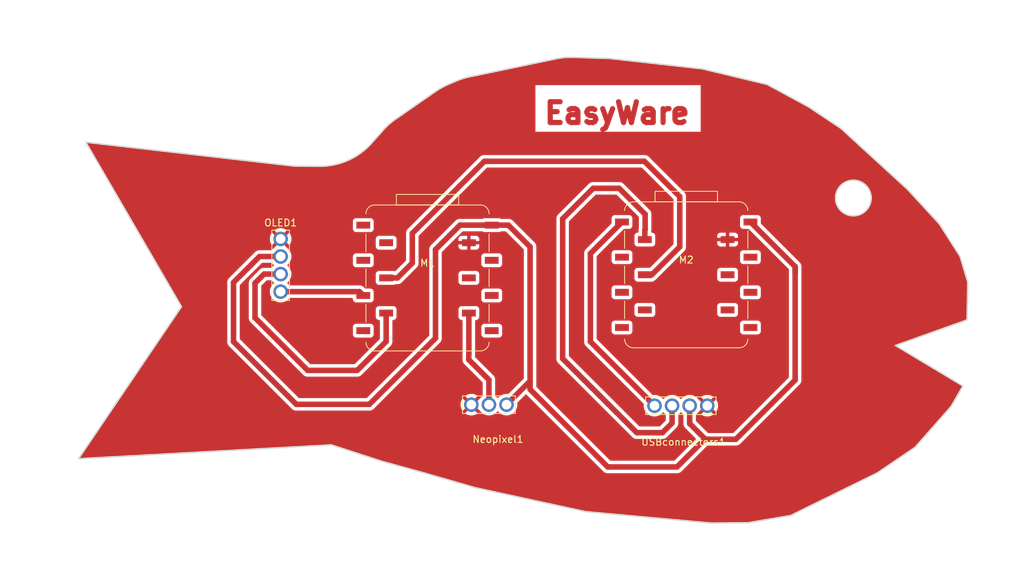
<source format=kicad_pcb>
(kicad_pcb (version 20221018) (generator pcbnew)

  (general
    (thickness 1.6)
  )

  (paper "A4")
  (layers
    (0 "F.Cu" signal)
    (31 "B.Cu" signal)
    (32 "B.Adhes" user "B.Adhesive")
    (33 "F.Adhes" user "F.Adhesive")
    (34 "B.Paste" user)
    (35 "F.Paste" user)
    (36 "B.SilkS" user "B.Silkscreen")
    (37 "F.SilkS" user "F.Silkscreen")
    (38 "B.Mask" user)
    (39 "F.Mask" user)
    (40 "Dwgs.User" user "User.Drawings")
    (41 "Cmts.User" user "User.Comments")
    (42 "Eco1.User" user "User.Eco1")
    (43 "Eco2.User" user "User.Eco2")
    (44 "Edge.Cuts" user)
    (45 "Margin" user)
    (46 "B.CrtYd" user "B.Courtyard")
    (47 "F.CrtYd" user "F.Courtyard")
    (48 "B.Fab" user)
    (49 "F.Fab" user)
    (50 "User.1" user)
    (51 "User.2" user)
    (52 "User.3" user)
    (53 "User.4" user)
    (54 "User.5" user)
    (55 "User.6" user)
    (56 "User.7" user)
    (57 "User.8" user)
    (58 "User.9" user)
  )

  (setup
    (stackup
      (layer "F.SilkS" (type "Top Silk Screen"))
      (layer "F.Paste" (type "Top Solder Paste"))
      (layer "F.Mask" (type "Top Solder Mask") (thickness 0.01))
      (layer "F.Cu" (type "copper") (thickness 0.035))
      (layer "dielectric 1" (type "core") (thickness 1.51) (material "FR4") (epsilon_r 4.5) (loss_tangent 0.02))
      (layer "B.Cu" (type "copper") (thickness 0.035))
      (layer "B.Mask" (type "Bottom Solder Mask") (thickness 0.01))
      (layer "B.Paste" (type "Bottom Solder Paste"))
      (layer "B.SilkS" (type "Bottom Silk Screen"))
      (copper_finish "None")
      (dielectric_constraints no)
    )
    (pad_to_mask_clearance 0)
    (pcbplotparams
      (layerselection 0x00010fc_ffffffff)
      (plot_on_all_layers_selection 0x0000000_00000000)
      (disableapertmacros false)
      (usegerberextensions false)
      (usegerberattributes true)
      (usegerberadvancedattributes true)
      (creategerberjobfile true)
      (dashed_line_dash_ratio 12.000000)
      (dashed_line_gap_ratio 3.000000)
      (svgprecision 4)
      (plotframeref false)
      (viasonmask false)
      (mode 1)
      (useauxorigin false)
      (hpglpennumber 1)
      (hpglpenspeed 20)
      (hpglpendiameter 15.000000)
      (dxfpolygonmode true)
      (dxfimperialunits true)
      (dxfusepcbnewfont true)
      (psnegative false)
      (psa4output false)
      (plotreference true)
      (plotvalue true)
      (plotinvisibletext false)
      (sketchpadsonfab false)
      (subtractmaskfromsilk false)
      (outputformat 1)
      (mirror false)
      (drillshape 1)
      (scaleselection 1)
      (outputdirectory "")
    )
  )

  (net 0 "")
  (net 1 "PWR_5V")
  (net 2 "/ESCL")
  (net 3 "/ESDA")
  (net 4 "PWR_GND")
  (net 5 "unconnected-(M1-D0-Pad1)")
  (net 6 "unconnected-(M1-D1-Pad2)")
  (net 7 "unconnected-(M1-D2-Pad3)")
  (net 8 "unconnected-(M1-D6-Pad7)")
  (net 9 "unconnected-(M1-D7-Pad8)")
  (net 10 "/ED8")
  (net 11 "unconnected-(M1-D9-Pad10)")
  (net 12 "unconnected-(M1-D10-Pad11)")
  (net 13 "unconnected-(M1-3V3-Pad12)")
  (net 14 "/D0")
  (net 15 "/D1")
  (net 16 "unconnected-(M2-D2-Pad3)")
  (net 17 "/D3")
  (net 18 "unconnected-(M2-D4-Pad5)")
  (net 19 "unconnected-(M2-D5-Pad6)")
  (net 20 "unconnected-(M2-D6-Pad7)")
  (net 21 "unconnected-(M2-D7-Pad8)")
  (net 22 "unconnected-(M2-D8-Pad9)")
  (net 23 "unconnected-(M2-D9-Pad10)")
  (net 24 "unconnected-(M2-D10-Pad11)")
  (net 25 "unconnected-(M2-3V3-Pad12)")

  (footprint "fab:PinHeader_1x04_P2.54mm_Vertical_THT_D1.4mm" (layer "F.Cu") (at 149.1 78.55 90))

  (footprint "fab:SeedStudio_XIAO_SocketSMD" (layer "F.Cu") (at 153.68 59.635))

  (footprint "fab:PinHeader_1x03_P2.54mm_Vertical_THT_D1.4mm" (layer "F.Cu") (at 127.75 78.4 -90))

  (footprint "fab:SeedStudio_XIAO_SocketSMD" (layer "F.Cu") (at 116.345 60.09))

  (footprint "fab:PinHeader_1x04_P2.54mm_Vertical_THT_D1.4mm" (layer "F.Cu") (at 95.15 54.46))

  (gr_circle (center 177.8 48.55) (end 180.381182 48.55)
    (stroke (width 0.2) (type default)) (fill none) (layer "Edge.Cuts") (tstamp 8dca64a3-0fa4-4a33-9806-a25a5e7b748d))
  (gr_poly
    (pts
      (xy 111.85 87.15)
      (xy 109.7 86.55)
      (xy 102.45 84.2)
      (xy 66 86.2)
      (xy 80.85 64.25)
      (xy 67.05 40.5)
      (arc (start 96.613065 43.888458) (mid 97.150877 43.935433) (end 97.69044 43.953316))
      (arc (start 100.763377 43.972168) (mid 104.900212 43.104213) (end 108.308881 40.604657))
      (arc (start 109.951003 38.75162) (mid 110.797986 37.904079) (end 111.740265 37.163934))
      (arc (start 117.562906 33.129947) (mid 118.424994 32.595276) (end 119.336817 32.150701))
      (arc (start 120.537903 31.638763) (mid 121.46468 31.296779) (end 122.420679 31.047913))
      (arc (start 134.939286 28.44165) (mid 136.106103 28.269771) (end 137.285041 28.236463))
      (xy 142.6 28.4)
      (xy 156 29.9)
      (xy 165.35 32.15)
      (xy 171.35 35.4)
      (xy 176 38.5)
      (xy 185.6 47.3)
      (xy 190.2 52.3)
      (xy 193.2 57)
      (xy 194.3 60.7)
      (xy 194.2 66.15)
      (xy 183.85 69.85)
      (xy 193.6 75.7)
      (xy 191.9 78.65)
      (xy 186.7 84.55)
      (xy 181.25 88.25)
      (xy 168.75 94.4)
      (xy 162.6 95.45)
      (xy 157.35 95.5)
      (xy 139.2 93.85)
      (xy 123.3 90.4)
      (xy 115.85 88.25)
    )

    (stroke (width 0.2) (type solid)) (fill none) (layer "Edge.Cuts") (tstamp 999171cc-6cf1-4476-b4ed-d0049522e3da))
  (gr_text "EasyWare" (at 132.85 38.05) (layer "F.Cu") (tstamp 317ea7b0-c770-443c-a53b-db3a5bb1afed)
    (effects (font (size 3 3) (thickness 0.75) bold) (justify left bottom))
  )

  (segment (start 152.35 87.4) (end 156.35 83.4) (width 0.8) (layer "F.Cu") (net 1) (tstamp 0b725f32-7fa4-4813-a187-87ce24d2f0b4))
  (segment (start 169.4 74.85) (end 169.4 58.465) (width 0.8) (layer "F.Cu") (net 1) (tstamp 16a2b1bc-6265-4dd8-8324-1c36c390c8c3))
  (segment (start 97.4 78.35) (end 107.95 78.35) (width 0.8) (layer "F.Cu") (net 1) (tstamp 1bd298cd-0833-4e88-a278-581d260bf296))
  (segment (start 131.15 55.6) (end 128.02 52.47) (width 0.8) (layer "F.Cu") (net 1) (tstamp 1f593649-b2a7-4221-a82d-9ee7e80521e1))
  (segment (start 128.02 52.47) (end 125.615 52.47) (width 0.8) (layer "F.Cu") (net 1) (tstamp 20ee42e1-e46a-4df6-aa0e-11456ce36d59))
  (segment (start 156.35 83.4) (end 157 83.4) (width 0.8) (layer "F.Cu") (net 1) (tstamp 3c7b9b5d-bbb3-4496-9157-eb2611eb5f5c))
  (segment (start 157 83.4) (end 160.85 83.4) (width 0.8) (layer "F.Cu") (net 1) (tstamp 3f7c42f2-721a-4106-a2ef-d0fe9adbf41f))
  (segment (start 154.18 78.55) (end 154.18 81.13) (width 0.8) (layer "F.Cu") (net 1) (tstamp 58fc54d7-0093-4c0a-afa7-56e08067df47))
  (segment (start 95.15 57) (end 92.1 57) (width 0.8) (layer "F.Cu") (net 1) (tstamp 63402749-07cf-498d-9710-0ad0897c0611))
  (segment (start 88.35 69.3) (end 97.4 78.35) (width 0.8) (layer "F.Cu") (net 1) (tstamp 67078c69-119b-4f73-8657-40532e219744))
  (segment (start 121.03 52.47) (end 125.615 52.47) (width 0.8) (layer "F.Cu") (net 1) (tstamp 67b260bd-1218-405d-a93f-3308818165f9))
  (segment (start 88.35 60.75) (end 88.35 69.3) (width 0.8) (layer "F.Cu") (net 1) (tstamp 7935c739-c1ed-48c4-a4a3-4ae52dbf18a3))
  (segment (start 154.18 81.13) (end 156.45 83.4) (width 0.8) (layer "F.Cu") (net 1) (tstamp 7d98a243-c2f3-4759-9ac8-93f5b257edcd))
  (segment (start 160.85 83.4) (end 169.4 74.85) (width 0.8) (layer "F.Cu") (net 1) (tstamp 8236aa78-b04b-469d-86a8-74de94938604))
  (segment (start 131.15 76.2) (end 142.35 87.4) (width 0.8) (layer "F.Cu") (net 1) (tstamp 8cf35c15-1ca7-4458-bfac-c21ab02c7e90))
  (segment (start 117.5 56) (end 121.03 52.47) (width 0.8) (layer "F.Cu") (net 1) (tstamp b21c6273-ecc9-46d8-8b19-701123ae94e9))
  (segment (start 127.75 78.4) (end 131.15 75) (width 0.8) (layer "F.Cu") (net 1) (tstamp b6049c4b-ddbf-4464-a519-9df467599b5c))
  (segment (start 131.15 75) (end 131.15 76.2) (width 0.8) (layer "F.Cu") (net 1) (tstamp bf2936ab-a183-4a7b-9172-df7535fdccf9))
  (segment (start 142.35 87.4) (end 152.35 87.4) (width 0.8) (layer "F.Cu") (net 1) (tstamp c8a7ff55-048a-4da7-9b01-2393c7f7772c))
  (segment (start 117.5 68.8) (end 117.5 56) (width 0.8) (layer "F.Cu") (net 1) (tstamp d0b5b5ae-7de9-4e3a-96f3-2b25a6c290b6))
  (segment (start 92.1 57) (end 88.35 60.75) (width 0.8) (layer "F.Cu") (net 1) (tstamp d9344472-1c52-46cd-8120-fadd01115efd))
  (segment (start 131.15 75) (end 131.15 55.6) (width 0.8) (layer "F.Cu") (net 1) (tstamp d9932012-cee0-4744-b1f9-0aa8951b1978))
  (segment (start 156.45 83.4) (end 157 83.4) (width 0.8) (layer "F.Cu") (net 1) (tstamp e2e931b4-c3e1-4774-9aa1-2057c681b36f))
  (segment (start 169.4 58.465) (end 162.95 52.015) (width 0.8) (layer "F.Cu") (net 1) (tstamp f22593aa-d594-42c4-9a4b-18376745a7c6))
  (segment (start 169.4 59.5) (end 169.4 58.465) (width 0.8) (layer "F.Cu") (net 1) (tstamp f9607fb5-719c-41ca-a031-ac80a6f1cc45))
  (segment (start 107.95 78.35) (end 117.5 68.8) (width 0.8) (layer "F.Cu") (net 1) (tstamp fa3444b6-ddf7-472b-b677-954e9a38f4e4))
  (segment (start 92.76 59.54) (end 95.15 59.54) (width 0.8) (layer "F.Cu") (net 2) (tstamp 1a76255b-135b-4bcb-b50b-b0b569d1cc88))
  (segment (start 91.45 60.85) (end 92.76 59.54) (width 0.8) (layer "F.Cu") (net 2) (tstamp 20b95dc4-8d22-49c3-b9ec-f8f1d9428390))
  (segment (start 106.2 73.45) (end 99.05 73.45) (width 0.8) (layer "F.Cu") (net 2) (tstamp 368fdfbf-42b2-4981-99e1-1816a5035bcf))
  (segment (start 99.05 73.45) (end 91.45 65.85) (width 0.8) (layer "F.Cu") (net 2) (tstamp 90f7bc5a-23da-439e-85b0-f2a5bc25e50d))
  (segment (start 110.375 69.275) (end 106.2 73.45) (width 0.8) (layer "F.Cu") (net 2) (tstamp c99eb95f-0d26-403c-b47d-24a30fae8b8e))
  (segment (start 91.45 65.85) (end 91.45 60.85) (width 0.8) (layer "F.Cu") (net 2) (tstamp e223a7a4-38a0-46d1-b5fe-dceaf91325ac))
  (segment (start 110.375 65.17) (end 110.375 69.275) (width 0.8) (layer "F.Cu") (net 2) (tstamp e56232a2-782c-4933-bf26-7665e283156c))
  (segment (start 106.525 62.08) (end 107.075 62.63) (width 0.8) (layer "F.Cu") (net 3) (tstamp 225fe1d7-4646-46f0-b5cd-fb56371b1128))
  (segment (start 95.15 62.08) (end 106.525 62.08) (width 0.8) (layer "F.Cu") (net 3) (tstamp e6890ae7-057e-45f9-8fac-e5340b172748))
  (segment (start 122.3 71.15) (end 122.315 71.135) (width 0.8) (layer "F.Cu") (net 10) (tstamp 023074fb-1a51-4513-9b50-cf4eea172ca7))
  (segment (start 122.315 71.135) (end 122.315 65.17) (width 0.8) (layer "F.Cu") (net 10) (tstamp 19f636eb-c3a4-4fe9-98f3-28d603c2647d))
  (segment (start 125.21 78.4) (end 125.21 74.81) (width 0.8) (layer "F.Cu") (net 10) (tstamp 2c865d5f-a1b5-4653-b9bc-3745a40ed769))
  (segment (start 125.21 74.81) (end 122.3 71.9) (width 0.8) (layer "F.Cu") (net 10) (tstamp bab9b787-6704-41b5-a0f6-de55b6f45774))
  (segment (start 122.3 71.9) (end 122.3 71.15) (width 0.8) (layer "F.Cu") (net 10) (tstamp c5bcba36-853b-422d-89f5-aec4882c5a97))
  (segment (start 139.85 56.575) (end 144.41 52.015) (width 0.8) (layer "F.Cu") (net 14) (tstamp 4f848d54-cbdb-42b0-a763-908cc8bdd84e))
  (segment (start 139.85 69.3) (end 139.85 56.575) (width 0.8) (layer "F.Cu") (net 14) (tstamp db3c9b54-ce91-4987-a383-7eee218af33d))
  (segment (start 149.1 78.55) (end 139.85 69.3) (width 0.8) (layer "F.Cu") (net 14) (tstamp e81e3135-0505-432f-9240-d75f74411f02))
  (segment (start 147.71 54.555) (end 147.71 53.165) (width 0.8) (layer "F.Cu") (net 15) (tstamp 1110f872-3a63-4d7d-8363-1567cd527fae))
  (segment (start 150.25 82.45) (end 151.64 81.06) (width 0.8) (layer "F.Cu") (net 15) (tstamp 1144cd62-0764-4610-9570-ffe98c534938))
  (segment (start 147.75 53.125) (end 147.75 50.9) (width 0.8) (layer "F.Cu") (net 15) (tstamp 17112273-a9b6-4979-a360-55a0a6425970))
  (segment (start 146.55 82.45) (end 150.25 82.45) (width 0.8) (layer "F.Cu") (net 15) (tstamp 31bdf973-f01a-4c9e-ae3e-edc4a8aca65b))
  (segment (start 135.85 51.55) (end 135.85 71.75) (width 0.8) (layer "F.Cu") (net 15) (tstamp 6e229ed3-e0ad-4c4e-b5a8-307e5fbab55a))
  (segment (start 151.64 81.06) (end 151.64 78.55) (width 0.8) (layer "F.Cu") (net 15) (tstamp 9580948e-6da8-41c5-8af2-ed207230e735))
  (segment (start 144 47.15) (end 140.25 47.15) (width 0.8) (layer "F.Cu") (net 15) (tstamp 964c2cc0-ee9d-4fac-900a-f55141f0d851))
  (segment (start 147.75 50.9) (end 144 47.15) (width 0.8) (layer "F.Cu") (net 15) (tstamp a275b24d-5f3c-4b2c-a4df-b70e810fcaf5))
  (segment (start 135.85 71.75) (end 146.55 82.45) (width 0.8) (layer "F.Cu") (net 15) (tstamp bda94acf-d16a-439b-93a9-65d7d238f879))
  (segment (start 147.71 53.165) (end 147.75 53.125) (width 0.8) (layer "F.Cu") (net 15) (tstamp cba55853-e9c0-49b4-a28c-1b8106271283))
  (segment (start 140.25 47.15) (end 135.85 51.55) (width 0.8) (layer "F.Cu") (net 15) (tstamp ee1d3f90-47dc-415e-9365-f3de7ccab94b))
  (segment (start 124.55 43.25) (end 147.65 43.25) (width 0.8) (layer "F.Cu") (net 17) (tstamp 099aa6d7-17d4-49f9-af6a-20712ad922c7))
  (segment (start 152.75 55.6) (end 148.715 59.635) (width 0.8) (layer "F.Cu") (net 17) (tstamp 45b8105c-a76c-427d-ad79-7b30962a6c2b))
  (segment (start 112.01 60.09) (end 114.15 57.95) (width 0.8) (layer "F.Cu") (net 17) (tstamp 61da35a3-7eb2-476d-99b6-d24e6f2f0a3a))
  (segment (start 110.375 60.09) (end 112.01 60.09) (width 0.8) (layer "F.Cu") (net 17) (tstamp 625f47eb-0fb0-477b-adb4-68ce69d2e97a))
  (segment (start 114.15 53.65) (end 124.55 43.25) (width 0.8) (layer "F.Cu") (net 17) (tstamp 7fd7d6ab-b91d-48c6-b724-e99d0272b379))
  (segment (start 152.75 48.35) (end 152.75 55.6) (width 0.8) (layer "F.Cu") (net 17) (tstamp 96469432-3055-409e-9ad4-7b5304c92ac5))
  (segment (start 148.715 59.635) (end 147.71 59.635) (width 0.8) (layer "F.Cu") (net 17) (tstamp 9f3b71ee-fcf3-4d3a-a055-9ae372a1cfa0))
  (segment (start 114.15 57.95) (end 114.15 53.65) (width 0.8) (layer "F.Cu") (net 17) (tstamp e60be1ae-a909-4ee5-a019-4394bf9830e5))
  (segment (start 147.65 43.25) (end 152.75 48.35) (width 0.8) (layer "F.Cu") (net 17) (tstamp f0326813-25cc-401f-821c-7c6db46e2927))

  (zone (net 4) (net_name "PWR_GND") (layer "F.Cu") (tstamp 20dd1fcc-b9e0-4832-b9e1-a123f4a7795c) (hatch edge 0.5)
    (connect_pads (clearance 0.5))
    (min_thickness 0.25) (filled_areas_thickness no)
    (fill yes (thermal_gap 0.5) (thermal_bridge_width 0.5))
    (polygon
      (pts
        (xy 57.15 20.9)
        (xy 202.35 19.95)
        (xy 202.45 102.4)
        (xy 54.65 101.35)
        (xy 57.4 20.9)
      )
    )
    (filled_polygon
      (layer "F.Cu")
      (pts
        (xy 137.284722 28.236955)
        (xy 137.285317 28.236971)
        (xy 142.594961 28.400345)
        (xy 142.604941 28.401056)
        (xy 155.992221 29.899632)
        (xy 156.007438 29.902304)
        (xy 157.89842 30.357352)
        (xy 165.334044 32.146673)
        (xy 165.364084 32.158196)
        (xy 169.353545 34.319155)
        (xy 171.344744 35.397722)
        (xy 171.354468 35.40358)
        (xy 172.900552 36.434302)
        (xy 175.991736 38.495091)
        (xy 176.006733 38.50685)
        (xy 185.304197 47.029525)
        (xy 185.595753 47.296785)
        (xy 185.603218 47.304237)
        (xy 186.111623 47.856851)
        (xy 190.145959 52.241999)
        (xy 190.192207 52.292268)
        (xy 190.205473 52.309506)
        (xy 192.958377 56.622388)
        (xy 193.190167 56.985525)
        (xy 193.204504 57.016905)
        (xy 194.294025 60.68166)
        (xy 194.299145 60.719271)
        (xy 194.201077 66.063994)
        (xy 194.190251 66.112438)
        (xy 194.161291 66.152755)
        (xy 194.118839 66.178482)
        (xy 183.864107 69.844426)
        (xy 183.84995 69.849487)
        (xy 183.849869 69.849475)
        (xy 183.849761 69.849554)
        (xy 183.849738 69.849563)
        (xy 183.849679 69.849615)
        (xy 183.849536 69.849722)
        (xy 183.849532 69.849748)
        (xy 183.84951 69.849768)
        (xy 183.849501 69.849953)
        (xy 183.849475 69.850131)
        (xy 183.849492 69.850154)
        (xy 183.849491 69.850182)
        (xy 183.849614 69.850319)
        (xy 183.849658 69.850378)
        (xy 183.849678 69.85039)
        (xy 183.849768 69.85049)
        (xy 183.84985 69.850493)
        (xy 193.49485 75.637493)
        (xy 193.539112 75.683001)
        (xy 193.555051 75.74445)
        (xy 193.53849 75.805735)
        (xy 191.905792 78.638944)
        (xy 191.891381 78.65902)
        (xy 186.710047 84.537842)
        (xy 186.68667 84.558444)
        (xy 181.256906 88.244706)
        (xy 181.241998 88.253378)
        (xy 168.765981 94.391579)
        (xy 168.732109 94.402547)
        (xy 162.609729 95.447831)
        (xy 162.590041 95.449594)
        (xy 157.356242 95.499439)
        (xy 157.343835 95.498936)
        (xy 139.20768 93.850195)
        (xy 139.192612 93.847884)
        (xy 123.304198 90.400399)
        (xy 123.29611 90.398357)
        (xy 115.85023 88.249545)
        (xy 115.850919 88.247156)
        (xy 115.850906 88.247155)
        (xy 115.850228 88.249544)
        (xy 115.850147 88.249521)
        (xy 115.850044 88.249492)
        (xy 115.85004 88.249491)
        (xy 115.85004 88.249492)
        (xy 111.850451 87.149605)
        (xy 111.849999 87.14948)
        (xy 109.702626 86.550213)
        (xy 109.697722 86.548735)
        (xy 102.761675 84.3005)
        (xy 102.456827 84.201687)
        (xy 102.456825 84.201686)
        (xy 102.456638 84.201625)
        (xy 102.456634 84.201624)
        (xy 102.450163 84.199527)
        (xy 102.450071 84.199495)
        (xy 102.450064 84.199495)
        (xy 102.45006 84.199494)
        (xy 102.449991 84.199499)
        (xy 102.442221 84.199925)
        (xy 102.439734 84.200061)
        (xy 102.439728 84.200062)
        (xy 102.439016 84.200101)
        (xy 102.439014 84.200101)
        (xy 66.250512 86.185753)
        (xy 66.184238 86.170742)
        (xy 66.135826 86.123057)
        (xy 66.119816 86.057017)
        (xy 66.141013 85.992458)
        (xy 70.424469 79.66102)
        (xy 121.766068 79.66102)
        (xy 121.774045 79.668841)
        (xy 121.95998 79.782782)
        (xy 121.968643 79.787196)
        (xy 122.185042 79.876831)
        (xy 122.194279 79.879833)
        (xy 122.422043 79.934514)
        (xy 122.431628 79.936032)
        (xy 122.665146 79.954411)
        (xy 122.674854 79.954411)
        (xy 122.908371 79.936032)
        (xy 122.917956 79.934514)
        (xy 123.14572 79.879833)
        (xy 123.154957 79.876831)
        (xy 123.371356 79.787196)
        (xy 123.380019 79.782782)
        (xy 123.565953 79.668841)
        (xy 123.57393 79.66102)
        (xy 123.567999 79.651552)
        (xy 122.681542 78.765095)
        (xy 122.67 78.758431)
        (xy 122.658457 78.765095)
        (xy 121.771999 79.651552)
        (xy 121.766068 79.66102)
        (xy 70.424469 79.66102)
        (xy 77.466148 69.252612)
        (xy 87.445781 69.252612)
        (xy 87.446121 69.2591)
        (xy 87.446121 69.259101)
        (xy 87.44933 69.320337)
        (xy 87.4495 69.326826)
        (xy 87.4495 69.347192)
        (xy 87.449837 69.350404)
        (xy 87.449838 69.350413)
        (xy 87.451628 69.367447)
        (xy 87.452136 69.373908)
        (xy 87.455346 69.435152)
        (xy 87.455346 69.435157)
        (xy 87.455687 69.441646)
        (xy 87.457369 69.447925)
        (xy 87.45737 69.447928)
        (xy 87.459315 69.455187)
        (xy 87.462861 69.474318)
        (xy 87.463575 69.481118)
        (xy 87.464326 69.488256)
        (xy 87.478164 69.530846)
        (xy 87.485283 69.552756)
        (xy 87.487125 69.558976)
        (xy 87.49798 69.599487)
        (xy 87.50468 69.624488)
        (xy 87.507629 69.630276)
        (xy 87.50763 69.630278)
        (xy 87.511043 69.636975)
        (xy 87.518488 69.654949)
        (xy 87.522821 69.668284)
        (xy 87.526068 69.673908)
        (xy 87.526069 69.67391)
        (xy 87.556725 69.727008)
        (xy 87.559823 69.732713)
        (xy 87.590617 69.793149)
        (xy 87.594703 69.798195)
        (xy 87.594706 69.798199)
        (xy 87.599435 69.804038)
        (xy 87.610457 69.820075)
        (xy 87.614216 69.826586)
        (xy 87.614218 69.826589)
        (xy 87.617467 69.832216)
        (xy 87.621814 69.837044)
        (xy 87.621817 69.837048)
        (xy 87.662853 69.882624)
        (xy 87.667067 69.887557)
        (xy 87.679881 69.90338)
        (xy 87.68218 69.905679)
        (xy 87.694274 69.917773)
        (xy 87.698743 69.922482)
        (xy 87.744129 69.972888)
        (xy 87.749386 69.976707)
        (xy 87.755468 69.981126)
        (xy 87.770265 69.993764)
        (xy 96.706235 78.929735)
        (xy 96.718871 78.944529)
        (xy 96.723292 78.950614)
        (xy 96.723294 78.950617)
        (xy 96.727112 78.955871)
        (xy 96.731939 78.960217)
        (xy 96.777506 79.001246)
        (xy 96.782215 79.005715)
        (xy 96.79662 79.02012)
        (xy 96.803536 79.02572)
        (xy 96.812437 79.032928)
        (xy 96.817376 79.037145)
        (xy 96.867784 79.082533)
        (xy 96.879922 79.089541)
        (xy 96.895954 79.100559)
        (xy 96.906851 79.109383)
        (xy 96.967289 79.140177)
        (xy 96.972975 79.143265)
        (xy 97.026079 79.173925)
        (xy 97.026083 79.173926)
        (xy 97.031716 79.177179)
        (xy 97.045041 79.181508)
        (xy 97.063022 79.188956)
        (xy 97.075512 79.19532)
        (xy 97.081788 79.197001)
        (xy 97.081789 79.197002)
        (xy 97.141014 79.212871)
        (xy 97.147237 79.214714)
        (xy 97.211744 79.235674)
        (xy 97.225674 79.237138)
        (xy 97.244819 79.240686)
        (xy 97.252073 79.24263)
        (xy 97.252075 79.24263)
        (xy 97.258355 79.244313)
        (xy 97.326095 79.247862)
        (xy 97.332553 79.248371)
        (xy 97.352808 79.2505)
        (xy 97.373175 79.2505)
        (xy 97.379664 79.25067)
        (xy 97.447388 79.254219)
        (xy 97.461227 79.252027)
        (xy 97.480626 79.2505)
        (xy 107.869374 79.2505)
        (xy 107.888772 79.252027)
        (xy 107.902612 79.254219)
        (xy 107.970336 79.25067)
        (xy 107.976826 79.2505)
        (xy 107.993952 79.2505)
        (xy 107.997192 79.2505)
        (xy 108.000413 79.250161)
        (xy 108.000421 79.250161)
        (xy 108.017447 79.248371)
        (xy 108.023906 79.247862)
        (xy 108.091646 79.244313)
        (xy 108.105187 79.240683)
        (xy 108.124316 79.237138)
        (xy 108.138256 79.235674)
        (xy 108.202761 79.214714)
        (xy 108.208962 79.212877)
        (xy 108.274488 79.19532)
        (xy 108.286973 79.188957)
        (xy 108.304956 79.181508)
        (xy 108.318284 79.177179)
        (xy 108.377035 79.143257)
        (xy 108.38271 79.140177)
        (xy 108.382734 79.140165)
        (xy 108.443149 79.109383)
        (xy 108.454045 79.100558)
        (xy 108.470083 79.089537)
        (xy 108.482216 79.082533)
        (xy 108.532657 79.037115)
        (xy 108.537533 79.032951)
        (xy 108.55338 79.020119)
        (xy 108.567783 79.005715)
        (xy 108.57247 79.001266)
        (xy 108.622888 78.955871)
        (xy 108.631128 78.944529)
        (xy 108.643763 78.929735)
        (xy 109.168644 78.404854)
        (xy 121.115589 78.404854)
        (xy 121.133967 78.638371)
        (xy 121.135485 78.647956)
        (xy 121.190166 78.87572)
        (xy 121.193168 78.884957)
        (xy 121.282803 79.101356)
        (xy 121.287217 79.110019)
        (xy 121.401157 79.295953)
        (xy 121.408978 79.30393)
        (xy 121.418446 79.297999)
        (xy 122.304904 78.411542)
        (xy 122.311568 78.4)
        (xy 122.304904 78.388457)
        (xy 121.418446 77.501999)
        (xy 121.408978 77.496068)
        (xy 121.401157 77.504044)
        (xy 121.287212 77.689988)
        (xy 121.282806 77.698636)
        (xy 121.193168 77.915042)
        (xy 121.190166 77.924279)
        (xy 121.135485 78.152043)
        (xy 121.133967 78.161628)
        (xy 121.115589 78.395146)
        (xy 121.115589 78.404854)
        (xy 109.168644 78.404854)
        (xy 110.43452 77.138978)
        (xy 121.766068 77.138978)
        (xy 121.771999 77.148446)
        (xy 122.658457 78.034904)
        (xy 122.67 78.041568)
        (xy 122.681542 78.034904)
        (xy 123.567999 77.148446)
        (xy 123.57393 77.138978)
        (xy 123.565953 77.131157)
        (xy 123.380019 77.017217)
        (xy 123.371356 77.012803)
        (xy 123.154957 76.923168)
        (xy 123.14572 76.920166)
        (xy 122.917956 76.865485)
        (xy 122.908371 76.863967)
        (xy 122.674854 76.845589)
        (xy 122.665146 76.845589)
        (xy 122.431628 76.863967)
        (xy 122.422043 76.865485)
        (xy 122.194279 76.920166)
        (xy 122.185042 76.923168)
        (xy 121.968636 77.012806)
        (xy 121.959988 77.017212)
        (xy 121.774044 77.131157)
        (xy 121.766068 77.138978)
        (xy 110.43452 77.138978)
        (xy 118.079743 69.493755)
        (xy 118.094531 69.481126)
        (xy 118.105871 69.472888)
        (xy 118.151257 69.42248)
        (xy 118.155712 69.417787)
        (xy 118.167815 69.405685)
        (xy 118.167816 69.405683)
        (xy 118.17012 69.40338)
        (xy 118.182956 69.387526)
        (xy 118.18715 69.382617)
        (xy 118.232533 69.332216)
        (xy 118.239535 69.320085)
        (xy 118.250557 69.304047)
        (xy 118.259384 69.293149)
        (xy 118.290195 69.232675)
        (xy 118.293263 69.227027)
        (xy 118.327179 69.168284)
        (xy 118.331511 69.154949)
        (xy 118.338956 69.136975)
        (xy 118.34532 69.124487)
        (xy 118.362871 69.058983)
        (xy 118.364715 69.05276)
        (xy 118.383666 68.994437)
        (xy 118.383666 68.994433)
        (xy 118.385674 68.988256)
        (xy 118.387138 68.974317)
        (xy 118.390683 68.95519)
        (xy 118.394313 68.941645)
        (xy 118.397862 68.873901)
        (xy 118.398371 68.867446)
        (xy 118.400161 68.850421)
        (xy 118.400161 68.850413)
        (xy 118.4005 68.847192)
        (xy 118.4005 68.826825)
        (xy 118.40067 68.820336)
        (xy 118.403879 68.7591)
        (xy 118.403878 68.759099)
        (xy 118.404219 68.752611)
        (xy 118.402027 68.738771)
        (xy 118.4005 68.719373)
        (xy 118.4005 63.174578)
        (xy 124.1145 63.174578)
        (xy 124.114501 63.177872)
        (xy 124.114853 63.18115)
        (xy 124.114854 63.181161)
        (xy 124.120079 63.229768)
        (xy 124.12008 63.229773)
        (xy 124.120909 63.237483)
        (xy 124.123619 63.244749)
        (xy 124.12362 63.244753)
        (xy 124.157217 63.334831)
        (xy 124.171204 63.372331)
        (xy 124.257454 63.487546)
        (xy 124.372669 63.573796)
        (xy 124.507517 63.624091)
        (xy 124.567127 63.6305)
        (xy 126.662872 63.630499)
        (xy 126.722483 63.624091)
        (xy 126.857331 63.573796)
        (xy 126.972546 63.487546)
        (xy 127.058796 63.372331)
        (xy 127.109091 63.237483)
        (xy 127.1155 63.177873)
        (xy 127.115499 62.082128)
        (xy 127.109091 62.022517)
        (xy 127.058796 61.887669)
        (xy 126.972546 61.772454)
        (xy 126.857331 61.686204)
        (xy 126.722483 61.635909)
        (xy 126.71477 61.635079)
        (xy 126.714767 61.635079)
        (xy 126.66618 61.629855)
        (xy 126.666169 61.629854)
        (xy 126.662873 61.6295)
        (xy 126.65955 61.6295)
        (xy 124.570439 61.6295)
        (xy 124.57042 61.6295)
        (xy 124.567128 61.629501)
        (xy 124.56385 61.629853)
        (xy 124.563838 61.629854)
        (xy 124.515231 61.635079)
        (xy 124.515225 61.63508)
        (xy 124.507517 61.635909)
        (xy 124.500252 61.638618)
        (xy 124.500246 61.63862)
        (xy 124.38098 61.683104)
        (xy 124.380978 61.683104)
        (xy 124.372669 61.686204)
        (xy 124.365572 61.691516)
        (xy 124.365568 61.691519)
        (xy 124.26455 61.767141)
        (xy 124.264546 61.767144)
        (xy 124.257454 61.772454)
        (xy 124.252144 61.779546)
        (xy 124.252141 61.77955)
        (xy 124.176519 61.880568)
        (xy 124.176516 61.880572)
        (xy 124.171204 61.887669)
        (xy 124.168104 61.895978)
        (xy 124.168104 61.89598)
        (xy 124.12362 62.015247)
        (xy 124.123619 62.01525)
        (xy 124.120909 62.022517)
        (xy 124.120079 62.030227)
        (xy 124.120079 62.030232)
        (xy 124.114855 62.078819)
        (xy 124.114854 62.078831)
        (xy 124.1145 62.082127)
        (xy 124.1145 62.085448)
        (xy 124.1145 62.085449)
        (xy 124.1145 63.17456)
        (xy 124.1145 63.174578)
        (xy 118.4005 63.174578)
        (xy 118.4005 60.634578)
        (xy 120.8145 60.634578)
        (xy 120.814501 60.637872)
        (xy 120.814853 60.64115)
        (xy 120.814854 60.641161)
        (xy 120.820079 60.689768)
        (xy 120.82008 60.689773)
        (xy 120.820909 60.697483)
        (xy 120.823619 60.704749)
        (xy 120.82362 60.704753)
        (xy 120.845032 60.76216)
        (xy 120.871204 60.832331)
        (xy 120.876518 60.83943)
        (xy 120.876519 60.839431)
        (xy 120.949561 60.937003)
        (xy 120.957454 60.947546)
        (xy 121.072669 61.033796)
        (xy 121.207517 61.084091)
        (xy 121.267127 61.0905)
        (xy 123.362872 61.090499)
        (xy 123.422483 61.084091)
        (xy 123.557331 61.033796)
        (xy 123.672546 60.947546)
        (xy 123.758796 60.832331)
        (xy 123.809091 60.697483)
        (xy 123.8155 60.637873)
        (xy 123.815499 59.542128)
        (xy 123.809091 59.482517)
        (xy 123.758796 59.347669)
        (xy 123.672546 59.232454)
        (xy 123.557331 59.146204)
        (xy 123.422483 59.095909)
        (xy 123.41477 59.095079)
        (xy 123.414767 59.095079)
        (xy 123.36618 59.089855)
        (xy 123.366169 59.089854)
        (xy 123.362873 59.0895)
        (xy 123.35955 59.0895)
        (xy 121.270439 59.0895)
        (xy 121.27042 59.0895)
        (xy 121.267128 59.089501)
        (xy 121.26385 59.089853)
        (xy 121.263838 59.089854)
        (xy 121.215231 59.095079)
        (xy 121.215225 59.09508)
        (xy 121.207517 59.095909)
        (xy 121.200252 59.098618)
        (xy 121.200246 59.09862)
        (xy 121.08098 59.143104)
        (xy 121.080978 59.143104)
        (xy 121.072669 59.146204)
        (xy 121.065572 59.151516)
        (xy 121.065568 59.151519)
        (xy 120.96455 59.227141)
        (xy 120.964546 59.227144)
        (xy 120.957454 59.232454)
        (xy 120.952144 59.239546)
        (xy 120.952141 59.23955)
        (xy 120.876519 59.340568)
        (xy 120.876516 59.340572)
        (xy 120.871204 59.347669)
        (xy 120.868104 59.355978)
        (xy 120.868104 59.35598)
        (xy 120.82362 59.475247)
        (xy 120.823619 59.47525)
        (xy 120.820909 59.482517)
        (xy 120.820079 59.490227)
        (xy 120.820079 59.490232)
        (xy 120.814855 59.538819)
        (xy 120.814854 59.538831)
        (xy 120.8145 59.542127)
        (xy 120.8145 59.545448)
        (xy 120.8145 59.545449)
        (xy 120.8145 60.63456)
        (xy 120.8145 60.634578)
        (xy 118.4005 60.634578)
        (xy 118.4005 58.094578)
        (xy 124.1145 58.094578)
        (xy 124.114501 58.097872)
        (xy 124.114853 58.10115)
        (xy 124.114854 58.101161)
        (xy 124.120079 58.149768)
        (xy 124.12008 58.149773)
        (xy 124.120909 58.157483)
        (xy 124.123619 58.164749)
        (xy 124.12362 58.164753)
        (xy 124.127707 58.17571)
        (xy 124.171204 58.292331)
        (xy 124.176518 58.29943)
        (xy 124.176519 58.299431)
        (xy 124.236703 58.379827)
        (xy 124.257454 58.407546)
        (xy 124.372669 58.493796)
        (xy 124.507517 58.544091)
        (xy 124.567127 58.5505)
        (xy 126.662872 58.550499)
        (xy 126.722483 58.544091)
        (xy 126.857331 58.493796)
        (xy 126.972546 58.407546)
        (xy 127.058796 58.292331)
        (xy 127.109091 58.157483)
        (xy 127.1155 58.097873)
        (xy 127.115499 57.002128)
        (xy 127.109091 56.942517)
        (xy 127.058796 56.807669)
        (xy 126.972546 56.692454)
        (xy 126.857331 56.606204)
        (xy 126.722483 56.555909)
        (xy 126.71477 56.555079)
        (xy 126.714767 56.555079)
        (xy 126.66618 56.549855)
        (xy 126.666169 56.549854)
        (xy 126.662873 56.5495)
        (xy 126.65955 56.5495)
        (xy 124.570439 56.5495)
        (xy 124.57042 56.5495)
        (xy 124.567128 56.549501)
        (xy 124.56385 56.549853)
        (xy 124.563838 56.549854)
        (xy 124.515231 56.555079)
        (xy 124.515225 56.55508)
        (xy 124.507517 56.555909)
        (xy 124.500252 56.558618)
        (xy 124.500246 56.55862)
        (xy 124.38098 56.603104)
        (xy 124.380978 56.603104)
        (xy 124.372669 56.606204)
        (xy 124.365572 56.611516)
        (xy 124.365568 56.611519)
        (xy 124.26455 56.687141)
        (xy 124.264546 56.687144)
        (xy 124.257454 56.692454)
        (xy 124.252144 56.699546)
        (xy 124.252141 56.69955)
        (xy 124.176519 56.800568)
        (xy 124.176516 56.800572)
        (xy 124.171204 56.807669)
        (xy 124.168104 56.815978)
        (xy 124.168104 56.81598)
        (xy 124.12362 56.935247)
        (xy 124.123619 56.93525)
        (xy 124.120909 56.942517)
        (xy 124.120079 56.950227)
        (xy 124.120079 56.950232)
        (xy 124.114855 56.998819)
        (xy 124.114854 56.998831)
        (xy 124.1145 57.002127)
        (xy 124.1145 57.005448)
        (xy 124.1145 57.005449)
        (xy 124.1145 58.09456)
        (xy 124.1145 58.094578)
        (xy 118.4005 58.094578)
        (xy 118.4005 56.424361)
        (xy 118.409939 56.376908)
        (xy 118.436819 56.33668)
        (xy 119.218981 55.554518)
        (xy 120.815 55.554518)
        (xy 120.815353 55.561114)
        (xy 120.820573 55.609667)
        (xy 120.824111 55.624641)
        (xy 120.868547 55.743777)
        (xy 120.876962 55.759189)
        (xy 120.952498 55.860092)
        (xy 120.964907 55.872501)
        (xy 121.06581 55.948037)
        (xy 121.081222 55.956452)
        (xy 121.200358 56.000888)
        (xy 121.215332 56.004426)
        (xy 121.263885 56.009646)
        (xy 121.270482 56.01)
        (xy 122.048674 56.01)
        (xy 122.061549 56.006549)
        (xy 122.065 55.993674)
        (xy 122.565 55.993674)
        (xy 122.56845 56.006549)
        (xy 122.581326 56.01)
        (xy 123.359518 56.01)
        (xy 123.366114 56.009646)
        (xy 123.414667 56.004426)
        (xy 123.429641 56.000888)
        (xy 123.548777 55.956452)
        (xy 123.564189 55.948037)
        (xy 123.665092 55.872501)
        (xy 123.677501 55.860092)
        (xy 123.753037 55.759189)
        (xy 123.761452 55.743777)
        (xy 123.805888 55.624641)
        (xy 123.809426 55.609667)
        (xy 123.814646 55.561114)
        (xy 123.815 55.554518)
        (xy 123.815 55.276326)
        (xy 123.811549 55.26345)
        (xy 123.798674 55.26)
        (xy 122.581326 55.26)
        (xy 122.56845 55.26345)
        (xy 122.565 55.276326)
        (xy 122.565 55.993674)
        (xy 122.065 55.993674)
        (xy 122.065 55.276326)
        (xy 122.061549 55.26345)
        (xy 122.048674 55.26)
        (xy 120.831326 55.26)
        (xy 120.81845 55.26345)
        (xy 120.815 55.276326)
        (xy 120.815 55.554518)
        (xy 119.218981 55.554518)
        (xy 119.867263 54.906236)
        (xy 120.029825 54.743674)
        (xy 120.815 54.743674)
        (xy 120.81845 54.756549)
        (xy 120.831326 54.76)
        (xy 122.048674 54.76)
        (xy 122.061549 54.756549)
        (xy 122.065 54.743674)
        (xy 122.565 54.743674)
        (xy 122.56845 54.756549)
        (xy 122.581326 54.76)
        (xy 123.798674 54.76)
        (xy 123.811549 54.756549)
        (xy 123.815 54.743674)
        (xy 123.815 54.465482)
        (xy 123.814646 54.458885)
        (xy 123.809426 54.410332)
        (xy 123.805888 54.395358)
        (xy 123.761452 54.276222)
        (xy 123.753037 54.26081)
        (xy 123.677501 54.159907)
        (xy 123.665092 54.147498)
        (xy 123.564189 54.071962)
        (xy 123.548777 54.063547)
        (xy 123.429641 54.019111)
        (xy 123.414667 54.015573)
        (xy 123.366114 54.010353)
        (xy 123.359518 54.01)
        (xy 122.581326 54.01)
        (xy 122.56845 54.01345)
        (xy 122.565 54.026326)
        (xy 122.565 54.743674)
        (xy 122.065 54.743674)
        (xy 122.065 54.026326)
        (xy 122.061549 54.01345)
        (xy 122.048674 54.01)
        (xy 121.270482 54.01)
        (xy 121.263885 54.010353)
        (xy 121.215332 54.015573)
        (xy 121.200358 54.019111)
        (xy 121.081222 54.063547)
        (xy 121.065806 54.071964)
        (xy 121.004818 54.11762)
        (xy 120.948155 54.141091)
        (xy 120.945842 54.140842)
        (xy 120.946091 54.143155)
        (xy 120.92262 54.199818)
        (xy 120.876964 54.260806)
        (xy 120.868547 54.276222)
        (xy 120.824111 54.395358)
        (xy 120.820573 54.410332)
        (xy 120.815353 54.458885)
        (xy 120.815 54.465482)
        (xy 120.815 54.743674)
        (xy 120.029825 54.743674)
        (xy 120.735673 54.037825)
        (xy 120.788418 54.006531)
        (xy 120.810734 54.005734)
        (xy 120.811531 53.983418)
        (xy 120.842825 53.930674)
        (xy 121.36668 53.406819)
        (xy 121.406909 53.379939)
        (xy 121.454362 53.3705)
        (xy 124.273561 53.3705)
        (xy 124.31272 53.376846)
        (xy 124.347872 53.395233)
        (xy 124.372669 53.413796)
        (xy 124.507517 53.464091)
        (xy 124.567127 53.4705)
        (xy 126.662872 53.470499)
        (xy 126.722483 53.464091)
        (xy 126.857331 53.413796)
        (xy 126.882127 53.395233)
        (xy 126.91728 53.376846)
        (xy 126.956439 53.3705)
        (xy 127.595639 53.3705)
        (xy 127.643092 53.379939)
        (xy 127.68332 53.406819)
        (xy 130.213181 55.93668)
        (xy 130.240061 55.976908)
        (xy 130.2495 56.024361)
        (xy 130.2495 74.575639)
        (xy 130.240061 74.623092)
        (xy 130.213181 74.66332)
        (xy 128.051656 76.824843)
        (xy 128.006894 76.853498)
        (xy 127.954246 76.86078)
        (xy 127.754854 76.845088)
        (xy 127.75 76.844706)
        (xy 127.745146 76.845088)
        (xy 127.511547 76.863472)
        (xy 127.511542 76.863472)
        (xy 127.506698 76.863854)
        (xy 127.501975 76.864987)
        (xy 127.501968 76.864989)
        (xy 127.274126 76.91969)
        (xy 127.27412 76.919691)
        (xy 127.269388 76.920828)
        (xy 127.264886 76.922692)
        (xy 127.264882 76.922694)
        (xy 127.048413 77.012357)
        (xy 127.0484 77.012363)
        (xy 127.043911 77.014223)
        (xy 127.039757 77.016768)
        (xy 127.039756 77.016769)
        (xy 126.839979 77.139192)
        (xy 126.83997 77.139198)
        (xy 126.835821 77.141741)
        (xy 126.832121 77.1449)
        (xy 126.83211 77.144909)
        (xy 126.653948 77.297074)
        (xy 126.653941 77.29708)
        (xy 126.650241 77.300241)
        (xy 126.574288 77.38917)
        (xy 126.531914 77.421247)
        (xy 126.48 77.432637)
        (xy 126.428086 77.421247)
        (xy 126.385711 77.38917)
        (xy 126.309759 77.300241)
        (xy 126.287414 77.281157)
        (xy 126.153969 77.167184)
        (xy 126.12189 77.124808)
        (xy 126.1105 77.072894)
        (xy 126.1105 74.890626)
        (xy 126.112027 74.871228)
        (xy 126.112168 74.870336)
        (xy 126.114219 74.857388)
        (xy 126.110669 74.789669)
        (xy 126.1105 74.78318)
        (xy 126.1105 74.76605)
        (xy 126.1105 74.762808)
        (xy 126.10837 74.742542)
        (xy 126.107861 74.736086)
        (xy 126.104312 74.668354)
        (xy 126.100683 74.654813)
        (xy 126.097139 74.635685)
        (xy 126.096353 74.62821)
        (xy 126.095674 74.621744)
        (xy 126.074715 74.557244)
        (xy 126.072871 74.551017)
        (xy 126.057003 74.491793)
        (xy 126.057002 74.491792)
        (xy 126.05532 74.485512)
        (xy 126.048956 74.473022)
        (xy 126.041506 74.455036)
        (xy 126.039187 74.447898)
        (xy 126.037179 74.441716)
        (xy 126.033926 74.436083)
        (xy 126.033925 74.436079)
        (xy 126.003265 74.382975)
        (xy 126.000178 74.377292)
        (xy 125.969383 74.316851)
        (xy 125.965294 74.311801)
        (xy 125.965289 74.311794)
        (xy 125.960561 74.305956)
        (xy 125.949537 74.289916)
        (xy 125.948986 74.288962)
        (xy 125.942533 74.277784)
        (xy 125.897146 74.227376)
        (xy 125.892932 74.222442)
        (xy 125.884747 74.212335)
        (xy 125.880119 74.20662)
        (xy 125.865723 74.192224)
        (xy 125.861255 74.187516)
        (xy 125.82022 74.141942)
        (xy 125.820219 74.141941)
        (xy 125.815871 74.137112)
        (xy 125.810613 74.133292)
        (xy 125.810611 74.13329)
        (xy 125.804531 74.128873)
        (xy 125.789735 74.116236)
        (xy 123.236819 71.56332)
        (xy 123.209939 71.523092)
        (xy 123.2005 71.475639)
        (xy 123.2005 71.331408)
        (xy 123.201178 71.318459)
        (xy 123.202138 71.309316)
        (xy 123.205687 71.290172)
        (xy 123.20763 71.282922)
        (xy 123.209312 71.276646)
        (xy 123.212861 71.208909)
        (xy 123.21337 71.202454)
        (xy 123.215161 71.185419)
        (xy 123.215161 71.185415)
        (xy 123.2155 71.182192)
        (xy 123.2155 71.16182)
        (xy 123.21567 71.15533)
        (xy 123.218879 71.094102)
        (xy 123.218878 71.0941)
        (xy 123.219219 71.087612)
        (xy 123.217027 71.073772)
        (xy 123.2155 71.054374)
        (xy 123.2155 68.254578)
        (xy 124.1145 68.254578)
        (xy 124.114501 68.257872)
        (xy 124.114853 68.26115)
        (xy 124.114854 68.261161)
        (xy 124.120079 68.309768)
        (xy 124.12008 68.309773)
        (xy 124.120909 68.317483)
        (xy 124.123619 68.324749)
        (xy 124.12362 68.324753)
        (xy 124.142599 68.375638)
        (xy 124.171204 68.452331)
        (xy 124.257454 68.567546)
        (xy 124.372669 68.653796)
        (xy 124.507517 68.704091)
        (xy 124.567127 68.7105)
        (xy 126.662872 68.710499)
        (xy 126.722483 68.704091)
        (xy 126.857331 68.653796)
        (xy 126.972546 68.567546)
        (xy 127.058796 68.452331)
        (xy 127.109091 68.317483)
        (xy 127.1155 68.257873)
        (xy 127.115499 67.162128)
        (xy 127.109091 67.102517)
        (xy 127.058796 66.967669)
        (xy 126.972546 66.852454)
        (xy 126.857331 66.766204)
        (xy 126.722483 66.715909)
        (xy 126.71477 66.715079)
        (xy 126.714767 66.715079)
        (xy 126.66618 66.709855)
        (xy 126.666169 66.709854)
        (xy 126.662873 66.7095)
        (xy 126.65955 66.7095)
        (xy 124.570439 66.7095)
        (xy 124.57042 66.7095)
        (xy 124.567128 66.709501)
        (xy 124.56385 66.709853)
        (xy 124.563838 66.709854)
        (xy 124.515231 66.715079)
        (xy 124.515225 66.71508)
        (xy 124.507517 66.715909)
        (xy 124.500252 66.718618)
        (xy 124.500246 66.71862)
        (xy 124.38098 66.763104)
        (xy 124.380978 66.763104)
        (xy 124.372669 66.766204)
        (xy 124.365572 66.771516)
        (xy 124.365568 66.771519)
        (xy 124.26455 66.847141)
        (xy 124.264546 66.847144)
        (xy 124.257454 66.852454)
        (xy 124.252144 66.859546)
        (xy 124.252141 66.85955)
        (xy 124.176519 66.960568)
        (xy 124.176516 66.960572)
        (xy 124.171204 66.967669)
        (xy 124.168104 66.975978)
        (xy 124.168104 66.97598)
        (xy 124.12362 67.095247)
        (xy 124.123619 67.09525)
        (xy 124.120909 67.102517)
        (xy 124.120079 67.110227)
        (xy 124.120079 67.110232)
        (xy 124.114855 67.158819)
        (xy 124.114854 67.158831)
        (xy 124.1145 67.162127)
        (xy 124.1145 67.165448)
        (xy 124.1145 67.165449)
        (xy 124.1145 68.25456)
        (xy 124.1145 68.254578)
        (xy 123.2155 68.254578)
        (xy 123.2155 66.294499)
        (xy 123.232113 66.232499)
        (xy 123.2775 66.187112)
        (xy 123.3395 66.170499)
        (xy 123.359561 66.170499)
        (xy 123.362872 66.170499)
        (xy 123.422483 66.164091)
        (xy 123.557331 66.113796)
        (xy 123.672546 66.027546)
        (xy 123.758796 65.912331)
        (xy 123.809091 65.777483)
        (xy 123.8155 65.717873)
        (xy 123.815499 64.622128)
        (xy 123.809091 64.562517)
        (xy 123.758796 64.427669)
        (xy 123.672546 64.312454)
        (xy 123.557331 64.226204)
        (xy 123.422483 64.175909)
        (xy 123.41477 64.175079)
        (xy 123.414767 64.175079)
        (xy 123.36618 64.169855)
        (xy 123.366169 64.169854)
        (xy 123.362873 64.1695)
        (xy 123.35955 64.1695)
        (xy 121.270439 64.1695)
        (xy 121.27042 64.1695)
        (xy 121.267128 64.169501)
        (xy 121.26385 64.169853)
        (xy 121.263838 64.169854)
        (xy 121.215231 64.175079)
        (xy 121.215225 64.17508)
        (xy 121.207517 64.175909)
        (xy 121.200252 64.178618)
        (xy 121.200246 64.17862)
        (xy 121.08098 64.223104)
        (xy 121.080978 64.223104)
        (xy 121.072669 64.226204)
        (xy 121.065572 64.231516)
        (xy 121.065568 64.231519)
        (xy 120.96455 64.307141)
        (xy 120.964546 64.307144)
        (xy 120.957454 64.312454)
        (xy 120.952144 64.319546)
        (xy 120.952141 64.31955)
        (xy 120.876519 64.420568)
        (xy 120.876516 64.420572)
        (xy 120.871204 64.427669)
        (xy 120.868104 64.435978)
        (xy 120.868104 64.43598)
        (xy 120.82362 64.555247)
        (xy 120.823619 64.55525)
        (xy 120.820909 64.562517)
        (xy 120.820079 64.570227)
        (xy 120.820079 64.570232)
        (xy 120.814855 64.618819)
        (xy 120.814854 64.618831)
        (xy 120.8145 64.622127)
        (xy 120.8145 64.625448)
        (xy 120.8145 64.625449)
        (xy 120.8145 65.71456)
        (xy 120.8145 65.714578)
        (xy 120.814501 65.717872)
        (xy 120.814853 65.72115)
        (xy 120.814854 65.721161)
        (xy 120.820079 65.769768)
        (xy 120.82008 65.769773)
        (xy 120.820909 65.777483)
        (xy 120.823619 65.784749)
        (xy 120.82362 65.784753)
        (xy 120.855541 65.870337)
        (xy 120.871204 65.912331)
        (xy 120.876518 65.91943)
        (xy 120.876519 65.919431)
        (xy 120.87987 65.923908)
        (xy 120.957454 66.027546)
        (xy 121.072669 66.113796)
        (xy 121.207517 66.164091)
        (xy 121.267127 66.1705)
        (xy 121.2905 66.1705)
        (xy 121.3525 66.187113)
        (xy 121.397887 66.2325)
        (xy 121.4145 66.2945)
        (xy 121.4145 70.953587)
        (xy 121.413819 70.96656)
        (xy 121.412858 70.975695)
        (xy 121.409316 70.994807)
        (xy 121.407368 71.002076)
        (xy 121.407366 71.002086)
        (xy 121.405687 71.008354)
        (xy 121.405347 71.014839)
        (xy 121.405347 71.01484)
        (xy 121.402136 71.076092)
        (xy 121.401628 71.082553)
        (xy 121.400415 71.094102)
        (xy 121.3995 71.102808)
        (xy 121.3995 71.106053)
        (xy 121.3995 71.123174)
        (xy 121.399329 71.129663)
        (xy 121.395781 71.197388)
        (xy 121.396798 71.203809)
        (xy 121.397973 71.211228)
        (xy 121.3995 71.230626)
        (xy 121.3995 71.819374)
        (xy 121.397972 71.838772)
        (xy 121.395781 71.852612)
        (xy 121.396121 71.8591)
        (xy 121.396121 71.859101)
        (xy 121.39933 71.920337)
        (xy 121.3995 71.926826)
        (xy 121.3995 71.947192)
        (xy 121.399837 71.950404)
        (xy 121.399838 71.950413)
        (xy 121.401628 71.967447)
        (xy 121.402136 71.973908)
        (xy 121.405346 72.035152)
        (xy 121.405346 72.035157)
        (xy 121.405687 72.041646)
        (xy 121.407369 72.047925)
        (xy 121.40737 72.047928)
        (xy 121.409315 72.055187)
        (xy 121.412861 72.074318)
        (xy 121.414326 72.088256)
        (xy 121.435283 72.152756)
        (xy 121.437125 72.158976)
        (xy 121.45468 72.224488)
        (xy 121.457629 72.230276)
        (xy 121.45763 72.230278)
        (xy 121.461043 72.236975)
        (xy 121.468488 72.254949)
        (xy 121.472821 72.268284)
        (xy 121.476068 72.273908)
        (xy 121.476069 72.27391)
        (xy 121.506725 72.327008)
        (xy 121.509823 72.332713)
        (xy 121.519069 72.350859)
        (xy 121.540617 72.393149)
        (xy 121.544703 72.398195)
        (xy 121.544706 72.398199)
        (xy 121.549435 72.404038)
        (xy 121.560457 72.420075)
        (xy 121.564216 72.426586)
        (xy 121.564218 72.426589)
        (xy 121.567467 72.432216)
        (xy 121.571814 72.437044)
        (xy 121.571817 72.437048)
        (xy 121.612853 72.482624)
        (xy 121.617067 72.487557)
        (xy 121.629881 72.50338)
        (xy 121.63218 72.505679)
        (xy 121.644274 72.517773)
        (xy 121.648743 72.522482)
        (xy 121.694129 72.572888)
        (xy 121.699386 72.576707)
        (xy 121.705468 72.581126)
        (xy 121.720265 72.593764)
        (xy 124.273181 75.14668)
        (xy 124.300061 75.186908)
        (xy 124.3095 75.234361)
        (xy 124.3095 77.072894)
        (xy 124.29811 77.124808)
        (xy 124.266031 77.167184)
        (xy 124.113948 77.297074)
        (xy 124.113941 77.29708)
        (xy 124.110241 77.300241)
        (xy 123.997165 77.432637)
        (xy 123.969109 77.465486)
        (xy 123.940646 77.490039)
        (xy 123.921552 77.501999)
        (xy 123.035095 78.388457)
        (xy 123.028431 78.4)
        (xy 123.035095 78.411542)
        (xy 123.921552 79.297999)
        (xy 123.940642 79.309957)
        (xy 123.969107 79.334512)
        (xy 124.076243 79.459953)
        (xy 124.110241 79.499759)
        (xy 124.113948 79.502925)
        (xy 124.29211 79.65509)
        (xy 124.292113 79.655092)
        (xy 124.295821 79.658259)
        (xy 124.503911 79.785777)
        (xy 124.50841 79.78764)
        (xy 124.508413 79.787642)
        (xy 124.541995 79.801552)
        (xy 124.729388 79.879172)
        (xy 124.966698 79.936146)
        (xy 125.21 79.955294)
        (xy 125.453302 79.936146)
        (xy 125.690612 79.879172)
        (xy 125.916089 79.785777)
        (xy 126.124179 79.658259)
        (xy 126.309759 79.499759)
        (xy 126.385713 79.410827)
        (xy 126.428086 79.378752)
        (xy 126.48 79.367362)
        (xy 126.531914 79.378752)
        (xy 126.574286 79.410827)
        (xy 126.650241 79.499759)
        (xy 126.653948 79.502925)
        (xy 126.83211 79.65509)
        (xy 126.832113 79.655092)
        (xy 126.835821 79.658259)
        (xy 127.043911 79.785777)
        (xy 127.04841 79.78764)
        (xy 127.048413 79.787642)
        (xy 127.081995 79.801552)
        (xy 127.269388 79.879172)
        (xy 127.506698 79.936146)
        (xy 127.75 79.955294)
        (xy 127.993302 79.936146)
        (xy 128.230612 79.879172)
        (xy 128.456089 79.785777)
        (xy 128.664179 79.658259)
        (xy 128.849759 79.499759)
        (xy 129.008259 79.314179)
        (xy 129.135777 79.106089)
        (xy 129.229172 78.880612)
        (xy 129.286146 78.643302)
        (xy 129.305294 78.4)
        (xy 129.289219 78.195748)
        (xy 129.296501 78.143104)
        (xy 129.325154 78.098343)
        (xy 130.46232 76.961177)
        (xy 130.517905 76.929085)
        (xy 130.582093 76.929085)
        (xy 130.637679 76.961178)
        (xy 136.166561 82.490061)
        (xy 141.656235 87.979735)
        (xy 141.668871 87.994529)
        (xy 141.673292 88.000614)
        (xy 141.673294 88.000617)
        (xy 141.677112 88.005871)
        (xy 141.681939 88.010217)
        (xy 141.727506 88.051246)
        (xy 141.732214 88.055714)
        (xy 141.74662 88.07012)
        (xy 141.76242 88.082914)
        (xy 141.762437 88.082928)
        (xy 141.767376 88.087145)
        (xy 141.817784 88.132533)
        (xy 141.829922 88.139541)
        (xy 141.845954 88.150559)
        (xy 141.856851 88.159383)
        (xy 141.917289 88.190177)
        (xy 141.922975 88.193265)
        (xy 141.976079 88.223925)
        (xy 141.976083 88.223926)
        (xy 141.981716 88.227179)
        (xy 141.995041 88.231508)
        (xy 142.013022 88.238956)
        (xy 142.025512 88.24532)
        (xy 142.031788 88.247001)
        (xy 142.031789 88.247002)
        (xy 142.091014 88.262871)
        (xy 142.097237 88.264714)
        (xy 142.161744 88.285674)
        (xy 142.175674 88.287138)
        (xy 142.194819 88.290686)
        (xy 142.202073 88.29263)
        (xy 142.202075 88.29263)
        (xy 142.208355 88.294313)
        (xy 142.276095 88.297862)
        (xy 142.282553 88.298371)
        (xy 142.302808 88.3005)
        (xy 142.323175 88.3005)
        (xy 142.329664 88.30067)
        (xy 142.397388 88.304219)
        (xy 142.411227 88.302027)
        (xy 142.430626 88.3005)
        (xy 152.269374 88.3005)
        (xy 152.288772 88.302027)
        (xy 152.302612 88.304219)
        (xy 152.370336 88.30067)
        (xy 152.376826 88.3005)
        (xy 152.393952 88.3005)
        (xy 152.397192 88.3005)
        (xy 152.400413 88.300161)
        (xy 152.400421 88.300161)
        (xy 152.417447 88.298371)
        (xy 152.423906 88.297862)
        (xy 152.491646 88.294313)
        (xy 152.505187 88.290683)
        (xy 152.524316 88.287138)
        (xy 152.538256 88.285674)
        (xy 152.602761 88.264714)
        (xy 152.608962 88.262877)
        (xy 152.674488 88.24532)
        (xy 152.686973 88.238957)
        (xy 152.704956 88.231508)
        (xy 152.718284 88.227179)
        (xy 152.777035 88.193257)
        (xy 152.78271 88.190177)
        (xy 152.782734 88.190165)
        (xy 152.843149 88.159383)
        (xy 152.854045 88.150558)
        (xy 152.870083 88.139537)
        (xy 152.882216 88.132533)
        (xy 152.932657 88.087115)
        (xy 152.937533 88.082951)
        (xy 152.95338 88.070119)
        (xy 152.967783 88.055715)
        (xy 152.97247 88.051266)
        (xy 153.022888 88.005871)
        (xy 153.031128 87.994529)
        (xy 153.043763 87.979735)
        (xy 156.686679 84.336819)
        (xy 156.726908 84.309939)
        (xy 156.774361 84.3005)
        (xy 156.952808 84.3005)
        (xy 157.047192 84.3005)
        (xy 160.769374 84.3005)
        (xy 160.788772 84.302027)
        (xy 160.802612 84.304219)
        (xy 160.870336 84.30067)
        (xy 160.876826 84.3005)
        (xy 160.893952 84.3005)
        (xy 160.897192 84.3005)
        (xy 160.900413 84.300161)
        (xy 160.900421 84.300161)
        (xy 160.917447 84.298371)
        (xy 160.923906 84.297862)
        (xy 160.991646 84.294313)
        (xy 161.005187 84.290683)
        (xy 161.024316 84.287138)
        (xy 161.038256 84.285674)
        (xy 161.102761 84.264714)
        (xy 161.108962 84.262877)
        (xy 161.174488 84.24532)
        (xy 161.186973 84.238957)
        (xy 161.204956 84.231508)
        (xy 161.218284 84.227179)
        (xy 161.277035 84.193257)
        (xy 161.28271 84.190177)
        (xy 161.343149 84.159383)
        (xy 161.354045 84.150558)
        (xy 161.370083 84.139537)
        (xy 161.382216 84.132533)
        (xy 161.432657 84.087115)
        (xy 161.437533 84.082951)
        (xy 161.45338 84.070119)
        (xy 161.467779 84.055718)
        (xy 161.47247 84.051266)
        (xy 161.522888 84.005871)
        (xy 161.531125 83.994532)
        (xy 161.543761 83.979736)
        (xy 169.979736 75.543761)
        (xy 169.994534 75.531124)
        (xy 170.005871 75.522888)
        (xy 170.051266 75.47247)
        (xy 170.055721 75.467777)
        (xy 170.067813 75.455686)
        (xy 170.067814 75.455684)
        (xy 170.070119 75.45338)
        (xy 170.082951 75.437533)
        (xy 170.087115 75.432657)
        (xy 170.132533 75.382216)
        (xy 170.139538 75.37008)
        (xy 170.150558 75.354045)
        (xy 170.159383 75.343149)
        (xy 170.190178 75.282707)
        (xy 170.193257 75.277035)
        (xy 170.227179 75.218284)
        (xy 170.231508 75.204956)
        (xy 170.238957 75.186973)
        (xy 170.24532 75.174488)
        (xy 170.262872 75.10898)
        (xy 170.264716 75.102757)
        (xy 170.283666 75.044437)
        (xy 170.283666 75.044433)
        (xy 170.285674 75.038256)
        (xy 170.287138 75.024317)
        (xy 170.290683 75.00519)
        (xy 170.294313 74.991645)
        (xy 170.297862 74.923906)
        (xy 170.298371 74.917447)
        (xy 170.300161 74.900421)
        (xy 170.300161 74.900413)
        (xy 170.3005 74.897192)
        (xy 170.3005 74.876825)
        (xy 170.30067 74.870336)
        (xy 170.303879 74.809101)
        (xy 170.303878 74.8091)
        (xy 170.304219 74.802612)
        (xy 170.302027 74.788772)
        (xy 170.3005 74.769374)
        (xy 170.3005 58.545626)
        (xy 170.302027 58.526228)
        (xy 170.302056 58.526044)
        (xy 170.304219 58.512388)
        (xy 170.300669 58.444669)
        (xy 170.3005 58.43818)
        (xy 170.3005 58.42105)
        (xy 170.3005 58.417808)
        (xy 170.29837 58.397542)
        (xy 170.297861 58.391086)
        (xy 170.294312 58.323354)
        (xy 170.290683 58.309813)
        (xy 170.287139 58.290685)
        (xy 170.286353 58.28321)
        (xy 170.285674 58.276744)
        (xy 170.264715 58.212244)
        (xy 170.262871 58.206017)
        (xy 170.247003 58.146793)
        (xy 170.247002 58.146792)
        (xy 170.24532 58.140512)
        (xy 170.238956 58.128022)
        (xy 170.231506 58.110036)
        (xy 170.229925 58.105171)
        (xy 170.227179 58.096716)
        (xy 170.223926 58.091083)
        (xy 170.223925 58.091079)
        (xy 170.193265 58.037975)
        (xy 170.190178 58.032292)
        (xy 170.159383 57.971851)
        (xy 170.155294 57.966801)
        (xy 170.155289 57.966794)
        (xy 170.150561 57.960956)
        (xy 170.139537 57.944916)
        (xy 170.135784 57.938416)
        (xy 170.132533 57.932784)
        (xy 170.112036 57.91002)
        (xy 170.087146 57.882376)
        (xy 170.082932 57.877442)
        (xy 170.072161 57.864142)
        (xy 170.070119 57.86162)
        (xy 170.055723 57.847224)
        (xy 170.051255 57.842516)
        (xy 170.01022 57.796942)
        (xy 170.010219 57.796941)
        (xy 170.005871 57.792112)
        (xy 170.000613 57.788292)
        (xy 170.000611 57.78829)
        (xy 169.994531 57.783873)
        (xy 169.979735 57.771236)
        (xy 164.486818 52.278319)
        (xy 164.459938 52.238091)
        (xy 164.450499 52.190638)
        (xy 164.450499 51.470439)
        (xy 164.450499 51.467128)
        (xy 164.444091 51.407517)
        (xy 164.393796 51.272669)
        (xy 164.307546 51.157454)
        (xy 164.192331 51.071204)
        (xy 164.104309 51.038374)
        (xy 164.064752 51.02362)
        (xy 164.06475 51.023619)
        (xy 164.057483 51.020909)
        (xy 164.04977 51.020079)
        (xy 164.049767 51.020079)
        (xy 164.00118 51.014855)
        (xy 164.001169 51.014854)
        (xy 163.997873 51.0145)
        (xy 163.99455 51.0145)
        (xy 161.905439 51.0145)
        (xy 161.90542 51.0145)
        (xy 161.902128 51.014501)
        (xy 161.89885 51.014853)
        (xy 161.898838 51.014854)
        (xy 161.850231 51.020079)
        (xy 161.850225 51.02008)
        (xy 161.842517 51.020909)
        (xy 161.835252 51.023618)
        (xy 161.835246 51.02362)
        (xy 161.71598 51.068104)
        (xy 161.715978 51.068104)
        (xy 161.707669 51.071204)
        (xy 161.700572 51.076516)
        (xy 161.700568 51.076519)
        (xy 161.59955 51.152141)
        (xy 161.599546 51.152144)
        (xy 161.592454 51.157454)
        (xy 161.587144 51.164546)
        (xy 161.587141 51.16455)
        (xy 161.511519 51.265568)
        (xy 161.511516 51.265572)
        (xy 161.506204 51.272669)
        (xy 161.503104 51.280978)
        (xy 161.503104 51.28098)
        (xy 161.45862 51.400247)
        (xy 161.458619 51.40025)
        (xy 161.455909 51.407517)
        (xy 161.455079 51.415227)
        (xy 161.455079 51.415232)
        (xy 161.449855 51.463819)
        (xy 161.449854 51.463831)
        (xy 161.4495 51.467127)
        (xy 161.4495 51.470448)
        (xy 161.4495 51.470449)
        (xy 161.4495 52.55956)
        (xy 161.4495 52.559578)
        (xy 161.449501 52.562872)
        (xy 161.449853 52.56615)
        (xy 161.449854 52.566161)
        (xy 161.455079 52.614768)
        (xy 161.45508 52.614773)
        (xy 161.455909 52.622483)
        (xy 161.458619 52.629749)
        (xy 161.45862 52.629753)
        (xy 161.492217 52.719831)
        (xy 161.506204 52.757331)
        (xy 161.592454 52.872546)
        (xy 161.707669 52.958796)
        (xy 161.842517 53.009091)
        (xy 161.902127 53.0155)
        (xy 162.625638 53.015499)
        (xy 162.673091 53.024938)
        (xy 162.713319 53.051818)
        (xy 168.463181 58.80168)
        (xy 168.490061 58.841908)
        (xy 168.4995 58.889361)
        (xy 168.4995 74.425639)
        (xy 168.490061 74.473092)
        (xy 168.463181 74.51332)
        (xy 160.51332 82.463181)
        (xy 160.473092 82.490061)
        (xy 160.425639 82.4995)
        (xy 157.047192 82.4995)
        (xy 156.874362 82.4995)
        (xy 156.826909 82.490061)
        (xy 156.786681 82.463181)
        (xy 155.116819 80.79332)
        (xy 155.089939 80.753092)
        (xy 155.0805 80.705639)
        (xy 155.0805 79.877106)
        (xy 155.09189 79.825192)
        (xy 155.102618 79.81102)
        (xy 155.816068 79.81102)
        (xy 155.824045 79.818841)
        (xy 156.00998 79.932782)
        (xy 156.018643 79.937196)
        (xy 156.235042 80.026831)
        (xy 156.244279 80.029833)
        (xy 156.472043 80.084514)
        (xy 156.481628 80.086032)
        (xy 156.715146 80.104411)
        (xy 156.724854 80.104411)
        (xy 156.958371 80.086032)
        (xy 156.967956 80.084514)
        (xy 157.19572 80.029833)
        (xy 157.204957 80.026831)
        (xy 157.421356 79.937196)
        (xy 157.430019 79.932782)
        (xy 157.615953 79.818841)
        (xy 157.62393 79.81102)
        (xy 157.617999 79.801552)
        (xy 156.731542 78.915095)
        (xy 156.72 78.908431)
        (xy 156.708457 78.915095)
        (xy 155.821999 79.801552)
        (xy 155.816068 79.81102)
        (xy 155.102618 79.81102)
        (xy 155.123969 79.782816)
        (xy 155.126631 79.780541)
        (xy 155.279759 79.649759)
        (xy 155.420902 79.484501)
        (xy 155.449361 79.459953)
        (xy 155.468448 79.447997)
        (xy 156.354904 78.561542)
        (xy 156.361568 78.55)
        (xy 157.078431 78.55)
        (xy 157.085095 78.561542)
        (xy 157.971552 79.447999)
        (xy 157.98102 79.45393)
        (xy 157.988841 79.445953)
        (xy 158.102782 79.260019)
        (xy 158.107196 79.251356)
        (xy 158.196831 79.034957)
        (xy 158.199833 79.02572)
        (xy 158.254514 78.797956)
        (xy 158.256032 78.788371)
        (xy 158.274411 78.554854)
        (xy 158.274411 78.545146)
        (xy 158.256032 78.311628)
        (xy 158.254514 78.302043)
        (xy 158.199833 78.074279)
        (xy 158.196831 78.065042)
        (xy 158.107196 77.848643)
        (xy 158.102782 77.83998)
        (xy 157.988841 77.654045)
        (xy 157.98102 77.646068)
        (xy 157.971552 77.651999)
        (xy 157.085095 78.538457)
        (xy 157.078431 78.55)
        (xy 156.361568 78.55)
        (xy 156.354904 78.538457)
        (xy 155.468446 77.651999)
        (xy 155.449355 77.64004)
        (xy 155.420892 77.615487)
        (xy 155.279759 77.450241)
        (xy 155.259147 77.432637)
        (xy 155.097889 77.294909)
        (xy 155.097884 77.294905)
        (xy 155.094179 77.291741)
        (xy 155.090023 77.289194)
        (xy 155.09002 77.289192)
        (xy 155.089671 77.288978)
        (xy 155.816068 77.288978)
        (xy 155.821999 77.298446)
        (xy 156.708457 78.184904)
        (xy 156.72 78.191568)
        (xy 156.731542 78.184904)
        (xy 157.617999 77.298446)
        (xy 157.62393 77.288978)
        (xy 157.615953 77.281157)
        (xy 157.430019 77.167217)
        (xy 157.421356 77.162803)
        (xy 157.204957 77.073168)
        (xy 157.19572 77.070166)
        (xy 156.967956 77.015485)
        (xy 156.958371 77.013967)
        (xy 156.724854 76.995589)
        (xy 156.715146 76.995589)
        (xy 156.481628 77.013967)
        (xy 156.472043 77.015485)
        (xy 156.244279 77.070166)
        (xy 156.235042 77.073168)
        (xy 156.018636 77.162806)
        (xy 156.009988 77.167212)
        (xy 155.824044 77.281157)
        (xy 155.816068 77.288978)
        (xy 155.089671 77.288978)
        (xy 154.998374 77.233031)
        (xy 154.886089 77.164223)
        (xy 154.881594 77.162361)
        (xy 154.881586 77.162357)
        (xy 154.665117 77.072694)
        (xy 154.665116 77.072693)
        (xy 154.660612 77.070828)
        (xy 154.655875 77.06969)
        (xy 154.655873 77.06969)
        (xy 154.428031 77.014989)
        (xy 154.428026 77.014988)
        (xy 154.423302 77.013854)
        (xy 154.418455 77.013472)
        (xy 154.418452 77.013472)
        (xy 154.184854 76.995088)
        (xy 154.18 76.994706)
        (xy 154.175146 76.995088)
        (xy 153.941547 77.013472)
        (xy 153.941542 77.013472)
        (xy 153.936698 77.013854)
        (xy 153.931975 77.014987)
        (xy 153.931968 77.014989)
        (xy 153.704126 77.06969)
        (xy 153.70412 77.069691)
        (xy 153.699388 77.070828)
        (xy 153.694886 77.072692)
        (xy 153.694882 77.072694)
        (xy 153.478413 77.162357)
        (xy 153.4784 77.162363)
        (xy 153.473911 77.164223)
        (xy 153.469757 77.166768)
        (xy 153.469756 77.166769)
        (xy 153.269979 77.289192)
        (xy 153.26997 77.289198)
        (xy 153.265821 77.291741)
        (xy 153.262121 77.2949)
        (xy 153.26211 77.294909)
        (xy 153.083948 77.447074)
        (xy 153.083941 77.44708)
        (xy 153.080241 77.450241)
        (xy 153.004288 77.53917)
        (xy 152.961914 77.571247)
        (xy 152.91 77.582637)
        (xy 152.858086 77.571247)
        (xy 152.815711 77.53917)
        (xy 152.739759 77.450241)
        (xy 152.719147 77.432637)
        (xy 152.557889 77.294909)
        (xy 152.557884 77.294905)
        (xy 152.554179 77.291741)
        (xy 152.550023 77.289194)
        (xy 152.55002 77.289192)
        (xy 152.458374 77.233031)
        (xy 152.346089 77.164223)
        (xy 152.341594 77.162361)
        (xy 152.341586 77.162357)
        (xy 152.125117 77.072694)
        (xy 152.125116 77.072693)
        (xy 152.120612 77.070828)
        (xy 152.115875 77.06969)
        (xy 152.115873 77.06969)
        (xy 151.888031 77.014989)
        (xy 151.888026 77.014988)
        (xy 151.883302 77.013854)
        (xy 151.878455 77.013472)
        (xy 151.878452 77.013472)
        (xy 151.644854 76.995088)
        (xy 151.64 76.994706)
        (xy 151.635146 76.995088)
        (xy 151.401547 77.013472)
        (xy 151.401542 77.013472)
        (xy 151.396698 77.013854)
        (xy 151.391975 77.014987)
        (xy 151.391968 77.014989)
        (xy 151.164126 77.06969)
        (xy 151.16412 77.069691)
        (xy 151.159388 77.070828)
        (xy 151.154886 77.072692)
        (xy 151.154882 77.072694)
        (xy 150.938413 77.162357)
        (xy 150.9384 77.162363)
        (xy 150.933911 77.164223)
        (xy 150.929757 77.166768)
        (xy 150.929756 77.166769)
        (xy 150.729979 77.289192)
        (xy 150.72997 77.289198)
        (xy 150.725821 77.291741)
        (xy 150.722121 77.2949)
        (xy 150.72211 77.294909)
        (xy 150.543948 77.447074)
        (xy 150.543941 77.44708)
        (xy 150.540241 77.450241)
        (xy 150.464288 77.53917)
        (xy 150.421914 77.571247)
        (xy 150.37 77.582637)
        (xy 150.318086 77.571247)
        (xy 150.275711 77.53917)
        (xy 150.199759 77.450241)
        (xy 150.179147 77.432637)
        (xy 150.017889 77.294909)
        (xy 150.017884 77.294905)
        (xy 150.014179 77.291741)
        (xy 150.010023 77.289194)
        (xy 150.01002 77.289192)
        (xy 149.918374 77.233031)
        (xy 149.806089 77.164223)
        (xy 149.801594 77.162361)
        (xy 149.801586 77.162357)
        (xy 149.585117 77.072694)
        (xy 149.585116 77.072693)
        (xy 149.580612 77.070828)
        (xy 149.575875 77.06969)
        (xy 149.575873 77.06969)
        (xy 149.348031 77.014989)
        (xy 149.348026 77.014988)
        (xy 149.343302 77.013854)
        (xy 149.338455 77.013472)
        (xy 149.338452 77.013472)
        (xy 149.104854 76.995088)
        (xy 149.1 76.994706)
        (xy 149.095146 76.995088)
        (xy 148.895752 77.01078)
        (xy 148.843104 77.003498)
        (xy 148.798342 76.974843)
        (xy 140.786819 68.96332)
        (xy 140.759939 68.923092)
        (xy 140.7505 68.875639)
        (xy 140.7505 67.799578)
        (xy 142.9095 67.799578)
        (xy 142.909501 67.802872)
        (xy 142.909853 67.80615)
        (xy 142.909854 67.806161)
        (xy 142.915079 67.854768)
        (xy 142.91508 67.854773)
        (xy 142.915909 67.862483)
        (xy 142.918619 67.869749)
        (xy 142.91862 67.869753)
        (xy 142.952217 67.959831)
        (xy 142.966204 67.997331)
        (xy 143.052454 68.112546)
        (xy 143.167669 68.198796)
        (xy 143.302517 68.249091)
        (xy 143.362127 68.2555)
        (xy 145.457872 68.255499)
        (xy 145.517483 68.249091)
        (xy 145.652331 68.198796)
        (xy 145.767546 68.112546)
        (xy 145.853796 67.997331)
        (xy 145.904091 67.862483)
        (xy 145.9105 67.802873)
        (xy 145.9105 67.799578)
        (xy 161.4495 67.799578)
        (xy 161.449501 67.802872)
        (xy 161.449853 67.80615)
        (xy 161.449854 67.806161)
        (xy 161.455079 67.854768)
        (xy 161.45508 67.854773)
        (xy 161.455909 67.862483)
        (xy 161.458619 67.869749)
        (xy 161.45862 67.869753)
        (xy 161.492217 67.959831)
        (xy 161.506204 67.997331)
        (xy 161.592454 68.112546)
        (xy 161.707669 68.198796)
        (xy 161.842517 68.249091)
        (xy 161.902127 68.2555)
        (xy 163.997872 68.255499)
        (xy 164.057483 68.249091)
        (xy 164.192331 68.198796)
        (xy 164.307546 68.112546)
        (xy 164.393796 67.997331)
        (xy 164.444091 67.862483)
        (xy 164.4505 67.802873)
        (xy 164.450499 66.707128)
        (xy 164.444091 66.647517)
        (xy 164.393796 66.512669)
        (xy 164.307546 66.397454)
        (xy 164.293645 66.387048)
        (xy 164.199431 66.316519)
        (xy 164.19943 66.316518)
        (xy 164.192331 66.311204)
        (xy 164.057483 66.260909)
        (xy 164.04977 66.260079)
        (xy 164.049767 66.260079)
        (xy 164.00118 66.254855)
        (xy 164.001169 66.254854)
        (xy 163.997873 66.2545)
        (xy 163.99455 66.2545)
        (xy 161.905439 66.2545)
        (xy 161.90542 66.2545)
        (xy 161.902128 66.254501)
        (xy 161.89885 66.254853)
        (xy 161.898838 66.254854)
        (xy 161.850231 66.260079)
        (xy 161.850225 66.26008)
        (xy 161.842517 66.260909)
        (xy 161.835252 66.263618)
        (xy 161.835246 66.26362)
        (xy 161.71598 66.308104)
        (xy 161.715978 66.308104)
        (xy 161.707669 66.311204)
        (xy 161.700572 66.316516)
        (xy 161.700568 66.316519)
        (xy 161.59955 66.392141)
        (xy 161.599546 66.392144)
        (xy 161.592454 66.397454)
        (xy 161.587144 66.404546)
        (xy 161.587141 66.40455)
        (xy 161.511519 66.505568)
        (xy 161.511516 66.505572)
        (xy 161.506204 66.512669)
        (xy 161.503104 66.520978)
        (xy 161.503104 66.52098)
        (xy 161.45862 66.640247)
        (xy 161.458619 66.64025)
        (xy 161.455909 66.647517)
        (xy 161.455079 66.655227)
        (xy 161.455079 66.655232)
        (xy 161.449855 66.703819)
        (xy 161.449854 66.703831)
        (xy 161.4495 66.707127)
        (xy 161.4495 66.710448)
        (xy 161.4495 66.710449)
        (xy 161.4495 67.79956)
        (xy 161.4495 67.799578)
        (xy 145.9105 67.799578)
        (xy 145.910499 66.707128)
        (xy 145.904091 66.647517)
        (xy 145.853796 66.512669)
        (xy 145.767546 66.397454)
        (xy 145.753645 66.387048)
        (xy 145.659431 66.316519)
        (xy 145.65943 66.316518)
        (xy 145.652331 66.311204)
        (xy 145.517483 66.260909)
        (xy 145.50977 66.260079)
        (xy 145.509767 66.260079)
        (xy 145.46118 66.254855)
        (xy 145.461169 66.254854)
        (xy 145.457873 66.2545)
        (xy 145.45455 66.2545)
        (xy 143.365439 66.2545)
        (xy 143.36542 66.2545)
        (xy 143.362128 66.254501)
        (xy 143.35885 66.254853)
        (xy 143.358838 66.254854)
        (xy 143.310231 66.260079)
        (xy 143.310225 66.26008)
        (xy 143.302517 66.260909)
        (xy 143.295252 66.263618)
        (xy 143.295246 66.26362)
        (xy 143.17598 66.308104)
        (xy 143.175978 66.308104)
        (xy 143.167669 66.311204)
        (xy 143.160572 66.316516)
        (xy 143.160568 66.316519)
        (xy 143.05955 66.392141)
        (xy 143.059546 66.392144)
        (xy 143.052454 66.397454)
        (xy 143.047144 66.404546)
        (xy 143.047141 66.40455)
        (xy 142.971519 66.505568)
        (xy 142.971516 66.505572)
        (xy 142.966204 66.512669)
        (xy 142.963104 66.520978)
        (xy 142.963104 66.52098)
        (xy 142.91862 66.640247)
        (xy 142.918619 66.64025)
        (xy 142.915909 66.647517)
        (xy 142.915079 66.655227)
        (xy 142.915079 66.655232)
        (xy 142.909855 66.703819)
        (xy 142.909854 66.703831)
        (xy 142.9095 66.707127)
        (xy 142.9095 66.710448)
        (xy 142.9095 66.710449)
        (xy 142.9095 67.79956)
        (xy 142.9095 67.799578)
        (xy 140.7505 67.799578)
        (xy 140.7505 65.259578)
        (xy 146.2095 65.259578)
        (xy 146.209501 65.262872)
        (xy 146.209853 65.26615)
        (xy 146.209854 65.266161)
        (xy 146.215079 65.314768)
        (xy 146.21508 65.314773)
        (xy 146.215909 65.322483)
        (xy 146.218619 65.329749)
        (xy 146.21862 65.329753)
        (xy 146.252217 65.419831)
        (xy 146.266204 65.457331)
        (xy 146.352454 65.572546)
        (xy 146.467669 65.658796)
        (xy 146.602517 65.709091)
        (xy 146.662127 65.7155)
        (xy 148.757872 65.715499)
        (xy 148.817483 65.709091)
        (xy 148.952331 65.658796)
        (xy 149.067546 65.572546)
        (xy 149.153796 65.457331)
        (xy 149.204091 65.322483)
        (xy 149.2105 65.262873)
        (xy 149.2105 65.259578)
        (xy 158.1495 65.259578)
        (xy 158.149501 65.262872)
        (xy 158.149853 65.26615)
        (xy 158.149854 65.266161)
        (xy 158.155079 65.314768)
        (xy 158.15508 65.314773)
        (xy 158.155909 65.322483)
        (xy 158.158619 65.329749)
        (xy 158.15862 65.329753)
        (xy 158.192217 65.419831)
        (xy 158.206204 65.457331)
        (xy 158.292454 65.572546)
        (xy 158.407669 65.658796)
        (xy 158.542517 65.709091)
        (xy 158.602127 65.7155)
        (xy 160.697872 65.715499)
        (xy 160.757483 65.709091)
        (xy 160.892331 65.658796)
        (xy 161.007546 65.572546)
        (xy 161.093796 65.457331)
        (xy 161.144091 65.322483)
        (xy 161.1505 65.262873)
        (xy 161.150499 64.167128)
        (xy 161.144091 64.107517)
        (xy 161.093796 63.972669)
        (xy 161.007546 63.857454)
        (xy 160.892331 63.771204)
        (xy 160.757483 63.720909)
        (xy 160.74977 63.720079)
        (xy 160.749767 63.720079)
        (xy 160.70118 63.714855)
        (xy 160.701169 63.714854)
        (xy 160.697873 63.7145)
        (xy 160.69455 63.7145)
        (xy 158.605439 63.7145)
        (xy 158.60542 63.7145)
        (xy 158.602128 63.714501)
        (xy 158.59885 63.714853)
        (xy 158.598838 63.714854)
        (xy 158.550231 63.720079)
        (xy 158.550225 63.72008)
        (xy 158.542517 63.720909)
        (xy 158.535252 63.723618)
        (xy 158.535246 63.72362)
        (xy 158.41598 63.768104)
        (xy 158.415978 63.768104)
        (xy 158.407669 63.771204)
        (xy 158.400572 63.776516)
        (xy 158.400568 63.776519)
        (xy 158.29955 63.852141)
        (xy 158.299546 63.852144)
        (xy 158.292454 63.857454)
        (xy 158.287144 63.864546)
        (xy 158.287141 63.86455)
        (xy 158.211519 63.965568)
        (xy 158.211516 63.965572)
        (xy 158.206204 63.972669)
        (xy 158.203104 63.980978)
        (xy 158.203104 63.98098)
        (xy 158.15862 64.100247)
        (xy 158.158619 64.10025)
        (xy 158.155909 64.107517)
        (xy 158.155079 64.115227)
        (xy 158.155079 64.115232)
        (xy 158.149855 64.163819)
        (xy 158.149854 64.163831)
        (xy 158.1495 64.167127)
        (xy 158.1495 64.170448)
        (xy 158.1495 64.170449)
        (xy 158.1495 65.25956)
        (xy 158.1495 65.259578)
        (xy 149.2105 65.259578)
        (xy 149.210499 64.167128)
        (xy 149.204091 64.107517)
        (xy 149.153796 63.972669)
        (xy 149.067546 63.857454)
        (xy 148.952331 63.771204)
        (xy 148.817483 63.720909)
        (xy 148.80977 63.720079)
        (xy 148.809767 63.720079)
        (xy 148.76118 63.714855)
        (xy 148.761169 63.714854)
        (xy 148.757873 63.7145)
        (xy 148.75455 63.7145)
        (xy 146.665439 63.7145)
        (xy 146.66542 63.7145)
        (xy 146.662128 63.714501)
        (xy 146.65885 63.714853)
        (xy 146.658838 63.714854)
        (xy 146.610231 63.720079)
        (xy 146.610225 63.72008)
        (xy 146.602517 63.720909)
        (xy 146.595252 63.723618)
        (xy 146.595246 63.72362)
        (xy 146.47598 63.768104)
        (xy 146.475978 63.768104)
        (xy 146.467669 63.771204)
        (xy 146.460572 63.776516)
        (xy 146.460568 63.776519)
        (xy 146.35955 63.852141)
        (xy 146.359546 63.852144)
        (xy 146.352454 63.857454)
        (xy 146.347144 63.864546)
        (xy 146.347141 63.86455)
        (xy 146.271519 63.965568)
        (xy 146.271516 63.965572)
        (xy 146.266204 63.972669)
        (xy 146.263104 63.980978)
        (xy 146.263104 63.98098)
        (xy 146.21862 64.100247)
        (xy 146.218619 64.10025)
        (xy 146.215909 64.107517)
        (xy 146.215079 64.115227)
        (xy 146.215079 64.115232)
        (xy 146.209855 64.163819)
        (xy 146.209854 64.163831)
        (xy 146.2095 64.167127)
        (xy 146.2095 64.170448)
        (xy 146.2095 64.170449)
        (xy 146.2095 65.25956)
        (xy 146.2095 65.259578)
        (xy 140.7505 65.259578)
        (xy 140.7505 62.719578)
        (xy 142.9095 62.719578)
        (xy 142.909501 62.722872)
        (xy 142.909853 62.72615)
        (xy 142.909854 62.726161)
        (xy 142.915079 62.774768)
        (xy 142.91508 62.774773)
        (xy 142.915909 62.782483)
        (xy 142.918619 62.789749)
        (xy 142.91862 62.789753)
        (xy 142.918803 62.790243)
        (xy 142.966204 62.917331)
        (xy 143.052454 63.032546)
        (xy 143.167669 63.118796)
        (xy 143.302517 63.169091)
        (xy 143.362127 63.1755)
        (xy 145.457872 63.175499)
        (xy 145.517483 63.169091)
        (xy 145.652331 63.118796)
        (xy 145.767546 63.032546)
        (xy 145.853796 62.917331)
        (xy 145.904091 62.782483)
        (xy 145.9105 62.722873)
        (xy 145.9105 62.719578)
        (xy 161.4495 62.719578)
        (xy 161.449501 62.722872)
        (xy 161.449853 62.72615)
        (xy 161.449854 62.726161)
        (xy 161.455079 62.774768)
        (xy 161.45508 62.774773)
        (xy 161.455909 62.782483)
        (xy 161.458619 62.789749)
        (xy 161.45862 62.789753)
        (xy 161.458803 62.790243)
        (xy 161.506204 62.917331)
        (xy 161.592454 63.032546)
        (xy 161.707669 63.118796)
        (xy 161.842517 63.169091)
        (xy 161.902127 63.1755)
        (xy 163.997872 63.175499)
        (xy 164.057483 63.169091)
        (xy 164.192331 63.118796)
        (xy 164.307546 63.032546)
        (xy 164.393796 62.917331)
        (xy 164.444091 62.782483)
        (xy 164.4505 62.722873)
        (xy 164.450499 61.627128)
        (xy 164.444091 61.567517)
        (xy 164.393796 61.432669)
        (xy 164.307546 61.317454)
        (xy 164.266497 61.286725)
        (xy 164.199431 61.236519)
        (xy 164.19943 61.236518)
        (xy 164.192331 61.231204)
        (xy 164.072956 61.18668)
        (xy 164.064752 61.18362)
        (xy 164.06475 61.183619)
        (xy 164.057483 61.180909)
        (xy 164.04977 61.180079)
        (xy 164.049767 61.180079)
        (xy 164.00118 61.174855)
        (xy 164.001169 61.174854)
        (xy 163.997873 61.1745)
        (xy 163.99455 61.1745)
        (xy 161.905439 61.1745)
        (xy 161.90542 61.1745)
        (xy 161.902128 61.174501)
        (xy 161.89885 61.174853)
        (xy 161.898838 61.174854)
        (xy 161.850231 61.180079)
        (xy 161.850225 61.18008)
        (xy 161.842517 61.180909)
        (xy 161.835252 61.183618)
        (xy 161.835246 61.18362)
        (xy 161.71598 61.228104)
        (xy 161.715978 61.228104)
        (xy 161.707669 61.231204)
        (xy 161.700572 61.236516)
        (xy 161.700568 61.236519)
        (xy 161.59955 61.312141)
        (xy 161.599546 61.312144)
        (xy 161.592454 61.317454)
        (xy 161.587144 61.324546)
        (xy 161.587141 61.32455)
        (xy 161.511519 61.425568)
        (xy 161.511516 61.425572)
        (xy 161.506204 61.432669)
        (xy 161.503104 61.440978)
        (xy 161.503104 61.44098)
        (xy 161.45862 61.560247)
        (xy 161.458619 61.56025)
        (xy 161.455909 61.567517)
        (xy 161.455079 61.575227)
        (xy 161.455079 61.575232)
        (xy 161.449855 61.623819)
        (xy 161.449854 61.623831)
        (xy 161.4495 61.627127)
        (xy 161.4495 61.630448)
        (xy 161.4495 61.630449)
        (xy 161.4495 62.71956)
        (xy 161.4495 62.719578)
        (xy 145.9105 62.719578)
        (xy 145.910499 61.627128)
        (xy 145.904091 61.567517)
        (xy 145.853796 61.432669)
        (xy 145.767546 61.317454)
        (xy 145.726497 61.286725)
        (xy 145.659431 61.236519)
        (xy 145.65943 61.236518)
        (xy 145.652331 61.231204)
        (xy 145.532956 61.18668)
        (xy 145.524752 61.18362)
        (xy 145.52475 61.183619)
        (xy 145.517483 61.180909)
        (xy 145.50977 61.180079)
        (xy 145.509767 61.180079)
        (xy 145.46118 61.174855)
        (xy 145.461169 61.174854)
        (xy 145.457873 61.1745)
        (xy 145.45455 61.1745)
        (xy 143.365439 61.1745)
        (xy 143.36542 61.1745)
        (xy 143.362128 61.174501)
        (xy 143.35885 61.174853)
        (xy 143.358838 61.174854)
        (xy 143.310231 61.180079)
        (xy 143.310225 61.18008)
        (xy 143.302517 61.180909)
        (xy 143.295252 61.183618)
        (xy 143.295246 61.18362)
        (xy 143.17598 61.228104)
        (xy 143.175978 61.228104)
        (xy 143.167669 61.231204)
        (xy 143.160572 61.236516)
        (xy 143.160568 61.236519)
        (xy 143.05955 61.312141)
        (xy 143.059546 61.312144)
        (xy 143.052454 61.317454)
        (xy 143.047144 61.324546)
        (xy 143.047141 61.32455)
        (xy 142.971519 61.425568)
        (xy 142.971516 61.425572)
        (xy 142.966204 61.432669)
        (xy 142.963104 61.440978)
        (xy 142.963104 61.44098)
        (xy 142.91862 61.560247)
        (xy 142.918619 61.56025)
        (xy 142.915909 61.567517)
        (xy 142.915079 61.575227)
        (xy 142.915079 61.575232)
        (xy 142.909855 61.623819)
        (xy 142.909854 61.623831)
        (xy 142.9095 61.627127)
        (xy 142.9095 61.630448)
        (xy 142.9095 61.630449)
        (xy 142.9095 62.71956)
        (xy 142.9095 62.719578)
        (xy 140.7505 62.719578)
        (xy 140.7505 57.639578)
        (xy 142.9095 57.639578)
        (xy 142.909501 57.642872)
        (xy 142.909853 57.64615)
        (xy 142.909854 57.646161)
        (xy 142.915079 57.694768)
        (xy 142.91508 57.694773)
        (xy 142.915909 57.702483)
        (xy 142.918619 57.709749)
        (xy 142.91862 57.709753)
        (xy 142.918803 57.710243)
        (xy 142.966204 57.837331)
        (xy 142.971518 57.84443)
        (xy 142.971519 57.844431)
        (xy 142.99812 57.879966)
        (xy 143.052454 57.952546)
        (xy 143.167669 58.038796)
        (xy 143.302517 58.089091)
        (xy 143.362127 58.0955)
        (xy 145.457872 58.095499)
        (xy 145.517483 58.089091)
        (xy 145.652331 58.038796)
        (xy 145.767546 57.952546)
        (xy 145.853796 57.837331)
        (xy 145.904091 57.702483)
        (xy 145.9105 57.642873)
        (xy 145.910499 56.547128)
        (xy 145.904091 56.487517)
        (xy 145.853796 56.352669)
        (xy 145.767546 56.237454)
        (xy 145.747575 56.222504)
        (xy 145.659431 56.156519)
        (xy 145.65943 56.156518)
        (xy 145.652331 56.151204)
        (xy 145.551633 56.113646)
        (xy 145.524752 56.10362)
        (xy 145.52475 56.103619)
        (xy 145.517483 56.100909)
        (xy 145.50977 56.100079)
        (xy 145.509767 56.100079)
        (xy 145.46118 56.094855)
        (xy 145.461169 56.094854)
        (xy 145.457873 56.0945)
        (xy 145.45455 56.0945)
        (xy 143.365439 56.0945)
        (xy 143.36542 56.0945)
        (xy 143.362128 56.094501)
        (xy 143.35885 56.094853)
        (xy 143.358838 56.094854)
        (xy 143.310231 56.100079)
        (xy 143.310225 56.10008)
        (xy 143.302517 56.100909)
        (xy 143.295252 56.103618)
        (xy 143.295246 56.10362)
        (xy 143.17598 56.148104)
        (xy 143.175978 56.148104)
        (xy 143.167669 56.151204)
        (xy 143.160572 56.156516)
        (xy 143.160568 56.156519)
        (xy 143.05955 56.232141)
        (xy 143.059546 56.232144)
        (xy 143.052454 56.237454)
        (xy 143.047144 56.244546)
        (xy 143.047141 56.24455)
        (xy 142.971519 56.345568)
        (xy 142.971516 56.345572)
        (xy 142.966204 56.352669)
        (xy 142.963104 56.360978)
        (xy 142.963104 56.36098)
        (xy 142.91862 56.480247)
        (xy 142.918619 56.48025)
        (xy 142.915909 56.487517)
        (xy 142.915079 56.495227)
        (xy 142.915079 56.495232)
        (xy 142.909855 56.543819)
        (xy 142.909854 56.543831)
        (xy 142.9095 56.547127)
        (xy 142.9095 56.550448)
        (xy 142.9095 56.550449)
        (xy 142.9095 57.63956)
        (xy 142.9095 57.639578)
        (xy 140.7505 57.639578)
        (xy 140.7505 56.999361)
        (xy 140.759939 56.951908)
        (xy 140.786819 56.91168)
        (xy 144.646681 53.051818)
        (xy 144.686909 53.024938)
        (xy 144.734362 53.015499)
        (xy 145.454561 53.015499)
        (xy 145.457872 53.015499)
        (xy 145.517483 53.009091)
        (xy 145.652331 52.958796)
        (xy 145.767546 52.872546)
        (xy 145.853796 52.757331)
        (xy 145.904091 52.622483)
        (xy 145.9105 52.562873)
        (xy 145.910499 51.467128)
        (xy 145.904091 51.407517)
        (xy 145.853796 51.272669)
        (xy 145.767546 51.157454)
        (xy 145.652331 51.071204)
        (xy 145.564309 51.038374)
        (xy 145.524752 51.02362)
        (xy 145.52475 51.023619)
        (xy 145.517483 51.020909)
        (xy 145.50977 51.020079)
        (xy 145.509767 51.020079)
        (xy 145.46118 51.014855)
        (xy 145.461169 51.014854)
        (xy 145.457873 51.0145)
        (xy 145.45455 51.0145)
        (xy 143.365439 51.0145)
        (xy 143.36542 51.0145)
        (xy 143.362128 51.014501)
        (xy 143.35885 51.014853)
        (xy 143.358838 51.014854)
        (xy 143.310231 51.020079)
        (xy 143.310225 51.02008)
        (xy 143.302517 51.020909)
        (xy 143.295252 51.023618)
        (xy 143.295246 51.02362)
        (xy 143.17598 51.068104)
        (xy 143.175978 51.068104)
        (xy 143.167669 51.071204)
        (xy 143.160572 51.076516)
        (xy 143.160568 51.076519)
        (xy 143.05955 51.152141)
        (xy 143.059546 51.152144)
        (xy 143.052454 51.157454)
        (xy 143.047144 51.164546)
        (xy 143.047141 51.16455)
        (xy 142.971519 51.265568)
        (xy 142.971516 51.265572)
        (xy 142.966204 51.272669)
        (xy 142.963104 51.280978)
        (xy 142.963104 51.28098)
        (xy 142.91862 51.400247)
        (xy 142.918619 51.40025)
        (xy 142.915909 51.407517)
        (xy 142.915079 51.415227)
        (xy 142.915079 51.415232)
        (xy 142.909855 51.463819)
        (xy 142.909854 51.463831)
        (xy 142.9095 51.467127)
        (xy 142.9095 51.470449)
        (xy 142.9095 52.190637)
        (xy 142.900061 52.23809)
        (xy 142.873181 52.278318)
        (xy 139.270263 55.881236)
        (xy 139.255475 55.893868)
        (xy 139.249383 55.898294)
        (xy 139.249379 55.898296)
        (xy 139.244129 55.902112)
        (xy 139.239784 55.906936)
        (xy 139.239781 55.90694)
        (xy 139.198752 55.952507)
        (xy 139.194287 55.957212)
        (xy 139.182178 55.96932)
        (xy 139.182152 55.969348)
        (xy 139.179881 55.97162)
        (xy 139.177849 55.974128)
        (xy 139.17784 55.974139)
        (xy 139.167061 55.987449)
        (xy 139.162852 55.992377)
        (xy 139.121815 56.037954)
        (xy 139.121811 56.037958)
        (xy 139.117467 56.042784)
        (xy 139.11422 56.048406)
        (xy 139.114219 56.048409)
        (xy 139.110458 56.054924)
        (xy 139.099445 56.070948)
        (xy 139.094705 56.076801)
        (xy 139.094699 56.076809)
        (xy 139.090617 56.081851)
        (xy 139.087671 56.08763)
        (xy 139.087668 56.087637)
        (xy 139.059818 56.142295)
        (xy 139.056722 56.147996)
        (xy 139.02607 56.201087)
        (xy 139.026067 56.201093)
        (xy 139.022821 56.206716)
        (xy 139.020815 56.212887)
        (xy 139.020811 56.212898)
        (xy 139.018486 56.220055)
        (xy 139.011045 56.238018)
        (xy 139.007634 56.244712)
        (xy 139.00763 56.244721)
        (xy 139.00468 56.250512)
        (xy 139.002998 56.256788)
        (xy 139.002996 56.256794)
        (xy 138.987127 56.316015)
        (xy 138.985285 56.322235)
        (xy 138.966331 56.380571)
        (xy 138.966329 56.380576)
        (xy 138.964326 56.386744)
        (xy 138.963647 56.393194)
        (xy 138.963646 56.393204)
        (xy 138.962859 56.400691)
        (xy 138.959316 56.419807)
        (xy 138.957368 56.427076)
        (xy 138.957366 56.427086)
        (xy 138.955687 56.433354)
        (xy 138.955347 56.439839)
        (xy 138.955347 56.43984)
        (xy 138.952136 56.501092)
        (xy 138.951628 56.507553)
        (xy 138.949887 56.524126)
        (xy 138.9495 56.527808)
        (xy 138.9495 56.531053)
        (xy 138.9495 56.548174)
        (xy 138.94933 56.554663)
        (xy 138.946351 56.611519)
        (xy 138.945781 56.622388)
        (xy 138.946798 56.628809)
        (xy 138.947973 56.636228)
        (xy 138.9495 56.655626)
        (xy 138.9495 69.219374)
        (xy 138.947972 69.238772)
        (xy 138.945781 69.252612)
        (xy 138.946121 69.2591)
        (xy 138.946121 69.259101)
        (xy 138.94933 69.320337)
        (xy 138.9495 69.326826)
        (xy 138.9495 69.347192)
        (xy 138.949837 69.350404)
        (xy 138.949838 69.350413)
        (xy 138.951628 69.367447)
        (xy 138.952136 69.373908)
        (xy 138.955346 69.435152)
        (xy 138.955346 69.435157)
        (xy 138.955687 69.441646)
        (xy 138.957369 69.447925)
        (xy 138.95737 69.447928)
        (xy 138.959315 69.455187)
        (xy 138.962861 69.474318)
        (xy 138.963575 69.481118)
        (xy 138.964326 69.488256)
        (xy 138.978164 69.530846)
        (xy 138.985283 69.552756)
        (xy 138.987125 69.558976)
        (xy 138.99798 69.599487)
        (xy 139.00468 69.624488)
        (xy 139.007629 69.630276)
        (xy 139.00763 69.630278)
        (xy 139.011043 69.636975)
        (xy 139.018488 69.654949)
        (xy 139.022821 69.668284)
        (xy 139.026068 69.673908)
        (xy 139.026069 69.67391)
        (xy 139.056725 69.727008)
        (xy 139.059823 69.732713)
        (xy 139.090617 69.793149)
        (xy 139.094703 69.798195)
        (xy 139.094706 69.798199)
        (xy 139.099435 69.804038)
        (xy 139.110457 69.820075)
        (xy 139.114216 69.826586)
        (xy 139.114218 69.826589)
        (xy 139.117467 69.832216)
        (xy 139.121814 69.837044)
        (xy 139.121817 69.837048)
        (xy 139.162853 69.882624)
        (xy 139.167067 69.887557)
        (xy 139.179881 69.90338)
        (xy 139.18218 69.905679)
        (xy 139.194274 69.917773)
        (xy 139.198743 69.922482)
        (xy 139.244129 69.972888)
        (xy 139.249386 69.976707)
        (xy 139.255468 69.981126)
        (xy 139.270265 69.993764)
        (xy 147.524843 78.248342)
        (xy 147.553498 78.293104)
        (xy 147.56078 78.345752)
        (xy 147.545614 78.538457)
        (xy 147.544706 78.55)
        (xy 147.545088 78.554854)
        (xy 147.561109 78.758431)
        (xy 147.563854 78.793302)
        (xy 147.564988 78.798026)
        (xy 147.564989 78.798031)
        (xy 147.61969 79.025873)
        (xy 147.620828 79.030612)
        (xy 147.622693 79.035116)
        (xy 147.622694 79.035117)
        (xy 147.712357 79.251586)
        (xy 147.712361 79.251594)
        (xy 147.714223 79.256089)
        (xy 147.747272 79.31002)
        (xy 147.831824 79.447997)
        (xy 147.841741 79.464179)
        (xy 147.844905 79.467884)
        (xy 147.844909 79.467889)
        (xy 147.859105 79.48451)
        (xy 148.000241 79.649759)
        (xy 148.003948 79.652925)
        (xy 148.18211 79.80509)
        (xy 148.182113 79.805092)
        (xy 148.185821 79.808259)
        (xy 148.393911 79.935777)
        (xy 148.39841 79.93764)
        (xy 148.398413 79.937642)
        (xy 148.4596 79.962986)
        (xy 148.619388 80.029172)
        (xy 148.856698 80.086146)
        (xy 149.1 80.105294)
        (xy 149.343302 80.086146)
        (xy 149.580612 80.029172)
        (xy 149.806089 79.935777)
        (xy 150.014179 79.808259)
        (xy 150.199759 79.649759)
        (xy 150.275713 79.560827)
        (xy 150.318086 79.528752)
        (xy 150.37 79.517362)
        (xy 150.421914 79.528752)
        (xy 150.464286 79.560827)
        (xy 150.540241 79.649759)
        (xy 150.543948 79.652925)
        (xy 150.696031 79.782816)
        (xy 150.72811 79.825192)
        (xy 150.7395 79.877106)
        (xy 150.7395 80.635638)
        (xy 150.730061 80.683091)
        (xy 150.703181 80.723319)
        (xy 149.91332 81.513181)
        (xy 149.873092 81.540061)
        (xy 149.825639 81.5495)
        (xy 146.974361 81.5495)
        (xy 146.926908 81.540061)
        (xy 146.88668 81.513181)
        (xy 136.786819 71.41332)
        (xy 136.759939 71.373092)
        (xy 136.7505 71.325639)
        (xy 136.7505 51.974361)
        (xy 136.759939 51.926908)
        (xy 136.786819 51.88668)
        (xy 140.586681 48.086819)
        (xy 140.626909 48.059939)
        (xy 140.674362 48.0505)
        (xy 143.575639 48.0505)
        (xy 143.623092 48.059939)
        (xy 143.66332 48.086819)
        (xy 146.813181 51.236681)
        (xy 146.840061 51.276909)
        (xy 146.8495 51.324362)
        (xy 146.8495 52.879623)
        (xy 146.843432 52.917939)
        (xy 146.826331 52.970571)
        (xy 146.826329 52.970576)
        (xy 146.824326 52.976744)
        (xy 146.823647 52.983194)
        (xy 146.823646 52.983204)
        (xy 146.822859 52.990691)
        (xy 146.819316 53.009807)
        (xy 146.817368 53.017076)
        (xy 146.817366 53.017086)
        (xy 146.815687 53.023354)
        (xy 146.815347 53.029839)
        (xy 146.815347 53.02984)
        (xy 146.812136 53.091092)
        (xy 146.811628 53.097553)
        (xy 146.8095 53.117808)
        (xy 146.8095 53.121053)
        (xy 146.8095 53.138174)
        (xy 146.80933 53.144663)
        (xy 146.80622 53.204019)
        (xy 146.805781 53.212388)
        (xy 146.807014 53.220172)
        (xy 146.807973 53.226228)
        (xy 146.8095 53.245626)
        (xy 146.8095 53.430501)
        (xy 146.792887 53.492501)
        (xy 146.7475 53.537888)
        (xy 146.6855 53.554501)
        (xy 146.662128 53.554501)
        (xy 146.65885 53.554853)
        (xy 146.658838 53.554854)
        (xy 146.610231 53.560079)
        (xy 146.610225 53.56008)
        (xy 146.602517 53.560909)
        (xy 146.595252 53.563618)
        (xy 146.595246 53.56362)
        (xy 146.47598 53.608104)
        (xy 146.475978 53.608104)
        (xy 146.467669 53.611204)
        (xy 146.460572 53.616516)
        (xy 146.460568 53.616519)
        (xy 146.35955 53.692141)
        (xy 146.359546 53.692144)
        (xy 146.352454 53.697454)
        (xy 146.347144 53.704546)
        (xy 146.347141 53.70455)
        (xy 146.271519 53.805568)
        (xy 146.271516 53.805572)
        (xy 146.266204 53.812669)
        (xy 146.263104 53.820978)
        (xy 146.263104 53.82098)
        (xy 146.21862 53.940247)
        (xy 146.218619 53.94025)
        (xy 146.215909 53.947517)
        (xy 146.215079 53.955227)
        (xy 146.215079 53.955232)
        (xy 146.209855 54.003819)
        (xy 146.209854 54.003831)
        (xy 146.2095 54.007127)
        (xy 146.2095 54.010448)
        (xy 146.2095 54.010449)
        (xy 146.2095 55.09956)
        (xy 146.2095 55.099578)
        (xy 146.209501 55.102872)
        (xy 146.209853 55.10615)
        (xy 146.209854 55.106161)
        (xy 146.215079 55.154768)
        (xy 146.21508 55.154773)
        (xy 146.215909 55.162483)
        (xy 146.218619 55.169749)
        (xy 146.21862 55.169753)
        (xy 146.219822 55.172975)
        (xy 146.266204 55.297331)
        (xy 146.271518 55.30443)
        (xy 146.271519 55.304431)
        (xy 146.342417 55.399139)
        (xy 146.352454 55.412546)
        (xy 146.467669 55.498796)
        (xy 146.602517 55.549091)
        (xy 146.662127 55.5555)
        (xy 148.757872 55.555499)
        (xy 148.817483 55.549091)
        (xy 148.952331 55.498796)
        (xy 149.067546 55.412546)
        (xy 149.153796 55.297331)
        (xy 149.204091 55.162483)
        (xy 149.2105 55.102873)
        (xy 149.210499 54.007128)
        (xy 149.204091 53.947517)
        (xy 149.153796 53.812669)
        (xy 149.067546 53.697454)
        (xy 148.952331 53.611204)
        (xy 148.858191 53.576092)
        (xy 148.824752 53.56362)
        (xy 148.82475 53.563619)
        (xy 148.817483 53.560909)
        (xy 148.80977 53.560079)
        (xy 148.809767 53.560079)
        (xy 148.76118 53.554855)
        (xy 148.761169 53.554854)
        (xy 148.757873 53.5545)
        (xy 148.754551 53.5545)
        (xy 148.7345 53.5545)
        (xy 148.6725 53.537887)
        (xy 148.627113 53.4925)
        (xy 148.6105 53.4305)
        (xy 148.6105 53.410372)
        (xy 148.616569 53.372053)
        (xy 148.617074 53.3705)
        (xy 148.635674 53.313256)
        (xy 148.637138 53.299317)
        (xy 148.640683 53.28019)
        (xy 148.644313 53.266645)
        (xy 148.647862 53.198906)
        (xy 148.648371 53.192447)
        (xy 148.650161 53.175421)
        (xy 148.650161 53.175413)
        (xy 148.6505 53.172192)
        (xy 148.6505 53.151825)
        (xy 148.65067 53.145336)
        (xy 148.653879 53.084101)
        (xy 148.653878 53.0841)
        (xy 148.654219 53.077612)
        (xy 148.652027 53.063772)
        (xy 148.6505 53.044374)
        (xy 148.6505 50.980626)
        (xy 148.652027 50.961228)
        (xy 148.652056 50.961044)
        (xy 148.654219 50.947388)
        (xy 148.65067 50.879664)
        (xy 148.6505 50.873175)
        (xy 148.6505 50.85605)
        (xy 148.6505 50.852808)
        (xy 148.648371 50.832553)
        (xy 148.647862 50.826095)
        (xy 148.644313 50.758355)
        (xy 148.640685 50.744818)
        (xy 148.637138 50.725674)
        (xy 148.636353 50.718205)
        (xy 148.635674 50.711744)
        (xy 148.614714 50.647237)
        (xy 148.612871 50.641014)
        (xy 148.597002 50.581789)
        (xy 148.597001 50.581788)
        (xy 148.59532 50.575512)
        (xy 148.588956 50.563022)
        (xy 148.581506 50.545036)
        (xy 148.580894 50.543153)
        (xy 148.577179 50.531716)
        (xy 148.573926 50.526083)
        (xy 148.573925 50.526079)
        (xy 148.543265 50.472975)
        (xy 148.540178 50.467292)
        (xy 148.509383 50.406851)
        (xy 148.500559 50.395954)
        (xy 148.489541 50.379922)
        (xy 148.482533 50.367784)
        (xy 148.437145 50.317376)
        (xy 148.432928 50.312437)
        (xy 148.42012 50.29662)
        (xy 148.405715 50.282215)
        (xy 148.401246 50.277506)
        (xy 148.360217 50.231939)
        (xy 148.355871 50.227112)
        (xy 148.350617 50.223294)
        (xy 148.350614 50.223292)
        (xy 148.344529 50.218871)
        (xy 148.329735 50.206235)
        (xy 144.693764 46.570265)
        (xy 144.681126 46.555468)
        (xy 144.676707 46.549386)
        (xy 144.672888 46.544129)
        (xy 144.622482 46.498743)
        (xy 144.617773 46.494274)
        (xy 144.605679 46.48218)
        (xy 144.605675 46.482176)
        (xy 144.60338 46.479881)
        (xy 144.600863 46.477843)
        (xy 144.600859 46.477839)
        (xy 144.587557 46.467067)
        (xy 144.582624 46.462853)
        (xy 144.537048 46.421817)
        (xy 144.537044 46.421814)
        (xy 144.532216 46.417467)
        (xy 144.526589 46.414218)
        (xy 144.526586 46.414216)
        (xy 144.520075 46.410457)
        (xy 144.504038 46.399435)
        (xy 144.498199 46.394706)
        (xy 144.498195 46.394703)
        (xy 144.493149 46.390617)
        (xy 144.475294 46.381519)
        (xy 144.432713 46.359823)
        (xy 144.427008 46.356725)
        (xy 144.37391 46.326069)
        (xy 144.373908 46.326068)
        (xy 144.368284 46.322821)
        (xy 144.354949 46.318488)
        (xy 144.336979 46.311044)
        (xy 144.324488 46.30468)
        (xy 144.318209 46.302997)
        (xy 144.318208 46.302997)
        (xy 144.258976 46.287125)
        (xy 144.252768 46.285286)
        (xy 144.188256 46.264326)
        (xy 144.181795 46.263646)
        (xy 144.181791 46.263646)
        (xy 144.174318 46.262861)
        (xy 144.155187 46.259315)
        (xy 144.147928 46.25737)
        (xy 144.147925 46.257369)
        (xy 144.141646 46.255687)
        (xy 144.135157 46.255346)
        (xy 144.135152 46.255346)
        (xy 144.073908 46.252136)
        (xy 144.067447 46.251628)
        (xy 144.050413 46.249838)
        (xy 144.050404 46.249837)
        (xy 144.047192 46.2495)
        (xy 144.043947 46.2495)
        (xy 144.026826 46.2495)
        (xy 144.020337 46.24933)
        (xy 143.959103 46.246121)
        (xy 143.959101 46.246121)
        (xy 143.952612 46.245781)
        (xy 143.946191 46.246797)
        (xy 143.94619 46.246798)
        (xy 143.938772 46.247973)
        (xy 143.919374 46.2495)
        (xy 140.330626 46.2495)
        (xy 140.311228 46.247973)
        (xy 140.303809 46.246798)
        (xy 140.297388 46.245781)
        (xy 140.290897 46.246121)
        (xy 140.229664 46.24933)
        (xy 140.223175 46.2495)
        (xy 140.202808 46.2495)
        (xy 140.199595 46.249837)
        (xy 140.199587 46.249838)
        (xy 140.182553 46.251628)
        (xy 140.176092 46.252136)
        (xy 140.114846 46.255346)
        (xy 140.114838 46.255347)
        (xy 140.108355 46.255687)
        (xy 140.102079 46.257368)
        (xy 140.102075 46.257369)
        (xy 140.094805 46.259317)
        (xy 140.075687 46.26286)
        (xy 140.068208 46.263646)
        (xy 140.068204 46.263646)
        (xy 140.061744 46.264326)
        (xy 140.055568 46.266332)
        (xy 140.055566 46.266333)
        (xy 139.99724 46.285284)
        (xy 139.99102 46.287126)
        (xy 139.931788 46.302998)
        (xy 139.931785 46.302998)
        (xy 139.925512 46.30468)
        (xy 139.919726 46.307627)
        (xy 139.919718 46.307631)
        (xy 139.913018 46.311045)
        (xy 139.895055 46.318486)
        (xy 139.887898 46.320811)
        (xy 139.887887 46.320815)
        (xy 139.881716 46.322821)
        (xy 139.876093 46.326067)
        (xy 139.876087 46.32607)
        (xy 139.822996 46.356722)
        (xy 139.817295 46.359818)
        (xy 139.762644 46.387664)
        (xy 139.762634 46.387669)
        (xy 139.756851 46.390617)
        (xy 139.751802 46.394704)
        (xy 139.751793 46.394711)
        (xy 139.745951 46.399442)
        (xy 139.729931 46.410452)
        (xy 139.723415 46.414214)
        (xy 139.723403 46.414222)
        (xy 139.717784 46.417467)
        (xy 139.712956 46.421813)
        (xy 139.712956 46.421814)
        (xy 139.667396 46.462835)
        (xy 139.662467 46.467045)
        (xy 139.649142 46.477836)
        (xy 139.649123 46.477852)
        (xy 139.64662 46.47988)
        (xy 139.64434 46.482159)
        (xy 139.644322 46.482176)
        (xy 139.632202 46.494296)
        (xy 139.627497 46.498761)
        (xy 139.58194 46.539781)
        (xy 139.581936 46.539784)
        (xy 139.577112 46.544129)
        (xy 139.573297 46.549378)
        (xy 139.573292 46.549385)
        (xy 139.568869 46.555473)
        (xy 139.556238 46.57026)
        (xy 135.270263 50.856236)
        (xy 135.255475 50.868868)
        (xy 135.249383 50.873294)
        (xy 135.249379 50.873296)
        (xy 135.244129 50.877112)
        (xy 135.239784 50.881936)
        (xy 135.239781 50.88194)
        (xy 135.198752 50.927507)
        (xy 135.194287 50.932212)
        (xy 135.182178 50.94432)
        (xy 135.182152 50.944348)
        (xy 135.179881 50.94662)
        (xy 135.177849 50.949128)
        (xy 135.17784 50.949139)
        (xy 135.167061 50.962449)
        (xy 135.162852 50.967377)
        (xy 135.121815 51.012954)
        (xy 135.121811 51.012958)
        (xy 135.117467 51.017784)
        (xy 135.11422 51.023406)
        (xy 135.114219 51.023409)
        (xy 135.110458 51.029924)
        (xy 135.099445 51.045948)
        (xy 135.094705 51.051801)
        (xy 135.094699 51.051809)
        (xy 135.090617 51.056851)
        (xy 135.087671 51.06263)
        (xy 135.087668 51.062637)
        (xy 135.059818 51.117295)
        (xy 135.056722 51.122996)
        (xy 135.02607 51.176087)
        (xy 135.026067 51.176093)
        (xy 135.022821 51.181716)
        (xy 135.020815 51.187887)
        (xy 135.020811 51.187898)
        (xy 135.018486 51.195055)
        (xy 135.011045 51.213018)
        (xy 135.007634 51.219712)
        (xy 135.00763 51.219721)
        (xy 135.00468 51.225512)
        (xy 135.002998 51.231788)
        (xy 135.002996 51.231794)
        (xy 134.987127 51.291015)
        (xy 134.985285 51.297235)
        (xy 134.966331 51.355571)
        (xy 134.966329 51.355576)
        (xy 134.964326 51.361744)
        (xy 134.963647 51.368194)
        (xy 134.963646 51.368204)
        (xy 134.962859 51.375691)
        (xy 134.959316 51.394807)
        (xy 134.957368 51.402076)
        (xy 134.957366 51.402086)
        (xy 134.955687 51.408354)
        (xy 134.955347 51.414839)
        (xy 134.955347 51.41484)
        (xy 134.952136 51.476092)
        (xy 134.951628 51.482553)
        (xy 134.9495 51.502808)
        (xy 134.9495 51.506053)
        (xy 134.9495 51.523174)
        (xy 134.94933 51.529663)
        (xy 134.948539 51.544767)
        (xy 134.945781 51.597388)
        (xy 134.946798 51.603809)
        (xy 134.947973 51.611228)
        (xy 134.9495 51.630626)
        (xy 134.9495 71.669374)
        (xy 134.947972 71.688772)
        (xy 134.945781 71.702612)
        (xy 134.946121 71.7091)
        (xy 134.946121 71.709101)
        (xy 134.94933 71.770337)
        (xy 134.9495 71.776826)
        (xy 134.9495 71.797192)
        (xy 134.949837 71.800404)
        (xy 134.949838 71.800413)
        (xy 134.951628 71.817447)
        (xy 134.952136 71.823908)
        (xy 134.955346 71.885152)
        (xy 134.955346 71.885157)
        (xy 134.955687 71.891646)
        (xy 134.957369 71.897925)
        (xy 134.95737 71.897928)
        (xy 134.959315 71.905187)
        (xy 134.962861 71.924318)
        (xy 134.963124 71.926826)
        (xy 134.964326 71.938256)
        (xy 134.974858 71.970671)
        (xy 134.985283 72.002756)
        (xy 134.987125 72.008976)
        (xy 135.00468 72.074488)
        (xy 135.007629 72.080276)
        (xy 135.00763 72.080278)
        (xy 135.011043 72.086975)
        (xy 135.018488 72.104949)
        (xy 135.022821 72.118284)
        (xy 135.026068 72.123908)
        (xy 135.026069 72.12391)
        (xy 135.056725 72.177008)
        (xy 135.059823 72.182713)
        (xy 135.090617 72.243149)
        (xy 135.094703 72.248195)
        (xy 135.094706 72.248199)
        (xy 135.099435 72.254038)
        (xy 135.110457 72.270075)
        (xy 135.114216 72.276586)
        (xy 135.114218 72.276589)
        (xy 135.117467 72.282216)
        (xy 135.121814 72.287044)
        (xy 135.121817 72.287048)
        (xy 135.162853 72.332624)
        (xy 135.167067 72.337557)
        (xy 135.179881 72.35338)
        (xy 135.18218 72.355679)
        (xy 135.194274 72.367773)
        (xy 135.198743 72.372482)
        (xy 135.244129 72.422888)
        (xy 135.249386 72.426707)
        (xy 135.255468 72.431126)
        (xy 135.270265 72.443764)
        (xy 145.856236 83.029735)
        (xy 145.868873 83.044531)
        (xy 145.877112 83.055871)
        (xy 145.88194 83.060218)
        (xy 145.881942 83.06022)
        (xy 145.927516 83.101255)
        (xy 145.932222 83.105721)
        (xy 145.94662 83.120119)
        (xy 145.949142 83.122161)
        (xy 145.962442 83.132932)
        (xy 145.967377 83.137146)
        (xy 146.017784 83.182533)
        (xy 146.029916 83.189537)
        (xy 146.045956 83.200561)
        (xy 146.051794 83.205289)
        (xy 146.051801 83.205294)
        (xy 146.056851 83.209383)
        (xy 146.117289 83.240177)
        (xy 146.122975 83.243265)
        (xy 146.176079 83.273925)
        (xy 146.176083 83.273926)
        (xy 146.181716 83.277179)
        (xy 146.195041 83.281508)
        (xy 146.213022 83.288956)
        (xy 146.225512 83.29532)
        (xy 146.291038 83.312878)
        (xy 146.297231 83.314712)
        (xy 146.361744 83.335674)
        (xy 146.375682 83.337138)
        (xy 146.394808 83.340683)
        (xy 146.408354 83.344313)
        (xy 146.476095 83.347862)
        (xy 146.482553 83.348371)
        (xy 146.502808 83.3505)
        (xy 146.523174 83.3505)
        (xy 146.529663 83.35067)
        (xy 146.597388 83.354219)
        (xy 146.611227 83.352027)
        (xy 146.630626 83.3505)
        (xy 150.169374 83.3505)
        (xy 150.188772 83.352027)
        (xy 150.202612 83.354219)
        (xy 150.270336 83.35067)
        (xy 150.276826 83.3505)
        (xy 150.293952 83.3505)
        (xy 150.297192 83.3505)
        (xy 150.300413 83.350161)
        (xy 150.300421 83.350161)
        (xy 150.317447 83.348371)
        (xy 150.323906 83.347862)
        (xy 150.391646 83.344313)
        (xy 150.405187 83.340683)
        (xy 150.424316 83.337138)
        (xy 150.438256 83.335674)
        (xy 150.502761 83.314714)
        (xy 150.508962 83.312877)
        (xy 150.574488 83.29532)
        (xy 150.586973 83.288957)
        (xy 150.604956 83.281508)
        (xy 150.618284 83.277179)
        (xy 150.677035 83.243257)
        (xy 150.68271 83.240177)
        (xy 150.682734 83.240165)
        (xy 150.743149 83.209383)
        (xy 150.754045 83.200558)
        (xy 150.770083 83.189537)
        (xy 150.782216 83.182533)
        (xy 150.832657 83.137115)
        (xy 150.837533 83.132951)
        (xy 150.85338 83.120119)
        (xy 150.867779 83.105718)
        (xy 150.87247 83.101266)
        (xy 150.922888 83.055871)
        (xy 150.931125 83.044532)
        (xy 150.943763 83.029735)
        (xy 152.219743 81.753755)
        (xy 152.234531 81.741126)
        (xy 152.245871 81.732888)
        (xy 152.291257 81.68248)
        (xy 152.295712 81.677787)
        (xy 152.31012 81.66338)
        (xy 152.322964 81.647517)
        (xy 152.327131 81.642638)
        (xy 152.372533 81.592216)
        (xy 152.379536 81.580084)
        (xy 152.390564 81.564039)
        (xy 152.395294 81.558198)
        (xy 152.399383 81.553149)
        (xy 152.430178 81.492707)
        (xy 152.433257 81.487035)
        (xy 152.467179 81.428284)
        (xy 152.471508 81.414956)
        (xy 152.478957 81.396973)
        (xy 152.48532 81.384488)
        (xy 152.502872 81.31898)
        (xy 152.504716 81.312757)
        (xy 152.523666 81.254437)
        (xy 152.523666 81.254433)
        (xy 152.525674 81.248256)
        (xy 152.527138 81.234317)
        (xy 152.530683 81.21519)
        (xy 152.534313 81.201645)
        (xy 152.537862 81.133906)
        (xy 152.538371 81.127447)
        (xy 152.540161 81.110421)
        (xy 152.540161 81.110413)
        (xy 152.5405 81.107192)
        (xy 152.5405 81.086825)
        (xy 152.54067 81.080336)
        (xy 152.543879 81.019101)
        (xy 152.543878 81.0191)
        (xy 152.544219 81.012612)
        (xy 152.542027 80.998772)
        (xy 152.5405 80.979374)
        (xy 152.5405 79.877106)
        (xy 152.55189 79.825192)
        (xy 152.583969 79.782816)
        (xy 152.586631 79.780541)
        (xy 152.739759 79.649759)
        (xy 152.815713 79.560827)
        (xy 152.858086 79.528752)
        (xy 152.91 79.517362)
        (xy 152.961914 79.528752)
        (xy 153.004286 79.560827)
        (xy 153.080241 79.649759)
        (xy 153.083948 79.652925)
        (xy 153.236031 79.782816)
        (xy 153.26811 79.825192)
        (xy 153.2795 79.877106)
        (xy 153.2795 81.049374)
        (xy 153.277972 81.068772)
        (xy 153.275781 81.082612)
        (xy 153.276121 81.0891)
        (xy 153.276121 81.089101)
        (xy 153.27933 81.150337)
        (xy 153.2795 81.156826)
        (xy 153.2795 81.177192)
        (xy 153.279837 81.180404)
        (xy 153.279838 81.180413)
        (xy 153.281628 81.197447)
        (xy 153.282136 81.203908)
        (xy 153.285346 81.265152)
        (xy 153.285346 81.265157)
        (xy 153.285687 81.271646)
        (xy 153.287369 81.277925)
        (xy 153.28737 81.277928)
        (xy 153.289315 81.285187)
        (xy 153.292861 81.304318)
        (xy 153.294326 81.318256)
        (xy 153.313804 81.378204)
        (xy 153.315283 81.382756)
        (xy 153.317125 81.388976)
        (xy 153.33468 81.454488)
        (xy 153.337629 81.460276)
        (xy 153.33763 81.460278)
        (xy 153.341043 81.466975)
        (xy 153.348488 81.484949)
        (xy 153.352821 81.498284)
        (xy 153.356068 81.503908)
        (xy 153.356069 81.50391)
        (xy 153.386725 81.557008)
        (xy 153.389823 81.562713)
        (xy 153.398676 81.580087)
        (xy 153.420617 81.623149)
        (xy 153.424703 81.628195)
        (xy 153.424706 81.628199)
        (xy 153.429435 81.634038)
        (xy 153.440457 81.650075)
        (xy 153.444216 81.656586)
        (xy 153.444218 81.656589)
        (xy 153.447467 81.662216)
        (xy 153.451814 81.667044)
        (xy 153.451817 81.667048)
        (xy 153.492853 81.712624)
        (xy 153.497067 81.717557)
        (xy 153.509881 81.73338)
        (xy 153.512179 81.735678)
        (xy 153.51218 81.735679)
        (xy 153.524274 81.747773)
        (xy 153.528743 81.752482)
        (xy 153.574129 81.802888)
        (xy 153.579386 81.806707)
        (xy 153.585468 81.811126)
        (xy 153.600264 81.823763)
        (xy 155.03882 83.26232)
        (xy 155.070913 83.317905)
        (xy 155.070913 83.382093)
        (xy 155.038819 83.43768)
        (xy 152.01332 86.463181)
        (xy 151.973092 86.490061)
        (xy 151.925639 86.4995)
        (xy 142.774362 86.4995)
        (xy 142.726909 86.490061)
        (xy 142.686681 86.463181)
        (xy 132.086819 75.86332)
        (xy 132.059939 75.823092)
        (xy 132.0505 75.775639)
        (xy 132.0505 75.026826)
        (xy 132.05067 75.020337)
        (xy 132.053879 74.959101)
        (xy 132.053878 74.9591)
        (xy 132.054219 74.952612)
        (xy 132.052027 74.938772)
        (xy 132.0505 74.919374)
        (xy 132.0505 55.680626)
        (xy 132.052027 55.661228)
        (xy 132.052056 55.661044)
        (xy 132.054219 55.647388)
        (xy 132.050669 55.579669)
        (xy 132.0505 55.57318)
        (xy 132.0505 55.55605)
        (xy 132.0505 55.552808)
        (xy 132.04837 55.532542)
        (xy 132.047861 55.526086)
        (xy 132.044312 55.458354)
        (xy 132.040683 55.444813)
        (xy 132.037139 55.425685)
        (xy 132.036353 55.41821)
        (xy 132.035674 55.411744)
        (xy 132.014715 55.347244)
        (xy 132.012871 55.341017)
        (xy 131.997003 55.281793)
        (xy 131.997002 55.281792)
        (xy 131.99532 55.275512)
        (xy 131.988956 55.263022)
        (xy 131.981506 55.245036)
        (xy 131.979187 55.237898)
        (xy 131.977179 55.231716)
        (xy 131.973926 55.226083)
        (xy 131.973925 55.226079)
        (xy 131.943265 55.172975)
        (xy 131.940178 55.167292)
        (xy 131.909383 55.106851)
        (xy 131.905294 55.101801)
        (xy 131.905289 55.101794)
        (xy 131.900561 55.095956)
        (xy 131.889537 55.079916)
        (xy 131.885784 55.073416)
        (xy 131.882533 55.067784)
        (xy 131.837146 55.017376)
        (xy 131.832932 55.012442)
        (xy 131.822161 54.999142)
        (xy 131.820119 54.99662)
        (xy 131.805723 54.982224)
        (xy 131.801255 54.977516)
        (xy 131.76022 54.931942)
        (xy 131.760219 54.931941)
        (xy 131.755871 54.927112)
        (xy 131.750613 54.923292)
        (xy 131.750611 54.92329)
        (xy 131.744531 54.918873)
        (xy 131.729735 54.906236)
        (xy 128.713764 51.890265)
        (xy 128.701126 51.875468)
        (xy 128.696707 51.869386)
        (xy 128.692888 51.864129)
        (xy 128.683024 51.855247)
        (xy 128.642482 51.818743)
        (xy 128.637773 51.814274)
        (xy 128.625679 51.80218)
        (xy 128.625675 51.802176)
        (xy 128.62338 51.799881)
        (xy 128.620863 51.797843)
        (xy 128.620859 51.797839)
        (xy 128.607557 51.787067)
        (xy 128.602624 51.782853)
        (xy 128.557048 51.741817)
        (xy 128.557044 51.741814)
        (xy 128.552216 51.737467)
        (xy 128.546589 51.734218)
        (xy 128.546586 51.734216)
        (xy 128.540075 51.730457)
        (xy 128.524038 51.719435)
        (xy 128.518199 51.714706)
        (xy 128.518195 51.714703)
        (xy 128.513149 51.710617)
        (xy 128.495294 51.701519)
        (xy 128.452713 51.679823)
        (xy 128.447008 51.676725)
        (xy 128.39391 51.646069)
        (xy 128.393908 51.646068)
        (xy 128.388284 51.642821)
        (xy 128.374949 51.638488)
        (xy 128.356979 51.631044)
        (xy 128.344488 51.62468)
        (xy 128.338209 51.622997)
        (xy 128.338208 51.622997)
        (xy 128.278976 51.607125)
        (xy 128.272768 51.605286)
        (xy 128.208256 51.584326)
        (xy 128.201795 51.583646)
        (xy 128.201791 51.583646)
        (xy 128.194318 51.582861)
        (xy 128.175187 51.579315)
        (xy 128.167928 51.57737)
        (xy 128.167925 51.577369)
        (xy 128.161646 51.575687)
        (xy 128.155157 51.575346)
        (xy 128.155152 51.575346)
        (xy 128.093908 51.572136)
        (xy 128.087447 51.571628)
        (xy 128.070413 51.569838)
        (xy 128.070404 51.569837)
        (xy 128.067192 51.5695)
        (xy 128.063947 51.5695)
        (xy 128.046826 51.5695)
        (xy 128.040337 51.56933)
        (xy 127.979103 51.566121)
        (xy 127.979101 51.566121)
        (xy 127.972612 51.565781)
        (xy 127.966191 51.566797)
        (xy 127.96619 51.566798)
        (xy 127.958772 51.567973)
        (xy 127.939374 51.5695)
        (xy 126.956439 51.5695)
        (xy 126.91728 51.563154)
        (xy 126.882128 51.544767)
        (xy 126.864431 51.531519)
        (xy 126.86443 51.531518)
        (xy 126.857331 51.526204)
        (xy 126.722483 51.475909)
        (xy 126.71477 51.475079)
        (xy 126.714767 51.475079)
        (xy 126.66618 51.469855)
        (xy 126.666169 51.469854)
        (xy 126.662873 51.4695)
        (xy 126.65955 51.4695)
        (xy 124.570439 51.4695)
        (xy 124.57042 51.4695)
        (xy 124.567128 51.469501)
        (xy 124.56385 51.469853)
        (xy 124.563838 51.469854)
        (xy 124.515231 51.475079)
        (xy 124.515225 51.47508)
        (xy 124.507517 51.475909)
        (xy 124.500252 51.478618)
        (xy 124.500246 51.47862)
        (xy 124.38098 51.523104)
        (xy 124.380978 51.523104)
        (xy 124.372669 51.526204)
        (xy 124.365571 51.531516)
        (xy 124.365568 51.531519)
        (xy 124.347872 51.544767)
        (xy 124.31272 51.563154)
        (xy 124.273561 51.5695)
        (xy 121.110626 51.5695)
        (xy 121.091228 51.567973)
        (xy 121.083809 51.566798)
        (xy 121.077388 51.565781)
        (xy 121.070897 51.566121)
        (xy 121.009664 51.56933)
        (xy 121.003175 51.5695)
        (xy 120.982808 51.5695)
        (xy 120.979595 51.569837)
        (xy 120.979587 51.569838)
        (xy 120.962553 51.571628)
        (xy 120.956092 51.572136)
        (xy 120.894846 51.575346)
        (xy 120.894838 51.575347)
        (xy 120.888355 51.575687)
        (xy 120.882079 51.577368)
        (xy 120.882075 51.577369)
        (xy 120.874805 51.579317)
        (xy 120.855687 51.58286)
        (xy 120.848208 51.583646)
        (xy 120.848204 51.583646)
        (xy 120.841744 51.584326)
        (xy 120.835568 51.586332)
        (xy 120.835566 51.586333)
        (xy 120.77724 51.605284)
        (xy 120.77102 51.607126)
        (xy 120.711788 51.622998)
        (xy 120.711785 51.622998)
        (xy 120.705512 51.62468)
        (xy 120.699726 51.627627)
        (xy 120.699718 51.627631)
        (xy 120.693018 51.631045)
        (xy 120.675055 51.638486)
        (xy 120.667898 51.640811)
        (xy 120.667887 51.640815)
        (xy 120.661716 51.642821)
        (xy 120.656093 51.646067)
        (xy 120.656087 51.64607)
        (xy 120.602996 51.676722)
        (xy 120.597295 51.679818)
        (xy 120.542644 51.707664)
        (xy 120.542634 51.707669)
        (xy 120.536851 51.710617)
        (xy 120.531802 51.714704)
        (xy 120.531793 51.714711)
        (xy 120.525951 51.719442)
        (xy 120.509931 51.730452)
        (xy 120.503415 51.734214)
        (xy 120.503403 51.734222)
        (xy 120.497784 51.737467)
        (xy 120.492956 51.741813)
        (xy 120.492956 51.741814)
        (xy 120.447396 51.782835)
        (xy 120.442467 51.787045)
        (xy 120.429142 51.797836)
        (xy 120.429123 51.797852)
        (xy 120.42662 51.79988)
        (xy 120.42434 51.802159)
        (xy 120.424322 51.802176)
        (xy 120.412202 51.814296)
        (xy 120.407497 51.818761)
        (xy 120.36194 51.859781)
        (xy 120.361936 51.859784)
        (xy 120.357112 51.864129)
        (xy 120.353297 51.869378)
        (xy 120.353292 51.869385)
        (xy 120.348869 51.875473)
        (xy 120.336238 51.89026)
        (xy 116.920263 55.306236)
        (xy 116.905475 55.318868)
        (xy 116.899383 55.323294)
        (xy 116.899379 55.323296)
        (xy 116.894129 55.327112)
        (xy 116.889784 55.331936)
        (xy 116.889781 55.33194)
        (xy 116.848752 55.377507)
        (xy 116.844287 55.382212)
        (xy 116.832178 55.39432)
        (xy 116.832152 55.394348)
        (xy 116.829881 55.39662)
        (xy 116.827849 55.399128)
        (xy 116.82784 55.399139)
        (xy 116.817061 55.412449)
        (xy 116.812852 55.417377)
        (xy 116.771815 55.462954)
        (xy 116.771811 55.462958)
        (xy 116.767467 55.467784)
        (xy 116.76422 55.473406)
        (xy 116.764219 55.473409)
        (xy 116.760458 55.479924)
        (xy 116.749445 55.495948)
        (xy 116.744705 55.501801)
        (xy 116.744699 55.501809)
        (xy 116.740617 55.506851)
        (xy 116.737671 55.51263)
        (xy 116.737668 55.512637)
        (xy 116.709818 55.567295)
        (xy 116.706722 55.572996)
        (xy 116.67607 55.626087)
        (xy 116.676067 55.626093)
        (xy 116.672821 55.631716)
        (xy 116.670815 55.637887)
        (xy 116.670811 55.637898)
        (xy 116.668486 55.645055)
        (xy 116.661045 55.663018)
        (xy 116.657634 55.669712)
        (xy 116.65763 55.669721)
        (xy 116.65468 55.675512)
        (xy 116.652998 55.681788)
        (xy 116.652996 55.681794)
        (xy 116.637127 55.741015)
        (xy 116.635285 55.747235)
        (xy 116.616331 55.805571)
        (xy 116.616329 55.805576)
        (xy 116.614326 55.811744)
        (xy 116.613647 55.818194)
        (xy 116.613646 55.818204)
        (xy 116.612859 55.825691)
        (xy 116.609316 55.844807)
        (xy 116.607368 55.852076)
        (xy 116.607366 55.852086)
        (xy 116.605687 55.858354)
        (xy 116.605347 55.864839)
        (xy 116.605347 55.86484)
        (xy 116.602136 55.926092)
        (xy 116.601628 55.932553)
        (xy 116.599955 55.94848)
        (xy 116.5995 55.952808)
        (xy 116.5995 55.956053)
        (xy 116.5995 55.973174)
        (xy 116.599329 55.979663)
        (xy 116.595781 56.047388)
        (xy 116.596798 56.053809)
        (xy 116.597973 56.061228)
        (xy 116.5995 56.080626)
        (xy 116.5995 68.375638)
        (xy 116.590061 68.423091)
        (xy 116.563181 68.463319)
        (xy 107.61332 77.413181)
        (xy 107.573092 77.440061)
        (xy 107.525639 77.4495)
        (xy 97.824362 77.4495)
        (xy 97.776909 77.440061)
        (xy 97.736681 77.413181)
        (xy 89.286819 68.96332)
        (xy 89.259939 68.923092)
        (xy 89.2505 68.875639)
        (xy 89.2505 61.174361)
        (xy 89.259939 61.126908)
        (xy 89.286819 61.08668)
        (xy 92.436681 57.936819)
        (xy 92.476909 57.909939)
        (xy 92.524362 57.9005)
        (xy 93.822894 57.9005)
        (xy 93.874808 57.91189)
        (xy 93.917184 57.943969)
        (xy 94.050241 58.099759)
        (xy 94.13917 58.175711)
        (xy 94.171247 58.218086)
        (xy 94.182637 58.27)
        (xy 94.171247 58.321914)
        (xy 94.13917 58.364288)
        (xy 94.050241 58.440241)
        (xy 94.04708 58.443941)
        (xy 94.047074 58.443948)
        (xy 93.917184 58.596031)
        (xy 93.874808 58.62811)
        (xy 93.822894 58.6395)
        (xy 92.840626 58.6395)
        (xy 92.821228 58.637973)
        (xy 92.813809 58.636798)
        (xy 92.807388 58.635781)
        (xy 92.800897 58.636121)
        (xy 92.739664 58.63933)
        (xy 92.733175 58.6395)
        (xy 92.712808 58.6395)
        (xy 92.709595 58.639837)
        (xy 92.709587 58.639838)
        (xy 92.692553 58.641628)
        (xy 92.686092 58.642136)
        (xy 92.624846 58.645346)
        (xy 92.624838 58.645347)
        (xy 92.618355 58.645687)
        (xy 92.612079 58.647368)
        (xy 92.612075 58.647369)
        (xy 92.604805 58.649317)
        (xy 92.585687 58.65286)
        (xy 92.578208 58.653646)
        (xy 92.578204 58.653646)
        (xy 92.571744 58.654326)
        (xy 92.565568 58.656332)
        (xy 92.565566 58.656333)
        (xy 92.50724 58.675284)
        (xy 92.50102 58.677126)
        (xy 92.441788 58.692998)
        (xy 92.441785 58.692998)
        (xy 92.435512 58.69468)
        (xy 92.429726 58.697627)
        (xy 92.429718 58.697631)
        (xy 92.423018 58.701045)
        (xy 92.405055 58.708486)
        (xy 92.397898 58.710811)
        (xy 92.397887 58.710815)
        (xy 92.391716 58.712821)
        (xy 92.386093 58.716067)
        (xy 92.386087 58.71607)
        (xy 92.332996 58.746722)
        (xy 92.327295 58.749818)
        (xy 92.272644 58.777664)
        (xy 92.272634 58.777669)
        (xy 92.266851 58.780617)
        (xy 92.261802 58.784704)
        (xy 92.261793 58.784711)
        (xy 92.255951 58.789442)
        (xy 92.239931 58.800452)
        (xy 92.233415 58.804214)
        (xy 92.233403 58.804222)
        (xy 92.227784 58.807467)
        (xy 92.222956 58.811813)
        (xy 92.222956 58.811814)
        (xy 92.177396 58.852835)
        (xy 92.172467 58.857045)
        (xy 92.159142 58.867836)
        (xy 92.159123 58.867852)
        (xy 92.15662 58.86988)
        (xy 92.15434 58.872159)
        (xy 92.154322 58.872176)
        (xy 92.142202 58.884296)
        (xy 92.137497 58.888761)
        (xy 92.09194 58.929781)
        (xy 92.091936 58.929784)
        (xy 92.087112 58.934129)
        (xy 92.083297 58.939378)
        (xy 92.083292 58.939385)
        (xy 92.078869 58.945473)
        (xy 92.066238 58.96026)
        (xy 90.870263 60.156236)
        (xy 90.855475 60.168868)
        (xy 90.849383 60.173294)
        (xy 90.849379 60.173296)
        (xy 90.844129 60.177112)
        (xy 90.839784 60.181936)
        (xy 90.839781 60.18194)
        (xy 90.798752 60.227507)
        (xy 90.794287 60.232212)
        (xy 90.782178 60.24432)
        (xy 90.782152 60.244348)
        (xy 90.779881 60.24662)
        (xy 90.777849 60.249128)
        (xy 90.77784 60.249139)
        (xy 90.767061 60.262449)
        (xy 90.762852 60.267377)
        (xy 90.721815 60.312954)
        (xy 90.721811 60.312958)
        (xy 90.717467 60.317784)
        (xy 90.71422 60.323406)
        (xy 90.714219 60.323409)
        (xy 90.710458 60.329924)
        (xy 90.699445 60.345948)
        (xy 90.694705 60.351801)
        (xy 90.694699 60.351809)
        (xy 90.690617 60.356851)
        (xy 90.687671 60.36263)
        (xy 90.687668 60.362637)
        (xy 90.659818 60.417295)
        (xy 90.656722 60.422996)
        (xy 90.62607 60.476087)
        (xy 90.626067 60.476093)
        (xy 90.622821 60.481716)
        (xy 90.620815 60.487887)
        (xy 90.620811 60.487898)
        (xy 90.618486 60.495055)
        (xy 90.611045 60.513018)
        (xy 90.607634 60.519712)
        (xy 90.60763 60.519721)
        (xy 90.60468 60.525512)
        (xy 90.602998 60.531788)
        (xy 90.602996 60.531794)
        (xy 90.587127 60.591015)
        (xy 90.585285 60.597235)
        (xy 90.566331 60.655571)
        (xy 90.566329 60.655576)
        (xy 90.564326 60.661744)
        (xy 90.563647 60.668194)
        (xy 90.563646 60.668204)
        (xy 90.562859 60.675691)
        (xy 90.559316 60.694807)
        (xy 90.557368 60.702076)
        (xy 90.557366 60.702086)
        (xy 90.555687 60.708354)
        (xy 90.555347 60.714839)
        (xy 90.555347 60.71484)
        (xy 90.552136 60.776092)
        (xy 90.551628 60.782553)
        (xy 90.550752 60.790896)
        (xy 90.5495 60.802808)
        (xy 90.5495 60.806053)
        (xy 90.5495 60.823174)
        (xy 90.549329 60.829663)
        (xy 90.545781 60.897388)
        (xy 90.546798 60.903809)
        (xy 90.547973 60.911228)
        (xy 90.5495 60.930626)
        (xy 90.5495 65.769374)
        (xy 90.547972 65.788772)
        (xy 90.545781 65.802612)
        (xy 90.546121 65.8091)
        (xy 90.546121 65.809101)
        (xy 90.54933 65.870337)
        (xy 90.5495 65.876826)
        (xy 90.5495 65.897192)
        (xy 90.549837 65.900404)
        (xy 90.549838 65.900413)
        (xy 90.551628 65.917447)
        (xy 90.552136 65.923908)
        (xy 90.555346 65.985152)
        (xy 90.555346 65.985157)
        (xy 90.555687 65.991646)
        (xy 90.557369 65.997925)
        (xy 90.55737 65.997928)
        (xy 90.559315 66.005187)
        (xy 90.562861 66.024318)
        (xy 90.564326 66.038256)
        (xy 90.572689 66.063994)
        (xy 90.585283 66.102756)
        (xy 90.587125 66.108976)
        (xy 90.598222 66.15039)
        (xy 90.60468 66.174488)
        (xy 90.607629 66.180276)
        (xy 90.60763 66.180278)
        (xy 90.611043 66.186975)
        (xy 90.618488 66.204949)
        (xy 90.622821 66.218284)
        (xy 90.626068 66.223908)
        (xy 90.626069 66.22391)
        (xy 90.656725 66.277008)
        (xy 90.659823 66.282713)
        (xy 90.665829 66.2945)
        (xy 90.690617 66.343149)
        (xy 90.694703 66.348195)
        (xy 90.694706 66.348199)
        (xy 90.699435 66.354038)
        (xy 90.710457 66.370075)
        (xy 90.714216 66.376586)
        (xy 90.714218 66.376589)
        (xy 90.717467 66.382216)
        (xy 90.721814 66.387044)
        (xy 90.721817 66.387048)
        (xy 90.762853 66.432624)
        (xy 90.767067 66.437557)
        (xy 90.779881 66.45338)
        (xy 90.782179 66.455678)
        (xy 90.78218 66.455679)
        (xy 90.794274 66.467773)
        (xy 90.798743 66.472482)
        (xy 90.844129 66.522888)
        (xy 90.849386 66.526707)
        (xy 90.855468 66.531126)
        (xy 90.870265 66.543764)
        (xy 98.356236 74.029735)
        (xy 98.368873 74.044531)
        (xy 98.377112 74.055871)
        (xy 98.38194 74.060218)
        (xy 98.381942 74.06022)
        (xy 98.427516 74.101255)
        (xy 98.432222 74.105721)
        (xy 98.44662 74.120119)
        (xy 98.449142 74.122161)
        (xy 98.462442 74.132932)
        (xy 98.467377 74.137146)
        (xy 98.517784 74.182533)
        (xy 98.529916 74.189537)
        (xy 98.545956 74.200561)
        (xy 98.551794 74.205289)
        (xy 98.551801 74.205294)
        (xy 98.556851 74.209383)
        (xy 98.617289 74.240177)
        (xy 98.622975 74.243265)
        (xy 98.676079 74.273925)
        (xy 98.676083 74.273926)
        (xy 98.681716 74.277179)
        (xy 98.695041 74.281508)
        (xy 98.713022 74.288956)
        (xy 98.725512 74.29532)
        (xy 98.791038 74.312878)
        (xy 98.797231 74.314712)
        (xy 98.861744 74.335674)
        (xy 98.875682 74.337138)
        (xy 98.894808 74.340683)
        (xy 98.908354 74.344313)
        (xy 98.976095 74.347862)
        (xy 98.982553 74.348371)
        (xy 99.002808 74.3505)
        (xy 99.023174 74.3505)
        (xy 99.029663 74.35067)
        (xy 99.097388 74.354219)
        (xy 99.111227 74.352027)
        (xy 99.130626 74.3505)
        (xy 106.119374 74.3505)
        (xy 106.138772 74.352027)
        (xy 106.152612 74.354219)
        (xy 106.220336 74.35067)
        (xy 106.226826 74.3505)
        (xy 106.243952 74.3505)
        (xy 106.247192 74.3505)
        (xy 106.250413 74.350161)
        (xy 106.250421 74.350161)
        (xy 106.267447 74.348371)
        (xy 106.273906 74.347862)
        (xy 106.341646 74.344313)
        (xy 106.355187 74.340683)
        (xy 106.374316 74.337138)
        (xy 106.388256 74.335674)
        (xy 106.452761 74.314714)
        (xy 106.458962 74.312877)
        (xy 106.524488 74.29532)
        (xy 106.536973 74.288957)
        (xy 106.554956 74.281508)
        (xy 106.568284 74.277179)
        (xy 106.627035 74.243257)
        (xy 106.63271 74.240177)
        (xy 106.657834 74.227376)
        (xy 106.693149 74.209383)
        (xy 106.704045 74.200558)
        (xy 106.720083 74.189537)
        (xy 106.723584 74.187516)
        (xy 106.732216 74.182533)
        (xy 106.782661 74.137112)
        (xy 106.787533 74.132951)
        (xy 106.80338 74.120119)
        (xy 106.817779 74.105718)
        (xy 106.82247 74.101266)
        (xy 106.872888 74.055871)
        (xy 106.881125 74.044532)
        (xy 106.893763 74.029735)
        (xy 110.954743 69.968755)
        (xy 110.969531 69.956126)
        (xy 110.980871 69.947888)
        (xy 111.026257 69.89748)
        (xy 111.030712 69.892787)
        (xy 111.035942 69.887557)
        (xy 111.04512 69.87838)
        (xy 111.057964 69.862517)
        (xy 111.062131 69.857638)
        (xy 111.107533 69.807216)
        (xy 111.114536 69.795084)
        (xy 111.125564 69.779039)
        (xy 111.134383 69.768149)
        (xy 111.165186 69.707693)
        (xy 111.168264 69.702025)
        (xy 111.202179 69.643284)
        (xy 111.206511 69.629949)
        (xy 111.213956 69.611975)
        (xy 111.22032 69.599487)
        (xy 111.237871 69.533983)
        (xy 111.239715 69.52776)
        (xy 111.258666 69.469437)
        (xy 111.258666 69.469433)
        (xy 111.260674 69.463256)
        (xy 111.262138 69.449317)
        (xy 111.265683 69.43019)
        (xy 111.269313 69.416645)
        (xy 111.272862 69.348906)
        (xy 111.273371 69.342447)
        (xy 111.275161 69.325421)
        (xy 111.275161 69.325413)
        (xy 111.2755 69.322192)
        (xy 111.2755 69.301825)
        (xy 111.27567 69.295336)
        (xy 111.278879 69.234101)
        (xy 111.278878 69.2341)
        (xy 111.279219 69.227612)
        (xy 111.277027 69.213772)
        (xy 111.2755 69.194374)
        (xy 111.2755 66.294499)
        (xy 111.292113 66.232499)
        (xy 111.3375 66.187112)
        (xy 111.3995 66.170499)
        (xy 111.419561 66.170499)
        (xy 111.422872 66.170499)
        (xy 111.482483 66.164091)
        (xy 111.617331 66.113796)
        (xy 111.732546 66.027546)
        (xy 111.818796 65.912331)
        (xy 111.869091 65.777483)
        (xy 111.8755 65.717873)
        (xy 111.875499 64.622128)
        (xy 111.869091 64.562517)
        (xy 111.818796 64.427669)
        (xy 111.732546 64.312454)
        (xy 111.617331 64.226204)
        (xy 111.482483 64.175909)
        (xy 111.47477 64.175079)
        (xy 111.474767 64.175079)
        (xy 111.42618 64.169855)
        (xy 111.426169 64.169854)
        (xy 111.422873 64.1695)
        (xy 111.41955 64.1695)
        (xy 109.330439 64.1695)
        (xy 109.33042 64.1695)
        (xy 109.327128 64.169501)
        (xy 109.32385 64.169853)
        (xy 109.323838 64.169854)
        (xy 109.275231 64.175079)
        (xy 109.275225 64.17508)
        (xy 109.267517 64.175909)
        (xy 109.260252 64.178618)
        (xy 109.260246 64.17862)
        (xy 109.14098 64.223104)
        (xy 109.140978 64.223104)
        (xy 109.132669 64.226204)
        (xy 109.125572 64.231516)
        (xy 109.125568 64.231519)
        (xy 109.02455 64.307141)
        (xy 109.024546 64.307144)
        (xy 109.017454 64.312454)
        (xy 109.012144 64.319546)
        (xy 109.012141 64.31955)
        (xy 108.936519 64.420568)
        (xy 108.936516 64.420572)
        (xy 108.931204 64.427669)
        (xy 108.928104 64.435978)
        (xy 108.928104 64.43598)
        (xy 108.88362 64.555247)
        (xy 108.883619 64.55525)
        (xy 108.880909 64.562517)
        (xy 108.880079 64.570227)
        (xy 108.880079 64.570232)
        (xy 108.874855 64.618819)
        (xy 108.874854 64.618831)
        (xy 108.8745 64.622127)
        (xy 108.8745 64.625448)
        (xy 108.8745 64.625449)
        (xy 108.8745 65.71456)
        (xy 108.8745 65.714578)
        (xy 108.874501 65.717872)
        (xy 108.874853 65.72115)
        (xy 108.874854 65.721161)
        (xy 108.880079 65.769768)
        (xy 108.88008 65.769773)
        (xy 108.880909 65.777483)
        (xy 108.883619 65.784749)
        (xy 108.88362 65.784753)
        (xy 108.915541 65.870337)
        (xy 108.931204 65.912331)
        (xy 108.936518 65.91943)
        (xy 108.936519 65.919431)
        (xy 108.93987 65.923908)
        (xy 109.017454 66.027546)
        (xy 109.132669 66.113796)
        (xy 109.267517 66.164091)
        (xy 109.327127 66.1705)
        (xy 109.3505 66.1705)
        (xy 109.4125 66.187113)
        (xy 109.457887 66.2325)
        (xy 109.4745 66.2945)
        (xy 109.4745 68.850638)
        (xy 109.465061 68.898091)
        (xy 109.438181 68.938319)
        (xy 105.86332 72.513181)
        (xy 105.823092 72.540061)
        (xy 105.775639 72.5495)
        (xy 99.474361 72.5495)
        (xy 99.426908 72.540061)
        (xy 99.38668 72.513181)
        (xy 95.128077 68.254578)
        (xy 105.5745 68.254578)
        (xy 105.574501 68.257872)
        (xy 105.574853 68.26115)
        (xy 105.574854 68.261161)
        (xy 105.580079 68.309768)
        (xy 105.58008 68.309773)
        (xy 105.580909 68.317483)
        (xy 105.583619 68.324749)
        (xy 105.58362 68.324753)
        (xy 105.602599 68.375638)
        (xy 105.631204 68.452331)
        (xy 105.717454 68.567546)
        (xy 105.832669 68.653796)
        (xy 105.967517 68.704091)
        (xy 106.027127 68.7105)
        (xy 108.122872 68.710499)
        (xy 108.182483 68.704091)
        (xy 108.317331 68.653796)
        (xy 108.432546 68.567546)
        (xy 108.518796 68.452331)
        (xy 108.569091 68.317483)
        (xy 108.5755 68.257873)
        (xy 108.575499 67.162128)
        (xy 108.569091 67.102517)
        (xy 108.518796 66.967669)
        (xy 108.432546 66.852454)
        (xy 108.317331 66.766204)
        (xy 108.182483 66.715909)
        (xy 108.17477 66.715079)
        (xy 108.174767 66.715079)
        (xy 108.12618 66.709855)
        (xy 108.126169 66.709854)
        (xy 108.122873 66.7095)
        (xy 108.11955 66.7095)
        (xy 106.030439 66.7095)
        (xy 106.03042 66.7095)
        (xy 106.027128 66.709501)
        (xy 106.02385 66.709853)
        (xy 106.023838 66.709854)
        (xy 105.975231 66.715079)
        (xy 105.975225 66.71508)
        (xy 105.967517 66.715909)
        (xy 105.960252 66.718618)
        (xy 105.960246 66.71862)
        (xy 105.84098 66.763104)
        (xy 105.840978 66.763104)
        (xy 105.832669 66.766204)
        (xy 105.825572 66.771516)
        (xy 105.825568 66.771519)
        (xy 105.72455 66.847141)
        (xy 105.724546 66.847144)
        (xy 105.717454 66.852454)
        (xy 105.712144 66.859546)
        (xy 105.712141 66.85955)
        (xy 105.636519 66.960568)
        (xy 105.636516 66.960572)
        (xy 105.631204 66.967669)
        (xy 105.628104 66.975978)
        (xy 105.628104 66.97598)
        (xy 105.58362 67.095247)
        (xy 105.583619 67.09525)
        (xy 105.580909 67.102517)
        (xy 105.580079 67.110227)
        (xy 105.580079 67.110232)
        (xy 105.574855 67.158819)
        (xy 105.574854 67.158831)
        (xy 105.5745 67.162127)
        (xy 105.5745 67.165448)
        (xy 105.5745 67.165449)
        (xy 105.5745 68.25456)
        (xy 105.5745 68.254578)
        (xy 95.128077 68.254578)
        (xy 92.386819 65.51332)
        (xy 92.359939 65.473092)
        (xy 92.3505 65.425639)
        (xy 92.3505 61.274361)
        (xy 92.359939 61.226908)
        (xy 92.386819 61.18668)
        (xy 93.096681 60.476819)
        (xy 93.136909 60.449939)
        (xy 93.184362 60.4405)
        (xy 93.822894 60.4405)
        (xy 93.874808 60.45189)
        (xy 93.917184 60.483969)
        (xy 94.050241 60.639759)
        (xy 94.139171 60.715712)
        (xy 94.171246 60.758085)
        (xy 94.182637 60.809998)
        (xy 94.171247 60.861912)
        (xy 94.139169 60.904289)
        (xy 94.053943 60.977079)
        (xy 94.050241 60.980241)
        (xy 94.04708 60.983941)
        (xy 94.047074 60.983948)
        (xy 93.894909 61.16211)
        (xy 93.8949 61.162121)
        (xy 93.891741 61.165821)
        (xy 93.889198 61.16997)
        (xy 93.889192 61.169979)
        (xy 93.78242 61.344216)
        (xy 93.764223 61.373911)
        (xy 93.762363 61.3784)
        (xy 93.762357 61.378413)
        (xy 93.673399 61.593181)
        (xy 93.670828 61.599388)
        (xy 93.669691 61.60412)
        (xy 93.66969 61.604126)
        (xy 93.614989 61.831968)
        (xy 93.614987 61.831975)
        (xy 93.613854 61.836698)
        (xy 93.613472 61.841542)
        (xy 93.613472 61.841547)
        (xy 93.609188 61.89598)
        (xy 93.594706 62.08)
        (xy 93.613854 62.323302)
        (xy 93.670828 62.560612)
        (xy 93.672693 62.565116)
        (xy 93.672694 62.565117)
        (xy 93.762357 62.781586)
        (xy 93.762361 62.781594)
        (xy 93.764223 62.786089)
        (xy 93.891741 62.994179)
        (xy 93.894905 62.997884)
        (xy 93.894909 62.997889)
        (xy 94.038813 63.166379)
        (xy 94.050241 63.179759)
        (xy 94.053948 63.182925)
        (xy 94.23211 63.33509)
        (xy 94.232113 63.335092)
        (xy 94.235821 63.338259)
        (xy 94.443911 63.465777)
        (xy 94.44841 63.46764)
        (xy 94.448413 63.467642)
        (xy 94.496466 63.487546)
        (xy 94.669388 63.559172)
        (xy 94.906698 63.616146)
        (xy 95.15 63.635294)
        (xy 95.393302 63.616146)
        (xy 95.630612 63.559172)
        (xy 95.856089 63.465777)
        (xy 96.064179 63.338259)
        (xy 96.249759 63.179759)
        (xy 96.382815 63.023969)
        (xy 96.425192 62.99189)
        (xy 96.477106 62.9805)
        (xy 105.450501 62.9805)
        (xy 105.512501 62.997113)
        (xy 105.557888 63.0425)
        (xy 105.574501 63.1045)
        (xy 105.574501 63.177872)
        (xy 105.574853 63.18115)
        (xy 105.574854 63.181161)
        (xy 105.580079 63.229768)
        (xy 105.58008 63.229773)
        (xy 105.580909 63.237483)
        (xy 105.583619 63.244749)
        (xy 105.58362 63.244753)
        (xy 105.617217 63.334831)
        (xy 105.631204 63.372331)
        (xy 105.717454 63.487546)
        (xy 105.832669 63.573796)
        (xy 105.967517 63.624091)
        (xy 106.027127 63.6305)
        (xy 108.122872 63.630499)
        (xy 108.182483 63.624091)
        (xy 108.317331 63.573796)
        (xy 108.432546 63.487546)
        (xy 108.518796 63.372331)
        (xy 108.569091 63.237483)
        (xy 108.5755 63.177873)
        (xy 108.575499 62.082128)
        (xy 108.569091 62.022517)
        (xy 108.518796 61.887669)
        (xy 108.432546 61.772454)
        (xy 108.317331 61.686204)
        (xy 108.182483 61.635909)
        (xy 108.17477 61.635079)
        (xy 108.174767 61.635079)
        (xy 108.12618 61.629855)
        (xy 108.126169 61.629854)
        (xy 108.122873 61.6295)
        (xy 108.119551 61.6295)
        (xy 107.399361 61.6295)
        (xy 107.351908 61.620061)
        (xy 107.31168 61.593181)
        (xy 107.218764 61.500265)
        (xy 107.206126 61.485468)
        (xy 107.201707 61.479386)
        (xy 107.197888 61.474129)
        (xy 107.193058 61.46978)
        (xy 107.147482 61.428743)
        (xy 107.142773 61.424274)
        (xy 107.130679 61.41218)
        (xy 107.130678 61.412179)
        (xy 107.12838 61.409881)
        (xy 107.125863 61.407843)
        (xy 107.125859 61.407839)
        (xy 107.112557 61.397067)
        (xy 107.107624 61.392853)
        (xy 107.062048 61.351817)
        (xy 107.062044 61.351814)
        (xy 107.057216 61.347467)
        (xy 107.051589 61.344218)
        (xy 107.051586 61.344216)
        (xy 107.045075 61.340457)
        (xy 107.029038 61.329435)
        (xy 107.023199 61.324706)
        (xy 107.023195 61.324703)
        (xy 107.018149 61.320617)
        (xy 107.000294 61.311519)
        (xy 106.957713 61.289823)
        (xy 106.952008 61.286725)
        (xy 106.89891 61.256069)
        (xy 106.898908 61.256068)
        (xy 106.893284 61.252821)
        (xy 106.879949 61.248488)
        (xy 106.861979 61.241044)
        (xy 106.849488 61.23468)
        (xy 106.843209 61.232997)
        (xy 106.843208 61.232997)
        (xy 106.783976 61.217125)
        (xy 106.777768 61.215286)
        (xy 106.713256 61.194326)
        (xy 106.706795 61.193646)
        (xy 106.706791 61.193646)
        (xy 106.699318 61.192861)
        (xy 106.680187 61.189315)
        (xy 106.672928 61.18737)
        (xy 106.672925 61.187369)
        (xy 106.666646 61.185687)
        (xy 106.660157 61.185346)
        (xy 106.660152 61.185346)
        (xy 106.598908 61.182136)
        (xy 106.592447 61.181628)
        (xy 106.575413 61.179838)
        (xy 106.575404 61.179837)
        (xy 106.572192 61.1795)
        (xy 106.568947 61.1795)
        (xy 106.551826 61.1795)
        (xy 106.545337 61.17933)
        (xy 106.484103 61.176121)
        (xy 106.484101 61.176121)
        (xy 106.477612 61.175781)
        (xy 106.471191 61.176797)
        (xy 106.47119 61.176798)
        (xy 106.463772 61.177973)
        (xy 106.444374 61.1795)
        (xy 96.477106 61.1795)
        (xy 96.425192 61.16811)
        (xy 96.382816 61.136031)
        (xy 96.252925 60.983948)
        (xy 96.249759 60.980241)
        (xy 96.160829 60.904287)
        (xy 96.128752 60.861912)
        (xy 96.117362 60.809998)
        (xy 96.128753 60.758084)
        (xy 96.160825 60.715715)
        (xy 96.249759 60.639759)
        (xy 96.254184 60.634578)
        (xy 108.8745 60.634578)
        (xy 108.874501 60.637872)
        (xy 108.874853 60.64115)
        (xy 108.874854 60.641161)
        (xy 108.880079 60.689768)
        (xy 108.88008 60.689773)
        (xy 108.880909 60.697483)
        (xy 108.883619 60.704749)
        (xy 108.88362 60.704753)
        (xy 108.905032 60.76216)
        (xy 108.931204 60.832331)
        (xy 108.936518 60.83943)
        (xy 108.936519 60.839431)
        (xy 109.009561 60.937003)
        (xy 109.017454 60.947546)
        (xy 109.132669 61.033796)
        (xy 109.267517 61.084091)
        (xy 109.327127 61.0905)
        (xy 111.422872 61.090499)
        (xy 111.482483 61.084091)
        (xy 111.617331 61.033796)
        (xy 111.642127 61.015233)
        (xy 111.67728 60.996846)
        (xy 111.716439 60.9905)
        (xy 111.929374 60.9905)
        (xy 111.948772 60.992027)
        (xy 111.962612 60.994219)
        (xy 112.030336 60.99067)
        (xy 112.036826 60.9905)
        (xy 112.053952 60.9905)
        (xy 112.057192 60.9905)
        (xy 112.060413 60.990161)
        (xy 112.060421 60.990161)
        (xy 112.077447 60.988371)
        (xy 112.083906 60.987862)
        (xy 112.151646 60.984313)
        (xy 112.165187 60.980683)
        (xy 112.184316 60.977138)
        (xy 112.198256 60.975674)
        (xy 112.262761 60.954714)
        (xy 112.268962 60.952877)
        (xy 112.334488 60.93532)
        (xy 112.346973 60.928957)
        (xy 112.364956 60.921508)
        (xy 112.378284 60.917179)
        (xy 112.437035 60.883257)
        (xy 112.44271 60.880177)
        (xy 112.503149 60.849383)
        (xy 112.514045 60.840558)
        (xy 112.530083 60.829537)
        (xy 112.542216 60.822533)
        (xy 112.592657 60.777115)
        (xy 112.597533 60.772951)
        (xy 112.61338 60.760119)
        (xy 112.627779 60.745718)
        (xy 112.63247 60.741266)
        (xy 112.682888 60.695871)
        (xy 112.691125 60.684532)
        (xy 112.703761 60.669736)
        (xy 114.729736 58.643761)
        (xy 114.744534 58.631124)
        (xy 114.74611 58.629979)
        (xy 114.755871 58.622888)
        (xy 114.801266 58.57247)
        (xy 114.805721 58.567777)
        (xy 114.817813 58.555686)
        (xy 114.817814 58.555684)
        (xy 114.820119 58.55338)
        (xy 114.832951 58.537533)
        (xy 114.837115 58.532657)
        (xy 114.882533 58.482216)
        (xy 114.889538 58.47008)
        (xy 114.900558 58.454045)
        (xy 114.909383 58.443149)
        (xy 114.940178 58.382707)
        (xy 114.943257 58.377035)
        (xy 114.977179 58.318284)
        (xy 114.981508 58.304956)
        (xy 114.988957 58.286973)
        (xy 114.99532 58.274488)
        (xy 115.012877 58.208962)
        (xy 115.014718 58.20275)
        (xy 115.023505 58.175709)
        (xy 115.035674 58.138256)
        (xy 115.037138 58.124316)
        (xy 115.040683 58.105187)
        (xy 115.044313 58.091646)
        (xy 115.047862 58.023906)
        (xy 115.048371 58.017447)
        (xy 115.050161 58.000421)
        (xy 115.050161 58.000413)
        (xy 115.0505 57.997192)
        (xy 115.0505 57.976826)
        (xy 115.05067 57.970337)
        (xy 115.053879 57.909101)
        (xy 115.053878 57.9091)
        (xy 115.054219 57.902612)
        (xy 115.052027 57.888772)
        (xy 115.0505 57.869374)
        (xy 115.0505 54.074361)
        (xy 115.059939 54.026908)
        (xy 115.086819 53.98668)
        (xy 124.88668 44.186819)
        (xy 124.926908 44.159939)
        (xy 124.974361 44.1505)
        (xy 147.225639 44.1505)
        (xy 147.273092 44.159939)
        (xy 147.31332 44.186819)
        (xy 151.813181 48.68668)
        (xy 151.840061 48.726908)
        (xy 151.8495 48.774361)
        (xy 151.8495 55.175638)
        (xy 151.840061 55.223091)
        (xy 151.813181 55.263319)
        (xy 148.478318 58.598181)
        (xy 148.43809 58.625061)
        (xy 148.390637 58.6345)
        (xy 146.665439 58.6345)
        (xy 146.66542 58.6345)
        (xy 146.662128 58.634501)
        (xy 146.65885 58.634853)
        (xy 146.658838 58.634854)
        (xy 146.610231 58.640079)
        (xy 146.610225 58.64008)
        (xy 146.602517 58.640909)
        (xy 146.595252 58.643618)
        (xy 146.595246 58.64362)
        (xy 146.47598 58.688104)
        (xy 146.475978 58.688104)
        (xy 146.467669 58.691204)
        (xy 146.460572 58.696516)
        (xy 146.460568 58.696519)
        (xy 146.35955 58.772141)
        (xy 146.359546 58.772144)
        (xy 146.352454 58.777454)
        (xy 146.347144 58.784546)
        (xy 146.347141 58.78455)
        (xy 146.271519 58.885568)
        (xy 146.271516 58.885572)
        (xy 146.266204 58.892669)
        (xy 146.263104 58.900978)
        (xy 146.263104 58.90098)
        (xy 146.21862 59.020247)
        (xy 146.218619 59.02025)
        (xy 146.215909 59.027517)
        (xy 146.215079 59.035227)
        (xy 146.215079 59.035232)
        (xy 146.209855 59.083819)
        (xy 146.209854 59.083831)
        (xy 146.2095 59.087127)
        (xy 146.2095 59.090448)
        (xy 146.2095 59.090449)
        (xy 146.2095 60.17956)
        (xy 146.2095 60.179578)
        (xy 146.209501 60.182872)
        (xy 146.209853 60.18615)
        (xy 146.209854 60.186161)
        (xy 146.215079 60.234768)
        (xy 146.21508 60.234773)
        (xy 146.215909 60.242483)
        (xy 146.218619 60.249749)
        (xy 146.21862 60.249753)
        (xy 146.240032 60.30716)
        (xy 146.266204 60.377331)
        (xy 146.271518 60.38443)
        (xy 146.271519 60.384431)
        (xy 146.344346 60.481716)
        (xy 146.352454 60.492546)
        (xy 146.467669 60.578796)
        (xy 146.602517 60.629091)
        (xy 146.662127 60.6355)
        (xy 148.757872 60.635499)
        (xy 148.817483 60.629091)
        (xy 148.952331 60.578796)
        (xy 149.067546 60.492546)
        (xy 149.08036 60.475428)
        (xy 149.117626 60.442351)
        (xy 149.142016 60.428269)
        (xy 149.147711 60.425176)
        (xy 149.208149 60.394383)
        (xy 149.219045 60.385558)
        (xy 149.235083 60.374537)
        (xy 149.247216 60.367533)
        (xy 149.297657 60.322115)
        (xy 149.302533 60.317951)
        (xy 149.31838 60.305119)
        (xy 149.332779 60.290718)
        (xy 149.33747 60.286266)
        (xy 149.387888 60.240871)
        (xy 149.396125 60.229532)
        (xy 149.408761 60.214736)
        (xy 149.443919 60.179578)
        (xy 158.1495 60.179578)
        (xy 158.149501 60.182872)
        (xy 158.149853 60.18615)
        (xy 158.149854 60.186161)
        (xy 158.155079 60.234768)
        (xy 158.15508 60.234773)
        (xy 158.155909 60.242483)
        (xy 158.158619 60.249749)
        (xy 158.15862 60.249753)
        (xy 158.180032 60.30716)
        (xy 158.206204 60.377331)
        (xy 158.211518 60.38443)
        (xy 158.211519 60.384431)
        (xy 158.284346 60.481716)
        (xy 158.292454 60.492546)
        (xy 158.407669 60.578796)
        (xy 158.542517 60.629091)
        (xy 158.602127 60.6355)
        (xy 160.697872 60.635499)
        (xy 160.757483 60.629091)
        (xy 160.892331 60.578796)
        (xy 161.007546 60.492546)
        (xy 161.093796 60.377331)
        (xy 161.144091 60.242483)
        (xy 161.1505 60.182873)
        (xy 161.150499 59.087128)
        (xy 161.144091 59.027517)
        (xy 161.093796 58.892669)
        (xy 161.007546 58.777454)
        (xy 160.966493 58.746722)
        (xy 160.899431 58.696519)
        (xy 160.89943 58.696518)
        (xy 160.892331 58.691204)
        (xy 160.791633 58.653646)
        (xy 160.764752 58.64362)
        (xy 160.76475 58.643619)
        (xy 160.757483 58.640909)
        (xy 160.74977 58.640079)
        (xy 160.749767 58.640079)
        (xy 160.70118 58.634855)
        (xy 160.701169 58.634854)
        (xy 160.697873 58.6345)
        (xy 160.69455 58.6345)
        (xy 158.605439 58.6345)
        (xy 158.60542 58.6345)
        (xy 158.602128 58.634501)
        (xy 158.59885 58.634853)
        (xy 158.598838 58.634854)
        (xy 158.550231 58.640079)
        (xy 158.550225 58.64008)
        (xy 158.542517 58.640909)
        (xy 158.535252 58.643618)
        (xy 158.535246 58.64362)
        (xy 158.41598 58.688104)
        (xy 158.415978 58.688104)
        (xy 158.407669 58.691204)
        (xy 158.400572 58.696516)
        (xy 158.400568 58.696519)
        (xy 158.29955 58.772141)
        (xy 158.299546 58.772144)
        (xy 158.292454 58.777454)
        (xy 158.287144 58.784546)
        (xy 158.287141 58.78455)
        (xy 158.211519 58.885568)
        (xy 158.211516 58.885572)
        (xy 158.206204 58.892669)
        (xy 158.203104 58.900978)
        (xy 158.203104 58.90098)
        (xy 158.15862 59.020247)
        (xy 158.158619 59.02025)
        (xy 158.155909 59.027517)
        (xy 158.155079 59.035227)
        (xy 158.155079 59.035232)
        (xy 158.149855 59.083819)
        (xy 158.149854 59.083831)
        (xy 158.1495 59.087127)
        (xy 158.1495 59.090448)
        (xy 158.1495 59.090449)
        (xy 158.1495 60.17956)
        (xy 158.1495 60.179578)
        (xy 149.443919 60.179578)
        (xy 151.98392 57.639578)
        (xy 161.4495 57.639578)
        (xy 161.449501 57.642872)
        (xy 161.449853 57.64615)
        (xy 161.449854 57.646161)
        (xy 161.455079 57.694768)
        (xy 161.45508 57.694773)
        (xy 161.455909 57.702483)
        (xy 161.458619 57.709749)
        (xy 161.45862 57.709753)
        (xy 161.458803 57.710243)
        (xy 161.506204 57.837331)
        (xy 161.511518 57.84443)
        (xy 161.511519 57.844431)
        (xy 161.53812 57.879966)
        (xy 161.592454 57.952546)
        (xy 161.707669 58.038796)
        (xy 161.842517 58.089091)
        (xy 161.902127 58.0955)
        (xy 163.997872 58.095499)
        (xy 164.057483 58.089091)
        (xy 164.192331 58.038796)
        (xy 164.307546 57.952546)
        (xy 164.393796 57.837331)
        (xy 164.444091 57.702483)
        (xy 164.4505 57.642873)
        (xy 164.450499 56.547128)
        (xy 164.444091 56.487517)
        (xy 164.393796 56.352669)
        (xy 164.307546 56.237454)
        (xy 164.287575 56.222504)
        (xy 164.199431 56.156519)
        (xy 164.19943 56.156518)
        (xy 164.192331 56.151204)
        (xy 164.091633 56.113646)
        (xy 164.064752 56.10362)
        (xy 164.06475 56.103619)
        (xy 164.057483 56.100909)
        (xy 164.04977 56.100079)
        (xy 164.049767 56.100079)
        (xy 164.00118 56.094855)
        (xy 164.001169 56.094854)
        (xy 163.997873 56.0945)
        (xy 163.99455 56.0945)
        (xy 161.905439 56.0945)
        (xy 161.90542 56.0945)
        (xy 161.902128 56.094501)
        (xy 161.89885 56.094853)
        (xy 161.898838 56.094854)
        (xy 161.850231 56.100079)
        (xy 161.850225 56.10008)
        (xy 161.842517 56.100909)
        (xy 161.835252 56.103618)
        (xy 161.835246 56.10362)
        (xy 161.71598 56.148104)
        (xy 161.715978 56.148104)
        (xy 161.707669 56.151204)
        (xy 161.700572 56.156516)
        (xy 161.700568 56.156519)
        (xy 161.59955 56.232141)
        (xy 161.599546 56.232144)
        (xy 161.592454 56.237454)
        (xy 161.587144 56.244546)
        (xy 161.587141 56.24455)
        (xy 161.511519 56.345568)
        (xy 161.511516 56.345572)
        (xy 161.506204 56.352669)
        (xy 161.503104 56.360978)
        (xy 161.503104 56.36098)
        (xy 161.45862 56.480247)
        (xy 161.458619 56.48025)
        (xy 161.455909 56.487517)
        (xy 161.455079 56.495227)
        (xy 161.455079 56.495232)
        (xy 161.449855 56.543819)
        (xy 161.449854 56.543831)
        (xy 161.4495 56.547127)
        (xy 161.4495 56.550448)
        (xy 161.4495 56.550449)
        (xy 161.4495 57.63956)
        (xy 161.4495 57.639578)
        (xy 151.98392 57.639578)
        (xy 153.329743 56.293755)
        (xy 153.344531 56.281126)
        (xy 153.355871 56.272888)
        (xy 153.401257 56.22248)
        (xy 153.405712 56.217787)
        (xy 153.410601 56.212898)
        (xy 153.42012 56.20338)
        (xy 153.432964 56.187517)
        (xy 153.437131 56.182638)
        (xy 153.482533 56.132216)
        (xy 153.489536 56.120084)
        (xy 153.500564 56.104039)
        (xy 153.502242 56.101967)
        (xy 153.509383 56.093149)
        (xy 153.540178 56.032707)
        (xy 153.543257 56.027035)
        (xy 153.577179 55.968284)
        (xy 153.581508 55.954956)
        (xy 153.588957 55.936973)
        (xy 153.59532 55.924488)
        (xy 153.612872 55.85898)
        (xy 153.614716 55.852757)
        (xy 153.633666 55.794437)
        (xy 153.633666 55.794433)
        (xy 153.635674 55.788256)
        (xy 153.637138 55.774317)
        (xy 153.640683 55.75519)
        (xy 153.644313 55.741645)
        (xy 153.647862 55.673906)
        (xy 153.648371 55.667447)
        (xy 153.650161 55.650421)
        (xy 153.650161 55.650413)
        (xy 153.6505 55.647192)
        (xy 153.6505 55.626825)
        (xy 153.65067 55.620336)
        (xy 153.653879 55.559101)
        (xy 153.653878 55.5591)
        (xy 153.654219 55.552612)
        (xy 153.652027 55.538772)
        (xy 153.6505 55.519374)
        (xy 153.6505 55.099518)
        (xy 158.15 55.099518)
        (xy 158.150353 55.106114)
        (xy 158.155573 55.154667)
        (xy 158.159111 55.169641)
        (xy 158.203547 55.288777)
        (xy 158.211962 55.304189)
        (xy 158.287498 55.405092)
        (xy 158.299907 55.417501)
        (xy 158.40081 55.493037)
        (xy 158.416222 55.501452)
        (xy 158.535358 55.545888)
        (xy 158.550332 55.549426)
        (xy 158.598885 55.554646)
        (xy 158.605482 55.555)
        (xy 159.383674 55.555)
        (xy 159.396549 55.551549)
        (xy 159.4 55.538674)
        (xy 159.9 55.538674)
        (xy 159.90345 55.551549)
        (xy 159.916326 55.555)
        (xy 160.694518 55.555)
        (xy 160.701114 55.554646)
        (xy 160.749667 55.549426)
        (xy 160.764641 55.545888)
        (xy 160.883777 55.501452)
        (xy 160.899189 55.493037)
        (xy 161.000092 55.417501)
        (xy 161.012501 55.405092)
        (xy 161.088037 55.304189)
        (xy 161.096452 55.288777)
        (xy 161.140888 55.169641)
        (xy 161.144426 55.154667)
        (xy 161.149646 55.106114)
        (xy 161.15 55.099518)
        (xy 161.15 54.821326)
        (xy 161.146549 54.80845)
        (xy 161.133674 54.805)
        (xy 159.916326 54.805)
        (xy 159.90345 54.80845)
        (xy 159.9 54.821326)
        (xy 159.9 55.538674)
        (xy 159.4 55.538674)
        (xy 159.4 54.821326)
        (xy 159.396549 54.80845)
        (xy 159.383674 54.805)
        (xy 158.166326 54.805)
        (xy 158.15345 54.80845)
        (xy 158.15 54.821326)
        (xy 158.15 55.099518)
        (xy 153.6505 55.099518)
        (xy 153.6505 54.288674)
        (xy 158.15 54.288674)
        (xy 158.15345 54.301549)
        (xy 158.166326 54.305)
        (xy 159.383674 54.305)
        (xy 159.396549 54.301549)
        (xy 159.4 54.288674)
        (xy 159.9 54.288674)
        (xy 159.90345 54.301549)
        (xy 159.916326 54.305)
        (xy 161.133674 54.305)
        (xy 161.146549 54.301549)
        (xy 161.15 54.288674)
        (xy 161.15 54.010482)
        (xy 161.149646 54.003885)
        (xy 161.144426 53.955332)
        (xy 161.140888 53.940358)
        (xy 161.096452 53.821222)
        (xy 161.088037 53.80581)
        (xy 161.012501 53.704907)
        (xy 161.000092 53.692498)
        (xy 160.899189 53.616962)
        (xy 160.883777 53.608547)
        (xy 160.764641 53.564111)
        (xy 160.749667 53.560573)
        (xy 160.701114 53.555353)
        (xy 160.694518 53.555)
        (xy 159.916326 53.555)
        (xy 159.90345 53.55845)
        (xy 159.9 53.571326)
        (xy 159.9 54.288674)
        (xy 159.4 54.288674)
        (xy 159.4 53.571326)
        (xy 159.396549 53.55845)
        (xy 159.383674 53.555)
        (xy 158.605482 53.555)
        (xy 158.598885 53.555353)
        (xy 158.550332 53.560573)
        (xy 158.535358 53.564111)
        (xy 158.416222 53.608547)
        (xy 158.40081 53.616962)
        (xy 158.299907 53.692498)
        (xy 158.287498 53.704907)
        (xy 158.211962 53.80581)
        (xy 158.203547 53.821222)
        (xy 158.159111 53.940358)
        (xy 158.155573 53.955332)
        (xy 158.150353 54.003885)
        (xy 158.15 54.010482)
        (xy 158.15 54.288674)
        (xy 153.6505 54.288674)
        (xy 153.6505 48.55)
        (xy 175.213214 48.55)
        (xy 175.233612 48.87421)
        (xy 175.234339 48.878022)
        (xy 175.234341 48.878036)
        (xy 175.293752 49.189478)
        (xy 175.294483 49.193308)
        (xy 175.295686 49.197011)
        (xy 175.295688 49.197018)
        (xy 175.393663 49.498555)
        (xy 175.393665 49.498562)
        (xy 175.394867 49.502259)
        (xy 175.396523 49.505778)
        (xy 175.531524 49.792672)
        (xy 175.531528 49.79268)
        (xy 175.533182 49.796194)
        (xy 175.707246 50.070475)
        (xy 175.914314 50.320777)
        (xy 175.917151 50.323441)
        (xy 176.148278 50.540484)
        (xy 176.148284 50.540489)
        (xy 176.151121 50.543153)
        (xy 176.413931 50.734096)
        (xy 176.6986 50.890594)
        (xy 177.000639 51.01018)
        (xy 177.315285 51.090967)
        (xy 177.637574 51.131682)
        (xy 177.958531 51.131682)
        (xy 177.962426 51.131682)
        (xy 178.284715 51.090967)
        (xy 178.599361 51.01018)
        (xy 178.9014 50.890594)
        (xy 179.186069 50.734096)
        (xy 179.448879 50.543153)
        (xy 179.685686 50.320777)
        (xy 179.892754 50.070475)
        (xy 180.066818 49.796194)
        (xy 180.205133 49.502259)
        (xy 180.305517 49.193308)
        (xy 180.366388 48.87421)
        (xy 180.386786 48.55)
        (xy 180.366388 48.22579)
        (xy 180.305517 47.906692)
        (xy 180.205133 47.597741)
        (xy 180.066818 47.303806)
        (xy 179.892754 47.029525)
        (xy 179.685686 46.779223)
        (xy 179.668758 46.763326)
        (xy 179.451721 46.559515)
        (xy 179.451713 46.559509)
        (xy 179.448879 46.556847)
        (xy 179.438608 46.549385)
        (xy 179.189232 46.368202)
        (xy 179.189231 46.368201)
        (xy 179.186069 46.365904)
        (xy 179.041244 46.286286)
        (xy 178.904818 46.211285)
        (xy 178.904817 46.211284)
        (xy 178.9014 46.209406)
        (xy 178.897778 46.207972)
        (xy 178.897774 46.20797)
        (xy 178.602986 46.091255)
        (xy 178.602982 46.091253)
        (xy 178.599361 46.08982)
        (xy 178.595587 46.088851)
        (xy 178.595581 46.088849)
        (xy 178.288487 46.010001)
        (xy 178.288479 46.009999)
        (xy 178.284715 46.009033)
        (xy 178.280864 46.008546)
        (xy 178.280851 46.008544)
        (xy 177.966291 45.968806)
        (xy 177.966286 45.968805)
        (xy 177.962426 45.968318)
        (xy 177.637574 45.968318)
        (xy 177.633714 45.968805)
        (xy 177.633708 45.968806)
        (xy 177.319148 46.008544)
        (xy 177.319132 46.008546)
        (xy 177.315285 46.009033)
        (xy 177.311523 46.009998)
        (xy 177.311512 46.010001)
        (xy 177.004418 46.088849)
        (xy 177.004407 46.088852)
        (xy 177.000639 46.08982)
        (xy 176.997021 46.091252)
        (xy 176.997013 46.091255)
        (xy 176.702225 46.20797)
        (xy 176.702214 46.207974)
        (xy 176.6986 46.209406)
        (xy 176.695188 46.211281)
        (xy 176.695181 46.211285)
        (xy 176.417357 46.36402)
        (xy 176.41735 46.364024)
        (xy 176.413931 46.365904)
        (xy 176.410775 46.368196)
        (xy 176.410767 46.368202)
        (xy 176.154277 46.554553)
        (xy 176.154266 46.554561)
        (xy 176.151121 46.556847)
        (xy 176.148293 46.559502)
        (xy 176.148278 46.559515)
        (xy 175.917151 46.776558)
        (xy 175.917143 46.776565)
        (xy 175.914314 46.779223)
        (xy 175.911839 46.782214)
        (xy 175.911835 46.782219)
        (xy 175.709721 47.026532)
        (xy 175.709713 47.026542)
        (xy 175.707246 47.029525)
        (xy 175.70517 47.032795)
        (xy 175.705165 47.032803)
        (xy 175.535267 47.300519)
        (xy 175.53526 47.30053)
        (xy 175.533182 47.303806)
        (xy 175.531531 47.307312)
        (xy 175.531524 47.307327)
        (xy 175.396523 47.594221)
        (xy 175.394867 47.597741)
        (xy 175.393667 47.601432)
        (xy 175.393663 47.601444)
        (xy 175.295688 47.902981)
        (xy 175.295685 47.902992)
        (xy 175.294483 47.906692)
        (xy 175.293754 47.910512)
        (xy 175.293752 47.910521)
        (xy 175.234341 48.221963)
        (xy 175.234338 48.221979)
        (xy 175.233612 48.22579)
        (xy 175.213214 48.55)
        (xy 153.6505 48.55)
        (xy 153.6505 48.430626)
        (xy 153.652027 48.411228)
        (xy 153.652056 48.411044)
        (xy 153.654219 48.397388)
        (xy 153.650669 48.329669)
        (xy 153.6505 48.32318)
        (xy 153.6505 48.30605)
        (xy 153.6505 48.302808)
        (xy 153.64837 48.282542)
        (xy 153.647861 48.276086)
        (xy 153.644312 48.208354)
        (xy 153.640683 48.194813)
        (xy 153.637139 48.175685)
        (xy 153.636353 48.16821)
        (xy 153.635674 48.161744)
        (xy 153.614715 48.097244)
        (xy 153.612871 48.091017)
        (xy 153.597003 48.031793)
        (xy 153.597002 48.031792)
        (xy 153.59532 48.025512)
        (xy 153.588956 48.013022)
        (xy 153.581506 47.995036)
        (xy 153.579187 47.987898)
        (xy 153.577179 47.981716)
        (xy 153.573926 47.976083)
        (xy 153.573925 47.976079)
        (xy 153.543265 47.922975)
        (xy 153.540178 47.917292)
        (xy 153.509383 47.856851)
        (xy 153.505294 47.851801)
        (xy 153.505289 47.851794)
        (xy 153.500561 47.845956)
        (xy 153.489537 47.829916)
        (xy 153.485784 47.823416)
        (xy 153.482533 47.817784)
        (xy 153.437146 47.767376)
        (xy 153.432932 47.762442)
        (xy 153.422161 47.749142)
        (xy 153.420119 47.74662)
        (xy 153.405724 47.732224)
        (xy 153.401255 47.727516)
        (xy 153.36022 47.681942)
        (xy 153.360219 47.681941)
        (xy 153.355871 47.677112)
        (xy 153.350613 47.673292)
        (xy 153.350611 47.67329)
        (xy 153.344531 47.668873)
        (xy 153.329735 47.656236)
        (xy 148.343764 42.670265)
        (xy 148.331126 42.655468)
        (xy 148.326707 42.649386)
        (xy 148.322888 42.644129)
        (xy 148.272482 42.598743)
        (xy 148.267773 42.594274)
        (xy 148.255679 42.58218)
        (xy 148.255677 42.582178)
        (xy 148.25338 42.579881)
        (xy 148.25086 42.57784)
        (xy 148.250859 42.577839)
        (xy 148.237557 42.567067)
        (xy 148.232624 42.562853)
        (xy 148.187048 42.521817)
        (xy 148.187044 42.521814)
        (xy 148.182216 42.517467)
        (xy 148.176589 42.514218)
        (xy 148.176586 42.514216)
        (xy 148.170075 42.510457)
        (xy 148.154038 42.499435)
        (xy 148.148199 42.494706)
        (xy 148.148195 42.494703)
        (xy 148.143149 42.490617)
        (xy 148.125294 42.481519)
        (xy 148.082713 42.459823)
        (xy 148.077008 42.456725)
        (xy 148.02391 42.426069)
        (xy 148.023908 42.426068)
        (xy 148.018284 42.422821)
        (xy 148.004949 42.418488)
        (xy 147.986979 42.411044)
        (xy 147.982478 42.408751)
        (xy 147.980278 42.40763)
        (xy 147.980276 42.407629)
        (xy 147.974488 42.40468)
        (xy 147.968209 42.402997)
        (xy 147.968208 42.402997)
        (xy 147.908976 42.387125)
        (xy 147.902763 42.385285)
        (xy 147.838256 42.364326)
        (xy 147.831795 42.363646)
        (xy 147.831791 42.363646)
        (xy 147.824318 42.362861)
        (xy 147.805187 42.359315)
        (xy 147.797928 42.35737)
        (xy 147.797925 42.357369)
        (xy 147.791646 42.355687)
        (xy 147.785157 42.355346)
        (xy 147.785152 42.355346)
        (xy 147.723908 42.352136)
        (xy 147.717447 42.351628)
        (xy 147.700413 42.349838)
        (xy 147.700404 42.349837)
        (xy 147.697192 42.3495)
        (xy 147.693947 42.3495)
        (xy 147.676826 42.3495)
        (xy 147.670337 42.34933)
        (xy 147.609103 42.346121)
        (xy 147.609101 42.346121)
        (xy 147.602612 42.345781)
        (xy 147.596191 42.346797)
        (xy 147.59619 42.346798)
        (xy 147.588772 42.347973)
        (xy 147.569374 42.3495)
        (xy 124.630626 42.3495)
        (xy 124.611228 42.347973)
        (xy 124.603809 42.346798)
        (xy 124.597388 42.345781)
        (xy 124.590897 42.346121)
        (xy 124.529663 42.34933)
        (xy 124.523174 42.3495)
        (xy 124.502808 42.3495)
        (xy 124.499595 42.349837)
        (xy 124.499587 42.349838)
        (xy 124.482553 42.351628)
        (xy 124.476092 42.352136)
        (xy 124.41484 42.355347)
        (xy 124.414839 42.355347)
        (xy 124.408354 42.355687)
        (xy 124.402086 42.357366)
        (xy 124.402076 42.357368)
        (xy 124.394807 42.359316)
        (xy 124.375691 42.362859)
        (xy 124.368204 42.363646)
        (xy 124.368194 42.363647)
        (xy 124.361744 42.364326)
        (xy 124.355576 42.366329)
        (xy 124.355571 42.366331)
        (xy 124.297235 42.385285)
        (xy 124.291015 42.387127)
        (xy 124.231794 42.402996)
        (xy 124.231788 42.402998)
        (xy 124.225512 42.40468)
        (xy 124.219721 42.40763)
        (xy 124.219712 42.407634)
        (xy 124.213018 42.411045)
        (xy 124.195055 42.418486)
        (xy 124.187898 42.420811)
        (xy 124.187887 42.420815)
        (xy 124.181716 42.422821)
        (xy 124.176093 42.426067)
        (xy 124.176087 42.42607)
        (xy 124.122996 42.456722)
        (xy 124.117295 42.459818)
        (xy 124.062637 42.487668)
        (xy 124.06263 42.487671)
        (xy 124.056851 42.490617)
        (xy 124.051809 42.494699)
        (xy 124.051801 42.494705)
        (xy 124.045948 42.499445)
        (xy 124.029924 42.510458)
        (xy 124.023409 42.514219)
        (xy 124.023406 42.51422)
        (xy 124.017784 42.517467)
        (xy 124.012958 42.521811)
        (
... [26895 chars truncated]
</source>
